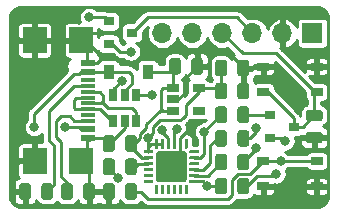
<source format=gbr>
G04 #@! TF.GenerationSoftware,KiCad,Pcbnew,(5.1.4-0-10_14)*
G04 #@! TF.CreationDate,2020-04-01T19:03:20+03:00*
G04 #@! TF.ProjectId,esp32-programmer,65737033-322d-4707-926f-6772616d6d65,rev?*
G04 #@! TF.SameCoordinates,Original*
G04 #@! TF.FileFunction,Copper,L1,Top*
G04 #@! TF.FilePolarity,Positive*
%FSLAX46Y46*%
G04 Gerber Fmt 4.6, Leading zero omitted, Abs format (unit mm)*
G04 Created by KiCad (PCBNEW (5.1.4-0-10_14)) date 2020-04-01 19:03:20*
%MOMM*%
%LPD*%
G04 APERTURE LIST*
%ADD10C,0.100000*%
%ADD11C,0.975000*%
%ADD12C,2.600000*%
%ADD13C,0.250000*%
%ADD14R,0.900000X1.200000*%
%ADD15R,1.060000X0.650000*%
%ADD16R,1.700000X1.700000*%
%ADD17O,1.700000X1.700000*%
%ADD18R,0.650000X1.060000*%
%ADD19R,0.900000X0.800000*%
%ADD20R,1.000000X0.700000*%
%ADD21R,1.150000X0.600000*%
%ADD22R,1.150000X0.300000*%
%ADD23R,2.000000X2.180000*%
%ADD24C,0.800000*%
%ADD25C,0.250000*%
%ADD26C,0.254000*%
G04 APERTURE END LIST*
D10*
G36*
X60805142Y-108101174D02*
G01*
X60828803Y-108104684D01*
X60852007Y-108110496D01*
X60874529Y-108118554D01*
X60896153Y-108128782D01*
X60916670Y-108141079D01*
X60935883Y-108155329D01*
X60953607Y-108171393D01*
X60969671Y-108189117D01*
X60983921Y-108208330D01*
X60996218Y-108228847D01*
X61006446Y-108250471D01*
X61014504Y-108272993D01*
X61020316Y-108296197D01*
X61023826Y-108319858D01*
X61025000Y-108343750D01*
X61025000Y-109256250D01*
X61023826Y-109280142D01*
X61020316Y-109303803D01*
X61014504Y-109327007D01*
X61006446Y-109349529D01*
X60996218Y-109371153D01*
X60983921Y-109391670D01*
X60969671Y-109410883D01*
X60953607Y-109428607D01*
X60935883Y-109444671D01*
X60916670Y-109458921D01*
X60896153Y-109471218D01*
X60874529Y-109481446D01*
X60852007Y-109489504D01*
X60828803Y-109495316D01*
X60805142Y-109498826D01*
X60781250Y-109500000D01*
X60293750Y-109500000D01*
X60269858Y-109498826D01*
X60246197Y-109495316D01*
X60222993Y-109489504D01*
X60200471Y-109481446D01*
X60178847Y-109471218D01*
X60158330Y-109458921D01*
X60139117Y-109444671D01*
X60121393Y-109428607D01*
X60105329Y-109410883D01*
X60091079Y-109391670D01*
X60078782Y-109371153D01*
X60068554Y-109349529D01*
X60060496Y-109327007D01*
X60054684Y-109303803D01*
X60051174Y-109280142D01*
X60050000Y-109256250D01*
X60050000Y-108343750D01*
X60051174Y-108319858D01*
X60054684Y-108296197D01*
X60060496Y-108272993D01*
X60068554Y-108250471D01*
X60078782Y-108228847D01*
X60091079Y-108208330D01*
X60105329Y-108189117D01*
X60121393Y-108171393D01*
X60139117Y-108155329D01*
X60158330Y-108141079D01*
X60178847Y-108128782D01*
X60200471Y-108118554D01*
X60222993Y-108110496D01*
X60246197Y-108104684D01*
X60269858Y-108101174D01*
X60293750Y-108100000D01*
X60781250Y-108100000D01*
X60805142Y-108101174D01*
X60805142Y-108101174D01*
G37*
D11*
X60537500Y-108800000D03*
D10*
G36*
X58930142Y-108101174D02*
G01*
X58953803Y-108104684D01*
X58977007Y-108110496D01*
X58999529Y-108118554D01*
X59021153Y-108128782D01*
X59041670Y-108141079D01*
X59060883Y-108155329D01*
X59078607Y-108171393D01*
X59094671Y-108189117D01*
X59108921Y-108208330D01*
X59121218Y-108228847D01*
X59131446Y-108250471D01*
X59139504Y-108272993D01*
X59145316Y-108296197D01*
X59148826Y-108319858D01*
X59150000Y-108343750D01*
X59150000Y-109256250D01*
X59148826Y-109280142D01*
X59145316Y-109303803D01*
X59139504Y-109327007D01*
X59131446Y-109349529D01*
X59121218Y-109371153D01*
X59108921Y-109391670D01*
X59094671Y-109410883D01*
X59078607Y-109428607D01*
X59060883Y-109444671D01*
X59041670Y-109458921D01*
X59021153Y-109471218D01*
X58999529Y-109481446D01*
X58977007Y-109489504D01*
X58953803Y-109495316D01*
X58930142Y-109498826D01*
X58906250Y-109500000D01*
X58418750Y-109500000D01*
X58394858Y-109498826D01*
X58371197Y-109495316D01*
X58347993Y-109489504D01*
X58325471Y-109481446D01*
X58303847Y-109471218D01*
X58283330Y-109458921D01*
X58264117Y-109444671D01*
X58246393Y-109428607D01*
X58230329Y-109410883D01*
X58216079Y-109391670D01*
X58203782Y-109371153D01*
X58193554Y-109349529D01*
X58185496Y-109327007D01*
X58179684Y-109303803D01*
X58176174Y-109280142D01*
X58175000Y-109256250D01*
X58175000Y-108343750D01*
X58176174Y-108319858D01*
X58179684Y-108296197D01*
X58185496Y-108272993D01*
X58193554Y-108250471D01*
X58203782Y-108228847D01*
X58216079Y-108208330D01*
X58230329Y-108189117D01*
X58246393Y-108171393D01*
X58264117Y-108155329D01*
X58283330Y-108141079D01*
X58303847Y-108128782D01*
X58325471Y-108118554D01*
X58347993Y-108110496D01*
X58371197Y-108104684D01*
X58394858Y-108101174D01*
X58418750Y-108100000D01*
X58906250Y-108100000D01*
X58930142Y-108101174D01*
X58930142Y-108101174D01*
G37*
D11*
X58662500Y-108800000D03*
D10*
G36*
X68574504Y-105401204D02*
G01*
X68598773Y-105404804D01*
X68622571Y-105410765D01*
X68645671Y-105419030D01*
X68667849Y-105429520D01*
X68688893Y-105442133D01*
X68708598Y-105456747D01*
X68726777Y-105473223D01*
X68743253Y-105491402D01*
X68757867Y-105511107D01*
X68770480Y-105532151D01*
X68780970Y-105554329D01*
X68789235Y-105577429D01*
X68795196Y-105601227D01*
X68798796Y-105625496D01*
X68800000Y-105650000D01*
X68800000Y-107750000D01*
X68798796Y-107774504D01*
X68795196Y-107798773D01*
X68789235Y-107822571D01*
X68780970Y-107845671D01*
X68770480Y-107867849D01*
X68757867Y-107888893D01*
X68743253Y-107908598D01*
X68726777Y-107926777D01*
X68708598Y-107943253D01*
X68688893Y-107957867D01*
X68667849Y-107970480D01*
X68645671Y-107980970D01*
X68622571Y-107989235D01*
X68598773Y-107995196D01*
X68574504Y-107998796D01*
X68550000Y-108000000D01*
X66450000Y-108000000D01*
X66425496Y-107998796D01*
X66401227Y-107995196D01*
X66377429Y-107989235D01*
X66354329Y-107980970D01*
X66332151Y-107970480D01*
X66311107Y-107957867D01*
X66291402Y-107943253D01*
X66273223Y-107926777D01*
X66256747Y-107908598D01*
X66242133Y-107888893D01*
X66229520Y-107867849D01*
X66219030Y-107845671D01*
X66210765Y-107822571D01*
X66204804Y-107798773D01*
X66201204Y-107774504D01*
X66200000Y-107750000D01*
X66200000Y-105650000D01*
X66201204Y-105625496D01*
X66204804Y-105601227D01*
X66210765Y-105577429D01*
X66219030Y-105554329D01*
X66229520Y-105532151D01*
X66242133Y-105511107D01*
X66256747Y-105491402D01*
X66273223Y-105473223D01*
X66291402Y-105456747D01*
X66311107Y-105442133D01*
X66332151Y-105429520D01*
X66354329Y-105419030D01*
X66377429Y-105410765D01*
X66401227Y-105404804D01*
X66425496Y-105401204D01*
X66450000Y-105400000D01*
X68550000Y-105400000D01*
X68574504Y-105401204D01*
X68574504Y-105401204D01*
G37*
D12*
X67500000Y-106700000D03*
D10*
G36*
X68818626Y-104350301D02*
G01*
X68824693Y-104351201D01*
X68830643Y-104352691D01*
X68836418Y-104354758D01*
X68841962Y-104357380D01*
X68847223Y-104360533D01*
X68852150Y-104364187D01*
X68856694Y-104368306D01*
X68860813Y-104372850D01*
X68864467Y-104377777D01*
X68867620Y-104383038D01*
X68870242Y-104388582D01*
X68872309Y-104394357D01*
X68873799Y-104400307D01*
X68874699Y-104406374D01*
X68875000Y-104412500D01*
X68875000Y-105112500D01*
X68874699Y-105118626D01*
X68873799Y-105124693D01*
X68872309Y-105130643D01*
X68870242Y-105136418D01*
X68867620Y-105141962D01*
X68864467Y-105147223D01*
X68860813Y-105152150D01*
X68856694Y-105156694D01*
X68852150Y-105160813D01*
X68847223Y-105164467D01*
X68841962Y-105167620D01*
X68836418Y-105170242D01*
X68830643Y-105172309D01*
X68824693Y-105173799D01*
X68818626Y-105174699D01*
X68812500Y-105175000D01*
X68687500Y-105175000D01*
X68681374Y-105174699D01*
X68675307Y-105173799D01*
X68669357Y-105172309D01*
X68663582Y-105170242D01*
X68658038Y-105167620D01*
X68652777Y-105164467D01*
X68647850Y-105160813D01*
X68643306Y-105156694D01*
X68639187Y-105152150D01*
X68635533Y-105147223D01*
X68632380Y-105141962D01*
X68629758Y-105136418D01*
X68627691Y-105130643D01*
X68626201Y-105124693D01*
X68625301Y-105118626D01*
X68625000Y-105112500D01*
X68625000Y-104412500D01*
X68625301Y-104406374D01*
X68626201Y-104400307D01*
X68627691Y-104394357D01*
X68629758Y-104388582D01*
X68632380Y-104383038D01*
X68635533Y-104377777D01*
X68639187Y-104372850D01*
X68643306Y-104368306D01*
X68647850Y-104364187D01*
X68652777Y-104360533D01*
X68658038Y-104357380D01*
X68663582Y-104354758D01*
X68669357Y-104352691D01*
X68675307Y-104351201D01*
X68681374Y-104350301D01*
X68687500Y-104350000D01*
X68812500Y-104350000D01*
X68818626Y-104350301D01*
X68818626Y-104350301D01*
G37*
D13*
X68750000Y-104762500D03*
D10*
G36*
X68318626Y-104350301D02*
G01*
X68324693Y-104351201D01*
X68330643Y-104352691D01*
X68336418Y-104354758D01*
X68341962Y-104357380D01*
X68347223Y-104360533D01*
X68352150Y-104364187D01*
X68356694Y-104368306D01*
X68360813Y-104372850D01*
X68364467Y-104377777D01*
X68367620Y-104383038D01*
X68370242Y-104388582D01*
X68372309Y-104394357D01*
X68373799Y-104400307D01*
X68374699Y-104406374D01*
X68375000Y-104412500D01*
X68375000Y-105112500D01*
X68374699Y-105118626D01*
X68373799Y-105124693D01*
X68372309Y-105130643D01*
X68370242Y-105136418D01*
X68367620Y-105141962D01*
X68364467Y-105147223D01*
X68360813Y-105152150D01*
X68356694Y-105156694D01*
X68352150Y-105160813D01*
X68347223Y-105164467D01*
X68341962Y-105167620D01*
X68336418Y-105170242D01*
X68330643Y-105172309D01*
X68324693Y-105173799D01*
X68318626Y-105174699D01*
X68312500Y-105175000D01*
X68187500Y-105175000D01*
X68181374Y-105174699D01*
X68175307Y-105173799D01*
X68169357Y-105172309D01*
X68163582Y-105170242D01*
X68158038Y-105167620D01*
X68152777Y-105164467D01*
X68147850Y-105160813D01*
X68143306Y-105156694D01*
X68139187Y-105152150D01*
X68135533Y-105147223D01*
X68132380Y-105141962D01*
X68129758Y-105136418D01*
X68127691Y-105130643D01*
X68126201Y-105124693D01*
X68125301Y-105118626D01*
X68125000Y-105112500D01*
X68125000Y-104412500D01*
X68125301Y-104406374D01*
X68126201Y-104400307D01*
X68127691Y-104394357D01*
X68129758Y-104388582D01*
X68132380Y-104383038D01*
X68135533Y-104377777D01*
X68139187Y-104372850D01*
X68143306Y-104368306D01*
X68147850Y-104364187D01*
X68152777Y-104360533D01*
X68158038Y-104357380D01*
X68163582Y-104354758D01*
X68169357Y-104352691D01*
X68175307Y-104351201D01*
X68181374Y-104350301D01*
X68187500Y-104350000D01*
X68312500Y-104350000D01*
X68318626Y-104350301D01*
X68318626Y-104350301D01*
G37*
D13*
X68250000Y-104762500D03*
D10*
G36*
X67818626Y-104350301D02*
G01*
X67824693Y-104351201D01*
X67830643Y-104352691D01*
X67836418Y-104354758D01*
X67841962Y-104357380D01*
X67847223Y-104360533D01*
X67852150Y-104364187D01*
X67856694Y-104368306D01*
X67860813Y-104372850D01*
X67864467Y-104377777D01*
X67867620Y-104383038D01*
X67870242Y-104388582D01*
X67872309Y-104394357D01*
X67873799Y-104400307D01*
X67874699Y-104406374D01*
X67875000Y-104412500D01*
X67875000Y-105112500D01*
X67874699Y-105118626D01*
X67873799Y-105124693D01*
X67872309Y-105130643D01*
X67870242Y-105136418D01*
X67867620Y-105141962D01*
X67864467Y-105147223D01*
X67860813Y-105152150D01*
X67856694Y-105156694D01*
X67852150Y-105160813D01*
X67847223Y-105164467D01*
X67841962Y-105167620D01*
X67836418Y-105170242D01*
X67830643Y-105172309D01*
X67824693Y-105173799D01*
X67818626Y-105174699D01*
X67812500Y-105175000D01*
X67687500Y-105175000D01*
X67681374Y-105174699D01*
X67675307Y-105173799D01*
X67669357Y-105172309D01*
X67663582Y-105170242D01*
X67658038Y-105167620D01*
X67652777Y-105164467D01*
X67647850Y-105160813D01*
X67643306Y-105156694D01*
X67639187Y-105152150D01*
X67635533Y-105147223D01*
X67632380Y-105141962D01*
X67629758Y-105136418D01*
X67627691Y-105130643D01*
X67626201Y-105124693D01*
X67625301Y-105118626D01*
X67625000Y-105112500D01*
X67625000Y-104412500D01*
X67625301Y-104406374D01*
X67626201Y-104400307D01*
X67627691Y-104394357D01*
X67629758Y-104388582D01*
X67632380Y-104383038D01*
X67635533Y-104377777D01*
X67639187Y-104372850D01*
X67643306Y-104368306D01*
X67647850Y-104364187D01*
X67652777Y-104360533D01*
X67658038Y-104357380D01*
X67663582Y-104354758D01*
X67669357Y-104352691D01*
X67675307Y-104351201D01*
X67681374Y-104350301D01*
X67687500Y-104350000D01*
X67812500Y-104350000D01*
X67818626Y-104350301D01*
X67818626Y-104350301D01*
G37*
D13*
X67750000Y-104762500D03*
D10*
G36*
X67318626Y-104350301D02*
G01*
X67324693Y-104351201D01*
X67330643Y-104352691D01*
X67336418Y-104354758D01*
X67341962Y-104357380D01*
X67347223Y-104360533D01*
X67352150Y-104364187D01*
X67356694Y-104368306D01*
X67360813Y-104372850D01*
X67364467Y-104377777D01*
X67367620Y-104383038D01*
X67370242Y-104388582D01*
X67372309Y-104394357D01*
X67373799Y-104400307D01*
X67374699Y-104406374D01*
X67375000Y-104412500D01*
X67375000Y-105112500D01*
X67374699Y-105118626D01*
X67373799Y-105124693D01*
X67372309Y-105130643D01*
X67370242Y-105136418D01*
X67367620Y-105141962D01*
X67364467Y-105147223D01*
X67360813Y-105152150D01*
X67356694Y-105156694D01*
X67352150Y-105160813D01*
X67347223Y-105164467D01*
X67341962Y-105167620D01*
X67336418Y-105170242D01*
X67330643Y-105172309D01*
X67324693Y-105173799D01*
X67318626Y-105174699D01*
X67312500Y-105175000D01*
X67187500Y-105175000D01*
X67181374Y-105174699D01*
X67175307Y-105173799D01*
X67169357Y-105172309D01*
X67163582Y-105170242D01*
X67158038Y-105167620D01*
X67152777Y-105164467D01*
X67147850Y-105160813D01*
X67143306Y-105156694D01*
X67139187Y-105152150D01*
X67135533Y-105147223D01*
X67132380Y-105141962D01*
X67129758Y-105136418D01*
X67127691Y-105130643D01*
X67126201Y-105124693D01*
X67125301Y-105118626D01*
X67125000Y-105112500D01*
X67125000Y-104412500D01*
X67125301Y-104406374D01*
X67126201Y-104400307D01*
X67127691Y-104394357D01*
X67129758Y-104388582D01*
X67132380Y-104383038D01*
X67135533Y-104377777D01*
X67139187Y-104372850D01*
X67143306Y-104368306D01*
X67147850Y-104364187D01*
X67152777Y-104360533D01*
X67158038Y-104357380D01*
X67163582Y-104354758D01*
X67169357Y-104352691D01*
X67175307Y-104351201D01*
X67181374Y-104350301D01*
X67187500Y-104350000D01*
X67312500Y-104350000D01*
X67318626Y-104350301D01*
X67318626Y-104350301D01*
G37*
D13*
X67250000Y-104762500D03*
D10*
G36*
X66818626Y-104350301D02*
G01*
X66824693Y-104351201D01*
X66830643Y-104352691D01*
X66836418Y-104354758D01*
X66841962Y-104357380D01*
X66847223Y-104360533D01*
X66852150Y-104364187D01*
X66856694Y-104368306D01*
X66860813Y-104372850D01*
X66864467Y-104377777D01*
X66867620Y-104383038D01*
X66870242Y-104388582D01*
X66872309Y-104394357D01*
X66873799Y-104400307D01*
X66874699Y-104406374D01*
X66875000Y-104412500D01*
X66875000Y-105112500D01*
X66874699Y-105118626D01*
X66873799Y-105124693D01*
X66872309Y-105130643D01*
X66870242Y-105136418D01*
X66867620Y-105141962D01*
X66864467Y-105147223D01*
X66860813Y-105152150D01*
X66856694Y-105156694D01*
X66852150Y-105160813D01*
X66847223Y-105164467D01*
X66841962Y-105167620D01*
X66836418Y-105170242D01*
X66830643Y-105172309D01*
X66824693Y-105173799D01*
X66818626Y-105174699D01*
X66812500Y-105175000D01*
X66687500Y-105175000D01*
X66681374Y-105174699D01*
X66675307Y-105173799D01*
X66669357Y-105172309D01*
X66663582Y-105170242D01*
X66658038Y-105167620D01*
X66652777Y-105164467D01*
X66647850Y-105160813D01*
X66643306Y-105156694D01*
X66639187Y-105152150D01*
X66635533Y-105147223D01*
X66632380Y-105141962D01*
X66629758Y-105136418D01*
X66627691Y-105130643D01*
X66626201Y-105124693D01*
X66625301Y-105118626D01*
X66625000Y-105112500D01*
X66625000Y-104412500D01*
X66625301Y-104406374D01*
X66626201Y-104400307D01*
X66627691Y-104394357D01*
X66629758Y-104388582D01*
X66632380Y-104383038D01*
X66635533Y-104377777D01*
X66639187Y-104372850D01*
X66643306Y-104368306D01*
X66647850Y-104364187D01*
X66652777Y-104360533D01*
X66658038Y-104357380D01*
X66663582Y-104354758D01*
X66669357Y-104352691D01*
X66675307Y-104351201D01*
X66681374Y-104350301D01*
X66687500Y-104350000D01*
X66812500Y-104350000D01*
X66818626Y-104350301D01*
X66818626Y-104350301D01*
G37*
D13*
X66750000Y-104762500D03*
D10*
G36*
X66318626Y-104350301D02*
G01*
X66324693Y-104351201D01*
X66330643Y-104352691D01*
X66336418Y-104354758D01*
X66341962Y-104357380D01*
X66347223Y-104360533D01*
X66352150Y-104364187D01*
X66356694Y-104368306D01*
X66360813Y-104372850D01*
X66364467Y-104377777D01*
X66367620Y-104383038D01*
X66370242Y-104388582D01*
X66372309Y-104394357D01*
X66373799Y-104400307D01*
X66374699Y-104406374D01*
X66375000Y-104412500D01*
X66375000Y-105112500D01*
X66374699Y-105118626D01*
X66373799Y-105124693D01*
X66372309Y-105130643D01*
X66370242Y-105136418D01*
X66367620Y-105141962D01*
X66364467Y-105147223D01*
X66360813Y-105152150D01*
X66356694Y-105156694D01*
X66352150Y-105160813D01*
X66347223Y-105164467D01*
X66341962Y-105167620D01*
X66336418Y-105170242D01*
X66330643Y-105172309D01*
X66324693Y-105173799D01*
X66318626Y-105174699D01*
X66312500Y-105175000D01*
X66187500Y-105175000D01*
X66181374Y-105174699D01*
X66175307Y-105173799D01*
X66169357Y-105172309D01*
X66163582Y-105170242D01*
X66158038Y-105167620D01*
X66152777Y-105164467D01*
X66147850Y-105160813D01*
X66143306Y-105156694D01*
X66139187Y-105152150D01*
X66135533Y-105147223D01*
X66132380Y-105141962D01*
X66129758Y-105136418D01*
X66127691Y-105130643D01*
X66126201Y-105124693D01*
X66125301Y-105118626D01*
X66125000Y-105112500D01*
X66125000Y-104412500D01*
X66125301Y-104406374D01*
X66126201Y-104400307D01*
X66127691Y-104394357D01*
X66129758Y-104388582D01*
X66132380Y-104383038D01*
X66135533Y-104377777D01*
X66139187Y-104372850D01*
X66143306Y-104368306D01*
X66147850Y-104364187D01*
X66152777Y-104360533D01*
X66158038Y-104357380D01*
X66163582Y-104354758D01*
X66169357Y-104352691D01*
X66175307Y-104351201D01*
X66181374Y-104350301D01*
X66187500Y-104350000D01*
X66312500Y-104350000D01*
X66318626Y-104350301D01*
X66318626Y-104350301D01*
G37*
D13*
X66250000Y-104762500D03*
D10*
G36*
X65918626Y-105325301D02*
G01*
X65924693Y-105326201D01*
X65930643Y-105327691D01*
X65936418Y-105329758D01*
X65941962Y-105332380D01*
X65947223Y-105335533D01*
X65952150Y-105339187D01*
X65956694Y-105343306D01*
X65960813Y-105347850D01*
X65964467Y-105352777D01*
X65967620Y-105358038D01*
X65970242Y-105363582D01*
X65972309Y-105369357D01*
X65973799Y-105375307D01*
X65974699Y-105381374D01*
X65975000Y-105387500D01*
X65975000Y-105512500D01*
X65974699Y-105518626D01*
X65973799Y-105524693D01*
X65972309Y-105530643D01*
X65970242Y-105536418D01*
X65967620Y-105541962D01*
X65964467Y-105547223D01*
X65960813Y-105552150D01*
X65956694Y-105556694D01*
X65952150Y-105560813D01*
X65947223Y-105564467D01*
X65941962Y-105567620D01*
X65936418Y-105570242D01*
X65930643Y-105572309D01*
X65924693Y-105573799D01*
X65918626Y-105574699D01*
X65912500Y-105575000D01*
X65212500Y-105575000D01*
X65206374Y-105574699D01*
X65200307Y-105573799D01*
X65194357Y-105572309D01*
X65188582Y-105570242D01*
X65183038Y-105567620D01*
X65177777Y-105564467D01*
X65172850Y-105560813D01*
X65168306Y-105556694D01*
X65164187Y-105552150D01*
X65160533Y-105547223D01*
X65157380Y-105541962D01*
X65154758Y-105536418D01*
X65152691Y-105530643D01*
X65151201Y-105524693D01*
X65150301Y-105518626D01*
X65150000Y-105512500D01*
X65150000Y-105387500D01*
X65150301Y-105381374D01*
X65151201Y-105375307D01*
X65152691Y-105369357D01*
X65154758Y-105363582D01*
X65157380Y-105358038D01*
X65160533Y-105352777D01*
X65164187Y-105347850D01*
X65168306Y-105343306D01*
X65172850Y-105339187D01*
X65177777Y-105335533D01*
X65183038Y-105332380D01*
X65188582Y-105329758D01*
X65194357Y-105327691D01*
X65200307Y-105326201D01*
X65206374Y-105325301D01*
X65212500Y-105325000D01*
X65912500Y-105325000D01*
X65918626Y-105325301D01*
X65918626Y-105325301D01*
G37*
D13*
X65562500Y-105450000D03*
D10*
G36*
X65918626Y-105825301D02*
G01*
X65924693Y-105826201D01*
X65930643Y-105827691D01*
X65936418Y-105829758D01*
X65941962Y-105832380D01*
X65947223Y-105835533D01*
X65952150Y-105839187D01*
X65956694Y-105843306D01*
X65960813Y-105847850D01*
X65964467Y-105852777D01*
X65967620Y-105858038D01*
X65970242Y-105863582D01*
X65972309Y-105869357D01*
X65973799Y-105875307D01*
X65974699Y-105881374D01*
X65975000Y-105887500D01*
X65975000Y-106012500D01*
X65974699Y-106018626D01*
X65973799Y-106024693D01*
X65972309Y-106030643D01*
X65970242Y-106036418D01*
X65967620Y-106041962D01*
X65964467Y-106047223D01*
X65960813Y-106052150D01*
X65956694Y-106056694D01*
X65952150Y-106060813D01*
X65947223Y-106064467D01*
X65941962Y-106067620D01*
X65936418Y-106070242D01*
X65930643Y-106072309D01*
X65924693Y-106073799D01*
X65918626Y-106074699D01*
X65912500Y-106075000D01*
X65212500Y-106075000D01*
X65206374Y-106074699D01*
X65200307Y-106073799D01*
X65194357Y-106072309D01*
X65188582Y-106070242D01*
X65183038Y-106067620D01*
X65177777Y-106064467D01*
X65172850Y-106060813D01*
X65168306Y-106056694D01*
X65164187Y-106052150D01*
X65160533Y-106047223D01*
X65157380Y-106041962D01*
X65154758Y-106036418D01*
X65152691Y-106030643D01*
X65151201Y-106024693D01*
X65150301Y-106018626D01*
X65150000Y-106012500D01*
X65150000Y-105887500D01*
X65150301Y-105881374D01*
X65151201Y-105875307D01*
X65152691Y-105869357D01*
X65154758Y-105863582D01*
X65157380Y-105858038D01*
X65160533Y-105852777D01*
X65164187Y-105847850D01*
X65168306Y-105843306D01*
X65172850Y-105839187D01*
X65177777Y-105835533D01*
X65183038Y-105832380D01*
X65188582Y-105829758D01*
X65194357Y-105827691D01*
X65200307Y-105826201D01*
X65206374Y-105825301D01*
X65212500Y-105825000D01*
X65912500Y-105825000D01*
X65918626Y-105825301D01*
X65918626Y-105825301D01*
G37*
D13*
X65562500Y-105950000D03*
D10*
G36*
X65918626Y-106325301D02*
G01*
X65924693Y-106326201D01*
X65930643Y-106327691D01*
X65936418Y-106329758D01*
X65941962Y-106332380D01*
X65947223Y-106335533D01*
X65952150Y-106339187D01*
X65956694Y-106343306D01*
X65960813Y-106347850D01*
X65964467Y-106352777D01*
X65967620Y-106358038D01*
X65970242Y-106363582D01*
X65972309Y-106369357D01*
X65973799Y-106375307D01*
X65974699Y-106381374D01*
X65975000Y-106387500D01*
X65975000Y-106512500D01*
X65974699Y-106518626D01*
X65973799Y-106524693D01*
X65972309Y-106530643D01*
X65970242Y-106536418D01*
X65967620Y-106541962D01*
X65964467Y-106547223D01*
X65960813Y-106552150D01*
X65956694Y-106556694D01*
X65952150Y-106560813D01*
X65947223Y-106564467D01*
X65941962Y-106567620D01*
X65936418Y-106570242D01*
X65930643Y-106572309D01*
X65924693Y-106573799D01*
X65918626Y-106574699D01*
X65912500Y-106575000D01*
X65212500Y-106575000D01*
X65206374Y-106574699D01*
X65200307Y-106573799D01*
X65194357Y-106572309D01*
X65188582Y-106570242D01*
X65183038Y-106567620D01*
X65177777Y-106564467D01*
X65172850Y-106560813D01*
X65168306Y-106556694D01*
X65164187Y-106552150D01*
X65160533Y-106547223D01*
X65157380Y-106541962D01*
X65154758Y-106536418D01*
X65152691Y-106530643D01*
X65151201Y-106524693D01*
X65150301Y-106518626D01*
X65150000Y-106512500D01*
X65150000Y-106387500D01*
X65150301Y-106381374D01*
X65151201Y-106375307D01*
X65152691Y-106369357D01*
X65154758Y-106363582D01*
X65157380Y-106358038D01*
X65160533Y-106352777D01*
X65164187Y-106347850D01*
X65168306Y-106343306D01*
X65172850Y-106339187D01*
X65177777Y-106335533D01*
X65183038Y-106332380D01*
X65188582Y-106329758D01*
X65194357Y-106327691D01*
X65200307Y-106326201D01*
X65206374Y-106325301D01*
X65212500Y-106325000D01*
X65912500Y-106325000D01*
X65918626Y-106325301D01*
X65918626Y-106325301D01*
G37*
D13*
X65562500Y-106450000D03*
D10*
G36*
X65918626Y-106825301D02*
G01*
X65924693Y-106826201D01*
X65930643Y-106827691D01*
X65936418Y-106829758D01*
X65941962Y-106832380D01*
X65947223Y-106835533D01*
X65952150Y-106839187D01*
X65956694Y-106843306D01*
X65960813Y-106847850D01*
X65964467Y-106852777D01*
X65967620Y-106858038D01*
X65970242Y-106863582D01*
X65972309Y-106869357D01*
X65973799Y-106875307D01*
X65974699Y-106881374D01*
X65975000Y-106887500D01*
X65975000Y-107012500D01*
X65974699Y-107018626D01*
X65973799Y-107024693D01*
X65972309Y-107030643D01*
X65970242Y-107036418D01*
X65967620Y-107041962D01*
X65964467Y-107047223D01*
X65960813Y-107052150D01*
X65956694Y-107056694D01*
X65952150Y-107060813D01*
X65947223Y-107064467D01*
X65941962Y-107067620D01*
X65936418Y-107070242D01*
X65930643Y-107072309D01*
X65924693Y-107073799D01*
X65918626Y-107074699D01*
X65912500Y-107075000D01*
X65212500Y-107075000D01*
X65206374Y-107074699D01*
X65200307Y-107073799D01*
X65194357Y-107072309D01*
X65188582Y-107070242D01*
X65183038Y-107067620D01*
X65177777Y-107064467D01*
X65172850Y-107060813D01*
X65168306Y-107056694D01*
X65164187Y-107052150D01*
X65160533Y-107047223D01*
X65157380Y-107041962D01*
X65154758Y-107036418D01*
X65152691Y-107030643D01*
X65151201Y-107024693D01*
X65150301Y-107018626D01*
X65150000Y-107012500D01*
X65150000Y-106887500D01*
X65150301Y-106881374D01*
X65151201Y-106875307D01*
X65152691Y-106869357D01*
X65154758Y-106863582D01*
X65157380Y-106858038D01*
X65160533Y-106852777D01*
X65164187Y-106847850D01*
X65168306Y-106843306D01*
X65172850Y-106839187D01*
X65177777Y-106835533D01*
X65183038Y-106832380D01*
X65188582Y-106829758D01*
X65194357Y-106827691D01*
X65200307Y-106826201D01*
X65206374Y-106825301D01*
X65212500Y-106825000D01*
X65912500Y-106825000D01*
X65918626Y-106825301D01*
X65918626Y-106825301D01*
G37*
D13*
X65562500Y-106950000D03*
D10*
G36*
X65918626Y-107325301D02*
G01*
X65924693Y-107326201D01*
X65930643Y-107327691D01*
X65936418Y-107329758D01*
X65941962Y-107332380D01*
X65947223Y-107335533D01*
X65952150Y-107339187D01*
X65956694Y-107343306D01*
X65960813Y-107347850D01*
X65964467Y-107352777D01*
X65967620Y-107358038D01*
X65970242Y-107363582D01*
X65972309Y-107369357D01*
X65973799Y-107375307D01*
X65974699Y-107381374D01*
X65975000Y-107387500D01*
X65975000Y-107512500D01*
X65974699Y-107518626D01*
X65973799Y-107524693D01*
X65972309Y-107530643D01*
X65970242Y-107536418D01*
X65967620Y-107541962D01*
X65964467Y-107547223D01*
X65960813Y-107552150D01*
X65956694Y-107556694D01*
X65952150Y-107560813D01*
X65947223Y-107564467D01*
X65941962Y-107567620D01*
X65936418Y-107570242D01*
X65930643Y-107572309D01*
X65924693Y-107573799D01*
X65918626Y-107574699D01*
X65912500Y-107575000D01*
X65212500Y-107575000D01*
X65206374Y-107574699D01*
X65200307Y-107573799D01*
X65194357Y-107572309D01*
X65188582Y-107570242D01*
X65183038Y-107567620D01*
X65177777Y-107564467D01*
X65172850Y-107560813D01*
X65168306Y-107556694D01*
X65164187Y-107552150D01*
X65160533Y-107547223D01*
X65157380Y-107541962D01*
X65154758Y-107536418D01*
X65152691Y-107530643D01*
X65151201Y-107524693D01*
X65150301Y-107518626D01*
X65150000Y-107512500D01*
X65150000Y-107387500D01*
X65150301Y-107381374D01*
X65151201Y-107375307D01*
X65152691Y-107369357D01*
X65154758Y-107363582D01*
X65157380Y-107358038D01*
X65160533Y-107352777D01*
X65164187Y-107347850D01*
X65168306Y-107343306D01*
X65172850Y-107339187D01*
X65177777Y-107335533D01*
X65183038Y-107332380D01*
X65188582Y-107329758D01*
X65194357Y-107327691D01*
X65200307Y-107326201D01*
X65206374Y-107325301D01*
X65212500Y-107325000D01*
X65912500Y-107325000D01*
X65918626Y-107325301D01*
X65918626Y-107325301D01*
G37*
D13*
X65562500Y-107450000D03*
D10*
G36*
X65918626Y-107825301D02*
G01*
X65924693Y-107826201D01*
X65930643Y-107827691D01*
X65936418Y-107829758D01*
X65941962Y-107832380D01*
X65947223Y-107835533D01*
X65952150Y-107839187D01*
X65956694Y-107843306D01*
X65960813Y-107847850D01*
X65964467Y-107852777D01*
X65967620Y-107858038D01*
X65970242Y-107863582D01*
X65972309Y-107869357D01*
X65973799Y-107875307D01*
X65974699Y-107881374D01*
X65975000Y-107887500D01*
X65975000Y-108012500D01*
X65974699Y-108018626D01*
X65973799Y-108024693D01*
X65972309Y-108030643D01*
X65970242Y-108036418D01*
X65967620Y-108041962D01*
X65964467Y-108047223D01*
X65960813Y-108052150D01*
X65956694Y-108056694D01*
X65952150Y-108060813D01*
X65947223Y-108064467D01*
X65941962Y-108067620D01*
X65936418Y-108070242D01*
X65930643Y-108072309D01*
X65924693Y-108073799D01*
X65918626Y-108074699D01*
X65912500Y-108075000D01*
X65212500Y-108075000D01*
X65206374Y-108074699D01*
X65200307Y-108073799D01*
X65194357Y-108072309D01*
X65188582Y-108070242D01*
X65183038Y-108067620D01*
X65177777Y-108064467D01*
X65172850Y-108060813D01*
X65168306Y-108056694D01*
X65164187Y-108052150D01*
X65160533Y-108047223D01*
X65157380Y-108041962D01*
X65154758Y-108036418D01*
X65152691Y-108030643D01*
X65151201Y-108024693D01*
X65150301Y-108018626D01*
X65150000Y-108012500D01*
X65150000Y-107887500D01*
X65150301Y-107881374D01*
X65151201Y-107875307D01*
X65152691Y-107869357D01*
X65154758Y-107863582D01*
X65157380Y-107858038D01*
X65160533Y-107852777D01*
X65164187Y-107847850D01*
X65168306Y-107843306D01*
X65172850Y-107839187D01*
X65177777Y-107835533D01*
X65183038Y-107832380D01*
X65188582Y-107829758D01*
X65194357Y-107827691D01*
X65200307Y-107826201D01*
X65206374Y-107825301D01*
X65212500Y-107825000D01*
X65912500Y-107825000D01*
X65918626Y-107825301D01*
X65918626Y-107825301D01*
G37*
D13*
X65562500Y-107950000D03*
D10*
G36*
X66318626Y-108225301D02*
G01*
X66324693Y-108226201D01*
X66330643Y-108227691D01*
X66336418Y-108229758D01*
X66341962Y-108232380D01*
X66347223Y-108235533D01*
X66352150Y-108239187D01*
X66356694Y-108243306D01*
X66360813Y-108247850D01*
X66364467Y-108252777D01*
X66367620Y-108258038D01*
X66370242Y-108263582D01*
X66372309Y-108269357D01*
X66373799Y-108275307D01*
X66374699Y-108281374D01*
X66375000Y-108287500D01*
X66375000Y-108987500D01*
X66374699Y-108993626D01*
X66373799Y-108999693D01*
X66372309Y-109005643D01*
X66370242Y-109011418D01*
X66367620Y-109016962D01*
X66364467Y-109022223D01*
X66360813Y-109027150D01*
X66356694Y-109031694D01*
X66352150Y-109035813D01*
X66347223Y-109039467D01*
X66341962Y-109042620D01*
X66336418Y-109045242D01*
X66330643Y-109047309D01*
X66324693Y-109048799D01*
X66318626Y-109049699D01*
X66312500Y-109050000D01*
X66187500Y-109050000D01*
X66181374Y-109049699D01*
X66175307Y-109048799D01*
X66169357Y-109047309D01*
X66163582Y-109045242D01*
X66158038Y-109042620D01*
X66152777Y-109039467D01*
X66147850Y-109035813D01*
X66143306Y-109031694D01*
X66139187Y-109027150D01*
X66135533Y-109022223D01*
X66132380Y-109016962D01*
X66129758Y-109011418D01*
X66127691Y-109005643D01*
X66126201Y-108999693D01*
X66125301Y-108993626D01*
X66125000Y-108987500D01*
X66125000Y-108287500D01*
X66125301Y-108281374D01*
X66126201Y-108275307D01*
X66127691Y-108269357D01*
X66129758Y-108263582D01*
X66132380Y-108258038D01*
X66135533Y-108252777D01*
X66139187Y-108247850D01*
X66143306Y-108243306D01*
X66147850Y-108239187D01*
X66152777Y-108235533D01*
X66158038Y-108232380D01*
X66163582Y-108229758D01*
X66169357Y-108227691D01*
X66175307Y-108226201D01*
X66181374Y-108225301D01*
X66187500Y-108225000D01*
X66312500Y-108225000D01*
X66318626Y-108225301D01*
X66318626Y-108225301D01*
G37*
D13*
X66250000Y-108637500D03*
D10*
G36*
X66818626Y-108225301D02*
G01*
X66824693Y-108226201D01*
X66830643Y-108227691D01*
X66836418Y-108229758D01*
X66841962Y-108232380D01*
X66847223Y-108235533D01*
X66852150Y-108239187D01*
X66856694Y-108243306D01*
X66860813Y-108247850D01*
X66864467Y-108252777D01*
X66867620Y-108258038D01*
X66870242Y-108263582D01*
X66872309Y-108269357D01*
X66873799Y-108275307D01*
X66874699Y-108281374D01*
X66875000Y-108287500D01*
X66875000Y-108987500D01*
X66874699Y-108993626D01*
X66873799Y-108999693D01*
X66872309Y-109005643D01*
X66870242Y-109011418D01*
X66867620Y-109016962D01*
X66864467Y-109022223D01*
X66860813Y-109027150D01*
X66856694Y-109031694D01*
X66852150Y-109035813D01*
X66847223Y-109039467D01*
X66841962Y-109042620D01*
X66836418Y-109045242D01*
X66830643Y-109047309D01*
X66824693Y-109048799D01*
X66818626Y-109049699D01*
X66812500Y-109050000D01*
X66687500Y-109050000D01*
X66681374Y-109049699D01*
X66675307Y-109048799D01*
X66669357Y-109047309D01*
X66663582Y-109045242D01*
X66658038Y-109042620D01*
X66652777Y-109039467D01*
X66647850Y-109035813D01*
X66643306Y-109031694D01*
X66639187Y-109027150D01*
X66635533Y-109022223D01*
X66632380Y-109016962D01*
X66629758Y-109011418D01*
X66627691Y-109005643D01*
X66626201Y-108999693D01*
X66625301Y-108993626D01*
X66625000Y-108987500D01*
X66625000Y-108287500D01*
X66625301Y-108281374D01*
X66626201Y-108275307D01*
X66627691Y-108269357D01*
X66629758Y-108263582D01*
X66632380Y-108258038D01*
X66635533Y-108252777D01*
X66639187Y-108247850D01*
X66643306Y-108243306D01*
X66647850Y-108239187D01*
X66652777Y-108235533D01*
X66658038Y-108232380D01*
X66663582Y-108229758D01*
X66669357Y-108227691D01*
X66675307Y-108226201D01*
X66681374Y-108225301D01*
X66687500Y-108225000D01*
X66812500Y-108225000D01*
X66818626Y-108225301D01*
X66818626Y-108225301D01*
G37*
D13*
X66750000Y-108637500D03*
D10*
G36*
X67318626Y-108225301D02*
G01*
X67324693Y-108226201D01*
X67330643Y-108227691D01*
X67336418Y-108229758D01*
X67341962Y-108232380D01*
X67347223Y-108235533D01*
X67352150Y-108239187D01*
X67356694Y-108243306D01*
X67360813Y-108247850D01*
X67364467Y-108252777D01*
X67367620Y-108258038D01*
X67370242Y-108263582D01*
X67372309Y-108269357D01*
X67373799Y-108275307D01*
X67374699Y-108281374D01*
X67375000Y-108287500D01*
X67375000Y-108987500D01*
X67374699Y-108993626D01*
X67373799Y-108999693D01*
X67372309Y-109005643D01*
X67370242Y-109011418D01*
X67367620Y-109016962D01*
X67364467Y-109022223D01*
X67360813Y-109027150D01*
X67356694Y-109031694D01*
X67352150Y-109035813D01*
X67347223Y-109039467D01*
X67341962Y-109042620D01*
X67336418Y-109045242D01*
X67330643Y-109047309D01*
X67324693Y-109048799D01*
X67318626Y-109049699D01*
X67312500Y-109050000D01*
X67187500Y-109050000D01*
X67181374Y-109049699D01*
X67175307Y-109048799D01*
X67169357Y-109047309D01*
X67163582Y-109045242D01*
X67158038Y-109042620D01*
X67152777Y-109039467D01*
X67147850Y-109035813D01*
X67143306Y-109031694D01*
X67139187Y-109027150D01*
X67135533Y-109022223D01*
X67132380Y-109016962D01*
X67129758Y-109011418D01*
X67127691Y-109005643D01*
X67126201Y-108999693D01*
X67125301Y-108993626D01*
X67125000Y-108987500D01*
X67125000Y-108287500D01*
X67125301Y-108281374D01*
X67126201Y-108275307D01*
X67127691Y-108269357D01*
X67129758Y-108263582D01*
X67132380Y-108258038D01*
X67135533Y-108252777D01*
X67139187Y-108247850D01*
X67143306Y-108243306D01*
X67147850Y-108239187D01*
X67152777Y-108235533D01*
X67158038Y-108232380D01*
X67163582Y-108229758D01*
X67169357Y-108227691D01*
X67175307Y-108226201D01*
X67181374Y-108225301D01*
X67187500Y-108225000D01*
X67312500Y-108225000D01*
X67318626Y-108225301D01*
X67318626Y-108225301D01*
G37*
D13*
X67250000Y-108637500D03*
D10*
G36*
X67818626Y-108225301D02*
G01*
X67824693Y-108226201D01*
X67830643Y-108227691D01*
X67836418Y-108229758D01*
X67841962Y-108232380D01*
X67847223Y-108235533D01*
X67852150Y-108239187D01*
X67856694Y-108243306D01*
X67860813Y-108247850D01*
X67864467Y-108252777D01*
X67867620Y-108258038D01*
X67870242Y-108263582D01*
X67872309Y-108269357D01*
X67873799Y-108275307D01*
X67874699Y-108281374D01*
X67875000Y-108287500D01*
X67875000Y-108987500D01*
X67874699Y-108993626D01*
X67873799Y-108999693D01*
X67872309Y-109005643D01*
X67870242Y-109011418D01*
X67867620Y-109016962D01*
X67864467Y-109022223D01*
X67860813Y-109027150D01*
X67856694Y-109031694D01*
X67852150Y-109035813D01*
X67847223Y-109039467D01*
X67841962Y-109042620D01*
X67836418Y-109045242D01*
X67830643Y-109047309D01*
X67824693Y-109048799D01*
X67818626Y-109049699D01*
X67812500Y-109050000D01*
X67687500Y-109050000D01*
X67681374Y-109049699D01*
X67675307Y-109048799D01*
X67669357Y-109047309D01*
X67663582Y-109045242D01*
X67658038Y-109042620D01*
X67652777Y-109039467D01*
X67647850Y-109035813D01*
X67643306Y-109031694D01*
X67639187Y-109027150D01*
X67635533Y-109022223D01*
X67632380Y-109016962D01*
X67629758Y-109011418D01*
X67627691Y-109005643D01*
X67626201Y-108999693D01*
X67625301Y-108993626D01*
X67625000Y-108987500D01*
X67625000Y-108287500D01*
X67625301Y-108281374D01*
X67626201Y-108275307D01*
X67627691Y-108269357D01*
X67629758Y-108263582D01*
X67632380Y-108258038D01*
X67635533Y-108252777D01*
X67639187Y-108247850D01*
X67643306Y-108243306D01*
X67647850Y-108239187D01*
X67652777Y-108235533D01*
X67658038Y-108232380D01*
X67663582Y-108229758D01*
X67669357Y-108227691D01*
X67675307Y-108226201D01*
X67681374Y-108225301D01*
X67687500Y-108225000D01*
X67812500Y-108225000D01*
X67818626Y-108225301D01*
X67818626Y-108225301D01*
G37*
D13*
X67750000Y-108637500D03*
D10*
G36*
X68318626Y-108225301D02*
G01*
X68324693Y-108226201D01*
X68330643Y-108227691D01*
X68336418Y-108229758D01*
X68341962Y-108232380D01*
X68347223Y-108235533D01*
X68352150Y-108239187D01*
X68356694Y-108243306D01*
X68360813Y-108247850D01*
X68364467Y-108252777D01*
X68367620Y-108258038D01*
X68370242Y-108263582D01*
X68372309Y-108269357D01*
X68373799Y-108275307D01*
X68374699Y-108281374D01*
X68375000Y-108287500D01*
X68375000Y-108987500D01*
X68374699Y-108993626D01*
X68373799Y-108999693D01*
X68372309Y-109005643D01*
X68370242Y-109011418D01*
X68367620Y-109016962D01*
X68364467Y-109022223D01*
X68360813Y-109027150D01*
X68356694Y-109031694D01*
X68352150Y-109035813D01*
X68347223Y-109039467D01*
X68341962Y-109042620D01*
X68336418Y-109045242D01*
X68330643Y-109047309D01*
X68324693Y-109048799D01*
X68318626Y-109049699D01*
X68312500Y-109050000D01*
X68187500Y-109050000D01*
X68181374Y-109049699D01*
X68175307Y-109048799D01*
X68169357Y-109047309D01*
X68163582Y-109045242D01*
X68158038Y-109042620D01*
X68152777Y-109039467D01*
X68147850Y-109035813D01*
X68143306Y-109031694D01*
X68139187Y-109027150D01*
X68135533Y-109022223D01*
X68132380Y-109016962D01*
X68129758Y-109011418D01*
X68127691Y-109005643D01*
X68126201Y-108999693D01*
X68125301Y-108993626D01*
X68125000Y-108987500D01*
X68125000Y-108287500D01*
X68125301Y-108281374D01*
X68126201Y-108275307D01*
X68127691Y-108269357D01*
X68129758Y-108263582D01*
X68132380Y-108258038D01*
X68135533Y-108252777D01*
X68139187Y-108247850D01*
X68143306Y-108243306D01*
X68147850Y-108239187D01*
X68152777Y-108235533D01*
X68158038Y-108232380D01*
X68163582Y-108229758D01*
X68169357Y-108227691D01*
X68175307Y-108226201D01*
X68181374Y-108225301D01*
X68187500Y-108225000D01*
X68312500Y-108225000D01*
X68318626Y-108225301D01*
X68318626Y-108225301D01*
G37*
D13*
X68250000Y-108637500D03*
D10*
G36*
X68818626Y-108225301D02*
G01*
X68824693Y-108226201D01*
X68830643Y-108227691D01*
X68836418Y-108229758D01*
X68841962Y-108232380D01*
X68847223Y-108235533D01*
X68852150Y-108239187D01*
X68856694Y-108243306D01*
X68860813Y-108247850D01*
X68864467Y-108252777D01*
X68867620Y-108258038D01*
X68870242Y-108263582D01*
X68872309Y-108269357D01*
X68873799Y-108275307D01*
X68874699Y-108281374D01*
X68875000Y-108287500D01*
X68875000Y-108987500D01*
X68874699Y-108993626D01*
X68873799Y-108999693D01*
X68872309Y-109005643D01*
X68870242Y-109011418D01*
X68867620Y-109016962D01*
X68864467Y-109022223D01*
X68860813Y-109027150D01*
X68856694Y-109031694D01*
X68852150Y-109035813D01*
X68847223Y-109039467D01*
X68841962Y-109042620D01*
X68836418Y-109045242D01*
X68830643Y-109047309D01*
X68824693Y-109048799D01*
X68818626Y-109049699D01*
X68812500Y-109050000D01*
X68687500Y-109050000D01*
X68681374Y-109049699D01*
X68675307Y-109048799D01*
X68669357Y-109047309D01*
X68663582Y-109045242D01*
X68658038Y-109042620D01*
X68652777Y-109039467D01*
X68647850Y-109035813D01*
X68643306Y-109031694D01*
X68639187Y-109027150D01*
X68635533Y-109022223D01*
X68632380Y-109016962D01*
X68629758Y-109011418D01*
X68627691Y-109005643D01*
X68626201Y-108999693D01*
X68625301Y-108993626D01*
X68625000Y-108987500D01*
X68625000Y-108287500D01*
X68625301Y-108281374D01*
X68626201Y-108275307D01*
X68627691Y-108269357D01*
X68629758Y-108263582D01*
X68632380Y-108258038D01*
X68635533Y-108252777D01*
X68639187Y-108247850D01*
X68643306Y-108243306D01*
X68647850Y-108239187D01*
X68652777Y-108235533D01*
X68658038Y-108232380D01*
X68663582Y-108229758D01*
X68669357Y-108227691D01*
X68675307Y-108226201D01*
X68681374Y-108225301D01*
X68687500Y-108225000D01*
X68812500Y-108225000D01*
X68818626Y-108225301D01*
X68818626Y-108225301D01*
G37*
D13*
X68750000Y-108637500D03*
D10*
G36*
X69793626Y-107825301D02*
G01*
X69799693Y-107826201D01*
X69805643Y-107827691D01*
X69811418Y-107829758D01*
X69816962Y-107832380D01*
X69822223Y-107835533D01*
X69827150Y-107839187D01*
X69831694Y-107843306D01*
X69835813Y-107847850D01*
X69839467Y-107852777D01*
X69842620Y-107858038D01*
X69845242Y-107863582D01*
X69847309Y-107869357D01*
X69848799Y-107875307D01*
X69849699Y-107881374D01*
X69850000Y-107887500D01*
X69850000Y-108012500D01*
X69849699Y-108018626D01*
X69848799Y-108024693D01*
X69847309Y-108030643D01*
X69845242Y-108036418D01*
X69842620Y-108041962D01*
X69839467Y-108047223D01*
X69835813Y-108052150D01*
X69831694Y-108056694D01*
X69827150Y-108060813D01*
X69822223Y-108064467D01*
X69816962Y-108067620D01*
X69811418Y-108070242D01*
X69805643Y-108072309D01*
X69799693Y-108073799D01*
X69793626Y-108074699D01*
X69787500Y-108075000D01*
X69087500Y-108075000D01*
X69081374Y-108074699D01*
X69075307Y-108073799D01*
X69069357Y-108072309D01*
X69063582Y-108070242D01*
X69058038Y-108067620D01*
X69052777Y-108064467D01*
X69047850Y-108060813D01*
X69043306Y-108056694D01*
X69039187Y-108052150D01*
X69035533Y-108047223D01*
X69032380Y-108041962D01*
X69029758Y-108036418D01*
X69027691Y-108030643D01*
X69026201Y-108024693D01*
X69025301Y-108018626D01*
X69025000Y-108012500D01*
X69025000Y-107887500D01*
X69025301Y-107881374D01*
X69026201Y-107875307D01*
X69027691Y-107869357D01*
X69029758Y-107863582D01*
X69032380Y-107858038D01*
X69035533Y-107852777D01*
X69039187Y-107847850D01*
X69043306Y-107843306D01*
X69047850Y-107839187D01*
X69052777Y-107835533D01*
X69058038Y-107832380D01*
X69063582Y-107829758D01*
X69069357Y-107827691D01*
X69075307Y-107826201D01*
X69081374Y-107825301D01*
X69087500Y-107825000D01*
X69787500Y-107825000D01*
X69793626Y-107825301D01*
X69793626Y-107825301D01*
G37*
D13*
X69437500Y-107950000D03*
D10*
G36*
X69793626Y-107325301D02*
G01*
X69799693Y-107326201D01*
X69805643Y-107327691D01*
X69811418Y-107329758D01*
X69816962Y-107332380D01*
X69822223Y-107335533D01*
X69827150Y-107339187D01*
X69831694Y-107343306D01*
X69835813Y-107347850D01*
X69839467Y-107352777D01*
X69842620Y-107358038D01*
X69845242Y-107363582D01*
X69847309Y-107369357D01*
X69848799Y-107375307D01*
X69849699Y-107381374D01*
X69850000Y-107387500D01*
X69850000Y-107512500D01*
X69849699Y-107518626D01*
X69848799Y-107524693D01*
X69847309Y-107530643D01*
X69845242Y-107536418D01*
X69842620Y-107541962D01*
X69839467Y-107547223D01*
X69835813Y-107552150D01*
X69831694Y-107556694D01*
X69827150Y-107560813D01*
X69822223Y-107564467D01*
X69816962Y-107567620D01*
X69811418Y-107570242D01*
X69805643Y-107572309D01*
X69799693Y-107573799D01*
X69793626Y-107574699D01*
X69787500Y-107575000D01*
X69087500Y-107575000D01*
X69081374Y-107574699D01*
X69075307Y-107573799D01*
X69069357Y-107572309D01*
X69063582Y-107570242D01*
X69058038Y-107567620D01*
X69052777Y-107564467D01*
X69047850Y-107560813D01*
X69043306Y-107556694D01*
X69039187Y-107552150D01*
X69035533Y-107547223D01*
X69032380Y-107541962D01*
X69029758Y-107536418D01*
X69027691Y-107530643D01*
X69026201Y-107524693D01*
X69025301Y-107518626D01*
X69025000Y-107512500D01*
X69025000Y-107387500D01*
X69025301Y-107381374D01*
X69026201Y-107375307D01*
X69027691Y-107369357D01*
X69029758Y-107363582D01*
X69032380Y-107358038D01*
X69035533Y-107352777D01*
X69039187Y-107347850D01*
X69043306Y-107343306D01*
X69047850Y-107339187D01*
X69052777Y-107335533D01*
X69058038Y-107332380D01*
X69063582Y-107329758D01*
X69069357Y-107327691D01*
X69075307Y-107326201D01*
X69081374Y-107325301D01*
X69087500Y-107325000D01*
X69787500Y-107325000D01*
X69793626Y-107325301D01*
X69793626Y-107325301D01*
G37*
D13*
X69437500Y-107450000D03*
D10*
G36*
X69793626Y-106825301D02*
G01*
X69799693Y-106826201D01*
X69805643Y-106827691D01*
X69811418Y-106829758D01*
X69816962Y-106832380D01*
X69822223Y-106835533D01*
X69827150Y-106839187D01*
X69831694Y-106843306D01*
X69835813Y-106847850D01*
X69839467Y-106852777D01*
X69842620Y-106858038D01*
X69845242Y-106863582D01*
X69847309Y-106869357D01*
X69848799Y-106875307D01*
X69849699Y-106881374D01*
X69850000Y-106887500D01*
X69850000Y-107012500D01*
X69849699Y-107018626D01*
X69848799Y-107024693D01*
X69847309Y-107030643D01*
X69845242Y-107036418D01*
X69842620Y-107041962D01*
X69839467Y-107047223D01*
X69835813Y-107052150D01*
X69831694Y-107056694D01*
X69827150Y-107060813D01*
X69822223Y-107064467D01*
X69816962Y-107067620D01*
X69811418Y-107070242D01*
X69805643Y-107072309D01*
X69799693Y-107073799D01*
X69793626Y-107074699D01*
X69787500Y-107075000D01*
X69087500Y-107075000D01*
X69081374Y-107074699D01*
X69075307Y-107073799D01*
X69069357Y-107072309D01*
X69063582Y-107070242D01*
X69058038Y-107067620D01*
X69052777Y-107064467D01*
X69047850Y-107060813D01*
X69043306Y-107056694D01*
X69039187Y-107052150D01*
X69035533Y-107047223D01*
X69032380Y-107041962D01*
X69029758Y-107036418D01*
X69027691Y-107030643D01*
X69026201Y-107024693D01*
X69025301Y-107018626D01*
X69025000Y-107012500D01*
X69025000Y-106887500D01*
X69025301Y-106881374D01*
X69026201Y-106875307D01*
X69027691Y-106869357D01*
X69029758Y-106863582D01*
X69032380Y-106858038D01*
X69035533Y-106852777D01*
X69039187Y-106847850D01*
X69043306Y-106843306D01*
X69047850Y-106839187D01*
X69052777Y-106835533D01*
X69058038Y-106832380D01*
X69063582Y-106829758D01*
X69069357Y-106827691D01*
X69075307Y-106826201D01*
X69081374Y-106825301D01*
X69087500Y-106825000D01*
X69787500Y-106825000D01*
X69793626Y-106825301D01*
X69793626Y-106825301D01*
G37*
D13*
X69437500Y-106950000D03*
D10*
G36*
X69793626Y-106325301D02*
G01*
X69799693Y-106326201D01*
X69805643Y-106327691D01*
X69811418Y-106329758D01*
X69816962Y-106332380D01*
X69822223Y-106335533D01*
X69827150Y-106339187D01*
X69831694Y-106343306D01*
X69835813Y-106347850D01*
X69839467Y-106352777D01*
X69842620Y-106358038D01*
X69845242Y-106363582D01*
X69847309Y-106369357D01*
X69848799Y-106375307D01*
X69849699Y-106381374D01*
X69850000Y-106387500D01*
X69850000Y-106512500D01*
X69849699Y-106518626D01*
X69848799Y-106524693D01*
X69847309Y-106530643D01*
X69845242Y-106536418D01*
X69842620Y-106541962D01*
X69839467Y-106547223D01*
X69835813Y-106552150D01*
X69831694Y-106556694D01*
X69827150Y-106560813D01*
X69822223Y-106564467D01*
X69816962Y-106567620D01*
X69811418Y-106570242D01*
X69805643Y-106572309D01*
X69799693Y-106573799D01*
X69793626Y-106574699D01*
X69787500Y-106575000D01*
X69087500Y-106575000D01*
X69081374Y-106574699D01*
X69075307Y-106573799D01*
X69069357Y-106572309D01*
X69063582Y-106570242D01*
X69058038Y-106567620D01*
X69052777Y-106564467D01*
X69047850Y-106560813D01*
X69043306Y-106556694D01*
X69039187Y-106552150D01*
X69035533Y-106547223D01*
X69032380Y-106541962D01*
X69029758Y-106536418D01*
X69027691Y-106530643D01*
X69026201Y-106524693D01*
X69025301Y-106518626D01*
X69025000Y-106512500D01*
X69025000Y-106387500D01*
X69025301Y-106381374D01*
X69026201Y-106375307D01*
X69027691Y-106369357D01*
X69029758Y-106363582D01*
X69032380Y-106358038D01*
X69035533Y-106352777D01*
X69039187Y-106347850D01*
X69043306Y-106343306D01*
X69047850Y-106339187D01*
X69052777Y-106335533D01*
X69058038Y-106332380D01*
X69063582Y-106329758D01*
X69069357Y-106327691D01*
X69075307Y-106326201D01*
X69081374Y-106325301D01*
X69087500Y-106325000D01*
X69787500Y-106325000D01*
X69793626Y-106325301D01*
X69793626Y-106325301D01*
G37*
D13*
X69437500Y-106450000D03*
D10*
G36*
X69793626Y-105825301D02*
G01*
X69799693Y-105826201D01*
X69805643Y-105827691D01*
X69811418Y-105829758D01*
X69816962Y-105832380D01*
X69822223Y-105835533D01*
X69827150Y-105839187D01*
X69831694Y-105843306D01*
X69835813Y-105847850D01*
X69839467Y-105852777D01*
X69842620Y-105858038D01*
X69845242Y-105863582D01*
X69847309Y-105869357D01*
X69848799Y-105875307D01*
X69849699Y-105881374D01*
X69850000Y-105887500D01*
X69850000Y-106012500D01*
X69849699Y-106018626D01*
X69848799Y-106024693D01*
X69847309Y-106030643D01*
X69845242Y-106036418D01*
X69842620Y-106041962D01*
X69839467Y-106047223D01*
X69835813Y-106052150D01*
X69831694Y-106056694D01*
X69827150Y-106060813D01*
X69822223Y-106064467D01*
X69816962Y-106067620D01*
X69811418Y-106070242D01*
X69805643Y-106072309D01*
X69799693Y-106073799D01*
X69793626Y-106074699D01*
X69787500Y-106075000D01*
X69087500Y-106075000D01*
X69081374Y-106074699D01*
X69075307Y-106073799D01*
X69069357Y-106072309D01*
X69063582Y-106070242D01*
X69058038Y-106067620D01*
X69052777Y-106064467D01*
X69047850Y-106060813D01*
X69043306Y-106056694D01*
X69039187Y-106052150D01*
X69035533Y-106047223D01*
X69032380Y-106041962D01*
X69029758Y-106036418D01*
X69027691Y-106030643D01*
X69026201Y-106024693D01*
X69025301Y-106018626D01*
X69025000Y-106012500D01*
X69025000Y-105887500D01*
X69025301Y-105881374D01*
X69026201Y-105875307D01*
X69027691Y-105869357D01*
X69029758Y-105863582D01*
X69032380Y-105858038D01*
X69035533Y-105852777D01*
X69039187Y-105847850D01*
X69043306Y-105843306D01*
X69047850Y-105839187D01*
X69052777Y-105835533D01*
X69058038Y-105832380D01*
X69063582Y-105829758D01*
X69069357Y-105827691D01*
X69075307Y-105826201D01*
X69081374Y-105825301D01*
X69087500Y-105825000D01*
X69787500Y-105825000D01*
X69793626Y-105825301D01*
X69793626Y-105825301D01*
G37*
D13*
X69437500Y-105950000D03*
D10*
G36*
X69793626Y-105325301D02*
G01*
X69799693Y-105326201D01*
X69805643Y-105327691D01*
X69811418Y-105329758D01*
X69816962Y-105332380D01*
X69822223Y-105335533D01*
X69827150Y-105339187D01*
X69831694Y-105343306D01*
X69835813Y-105347850D01*
X69839467Y-105352777D01*
X69842620Y-105358038D01*
X69845242Y-105363582D01*
X69847309Y-105369357D01*
X69848799Y-105375307D01*
X69849699Y-105381374D01*
X69850000Y-105387500D01*
X69850000Y-105512500D01*
X69849699Y-105518626D01*
X69848799Y-105524693D01*
X69847309Y-105530643D01*
X69845242Y-105536418D01*
X69842620Y-105541962D01*
X69839467Y-105547223D01*
X69835813Y-105552150D01*
X69831694Y-105556694D01*
X69827150Y-105560813D01*
X69822223Y-105564467D01*
X69816962Y-105567620D01*
X69811418Y-105570242D01*
X69805643Y-105572309D01*
X69799693Y-105573799D01*
X69793626Y-105574699D01*
X69787500Y-105575000D01*
X69087500Y-105575000D01*
X69081374Y-105574699D01*
X69075307Y-105573799D01*
X69069357Y-105572309D01*
X69063582Y-105570242D01*
X69058038Y-105567620D01*
X69052777Y-105564467D01*
X69047850Y-105560813D01*
X69043306Y-105556694D01*
X69039187Y-105552150D01*
X69035533Y-105547223D01*
X69032380Y-105541962D01*
X69029758Y-105536418D01*
X69027691Y-105530643D01*
X69026201Y-105524693D01*
X69025301Y-105518626D01*
X69025000Y-105512500D01*
X69025000Y-105387500D01*
X69025301Y-105381374D01*
X69026201Y-105375307D01*
X69027691Y-105369357D01*
X69029758Y-105363582D01*
X69032380Y-105358038D01*
X69035533Y-105352777D01*
X69039187Y-105347850D01*
X69043306Y-105343306D01*
X69047850Y-105339187D01*
X69052777Y-105335533D01*
X69058038Y-105332380D01*
X69063582Y-105329758D01*
X69069357Y-105327691D01*
X69075307Y-105326201D01*
X69081374Y-105325301D01*
X69087500Y-105325000D01*
X69787500Y-105325000D01*
X69793626Y-105325301D01*
X69793626Y-105325301D01*
G37*
D13*
X69437500Y-105450000D03*
D10*
G36*
X55380142Y-108101174D02*
G01*
X55403803Y-108104684D01*
X55427007Y-108110496D01*
X55449529Y-108118554D01*
X55471153Y-108128782D01*
X55491670Y-108141079D01*
X55510883Y-108155329D01*
X55528607Y-108171393D01*
X55544671Y-108189117D01*
X55558921Y-108208330D01*
X55571218Y-108228847D01*
X55581446Y-108250471D01*
X55589504Y-108272993D01*
X55595316Y-108296197D01*
X55598826Y-108319858D01*
X55600000Y-108343750D01*
X55600000Y-109256250D01*
X55598826Y-109280142D01*
X55595316Y-109303803D01*
X55589504Y-109327007D01*
X55581446Y-109349529D01*
X55571218Y-109371153D01*
X55558921Y-109391670D01*
X55544671Y-109410883D01*
X55528607Y-109428607D01*
X55510883Y-109444671D01*
X55491670Y-109458921D01*
X55471153Y-109471218D01*
X55449529Y-109481446D01*
X55427007Y-109489504D01*
X55403803Y-109495316D01*
X55380142Y-109498826D01*
X55356250Y-109500000D01*
X54868750Y-109500000D01*
X54844858Y-109498826D01*
X54821197Y-109495316D01*
X54797993Y-109489504D01*
X54775471Y-109481446D01*
X54753847Y-109471218D01*
X54733330Y-109458921D01*
X54714117Y-109444671D01*
X54696393Y-109428607D01*
X54680329Y-109410883D01*
X54666079Y-109391670D01*
X54653782Y-109371153D01*
X54643554Y-109349529D01*
X54635496Y-109327007D01*
X54629684Y-109303803D01*
X54626174Y-109280142D01*
X54625000Y-109256250D01*
X54625000Y-108343750D01*
X54626174Y-108319858D01*
X54629684Y-108296197D01*
X54635496Y-108272993D01*
X54643554Y-108250471D01*
X54653782Y-108228847D01*
X54666079Y-108208330D01*
X54680329Y-108189117D01*
X54696393Y-108171393D01*
X54714117Y-108155329D01*
X54733330Y-108141079D01*
X54753847Y-108128782D01*
X54775471Y-108118554D01*
X54797993Y-108110496D01*
X54821197Y-108104684D01*
X54844858Y-108101174D01*
X54868750Y-108100000D01*
X55356250Y-108100000D01*
X55380142Y-108101174D01*
X55380142Y-108101174D01*
G37*
D11*
X55112500Y-108800000D03*
D10*
G36*
X57255142Y-108101174D02*
G01*
X57278803Y-108104684D01*
X57302007Y-108110496D01*
X57324529Y-108118554D01*
X57346153Y-108128782D01*
X57366670Y-108141079D01*
X57385883Y-108155329D01*
X57403607Y-108171393D01*
X57419671Y-108189117D01*
X57433921Y-108208330D01*
X57446218Y-108228847D01*
X57456446Y-108250471D01*
X57464504Y-108272993D01*
X57470316Y-108296197D01*
X57473826Y-108319858D01*
X57475000Y-108343750D01*
X57475000Y-109256250D01*
X57473826Y-109280142D01*
X57470316Y-109303803D01*
X57464504Y-109327007D01*
X57456446Y-109349529D01*
X57446218Y-109371153D01*
X57433921Y-109391670D01*
X57419671Y-109410883D01*
X57403607Y-109428607D01*
X57385883Y-109444671D01*
X57366670Y-109458921D01*
X57346153Y-109471218D01*
X57324529Y-109481446D01*
X57302007Y-109489504D01*
X57278803Y-109495316D01*
X57255142Y-109498826D01*
X57231250Y-109500000D01*
X56743750Y-109500000D01*
X56719858Y-109498826D01*
X56696197Y-109495316D01*
X56672993Y-109489504D01*
X56650471Y-109481446D01*
X56628847Y-109471218D01*
X56608330Y-109458921D01*
X56589117Y-109444671D01*
X56571393Y-109428607D01*
X56555329Y-109410883D01*
X56541079Y-109391670D01*
X56528782Y-109371153D01*
X56518554Y-109349529D01*
X56510496Y-109327007D01*
X56504684Y-109303803D01*
X56501174Y-109280142D01*
X56500000Y-109256250D01*
X56500000Y-108343750D01*
X56501174Y-108319858D01*
X56504684Y-108296197D01*
X56510496Y-108272993D01*
X56518554Y-108250471D01*
X56528782Y-108228847D01*
X56541079Y-108208330D01*
X56555329Y-108189117D01*
X56571393Y-108171393D01*
X56589117Y-108155329D01*
X56608330Y-108141079D01*
X56628847Y-108128782D01*
X56650471Y-108118554D01*
X56672993Y-108110496D01*
X56696197Y-108104684D01*
X56719858Y-108101174D01*
X56743750Y-108100000D01*
X57231250Y-108100000D01*
X57255142Y-108101174D01*
X57255142Y-108101174D01*
G37*
D11*
X56987500Y-108800000D03*
D14*
X65500000Y-98650000D03*
X62200000Y-98650000D03*
D10*
G36*
X62480142Y-108101174D02*
G01*
X62503803Y-108104684D01*
X62527007Y-108110496D01*
X62549529Y-108118554D01*
X62571153Y-108128782D01*
X62591670Y-108141079D01*
X62610883Y-108155329D01*
X62628607Y-108171393D01*
X62644671Y-108189117D01*
X62658921Y-108208330D01*
X62671218Y-108228847D01*
X62681446Y-108250471D01*
X62689504Y-108272993D01*
X62695316Y-108296197D01*
X62698826Y-108319858D01*
X62700000Y-108343750D01*
X62700000Y-109256250D01*
X62698826Y-109280142D01*
X62695316Y-109303803D01*
X62689504Y-109327007D01*
X62681446Y-109349529D01*
X62671218Y-109371153D01*
X62658921Y-109391670D01*
X62644671Y-109410883D01*
X62628607Y-109428607D01*
X62610883Y-109444671D01*
X62591670Y-109458921D01*
X62571153Y-109471218D01*
X62549529Y-109481446D01*
X62527007Y-109489504D01*
X62503803Y-109495316D01*
X62480142Y-109498826D01*
X62456250Y-109500000D01*
X61968750Y-109500000D01*
X61944858Y-109498826D01*
X61921197Y-109495316D01*
X61897993Y-109489504D01*
X61875471Y-109481446D01*
X61853847Y-109471218D01*
X61833330Y-109458921D01*
X61814117Y-109444671D01*
X61796393Y-109428607D01*
X61780329Y-109410883D01*
X61766079Y-109391670D01*
X61753782Y-109371153D01*
X61743554Y-109349529D01*
X61735496Y-109327007D01*
X61729684Y-109303803D01*
X61726174Y-109280142D01*
X61725000Y-109256250D01*
X61725000Y-108343750D01*
X61726174Y-108319858D01*
X61729684Y-108296197D01*
X61735496Y-108272993D01*
X61743554Y-108250471D01*
X61753782Y-108228847D01*
X61766079Y-108208330D01*
X61780329Y-108189117D01*
X61796393Y-108171393D01*
X61814117Y-108155329D01*
X61833330Y-108141079D01*
X61853847Y-108128782D01*
X61875471Y-108118554D01*
X61897993Y-108110496D01*
X61921197Y-108104684D01*
X61944858Y-108101174D01*
X61968750Y-108100000D01*
X62456250Y-108100000D01*
X62480142Y-108101174D01*
X62480142Y-108101174D01*
G37*
D11*
X62212500Y-108800000D03*
D10*
G36*
X64355142Y-108101174D02*
G01*
X64378803Y-108104684D01*
X64402007Y-108110496D01*
X64424529Y-108118554D01*
X64446153Y-108128782D01*
X64466670Y-108141079D01*
X64485883Y-108155329D01*
X64503607Y-108171393D01*
X64519671Y-108189117D01*
X64533921Y-108208330D01*
X64546218Y-108228847D01*
X64556446Y-108250471D01*
X64564504Y-108272993D01*
X64570316Y-108296197D01*
X64573826Y-108319858D01*
X64575000Y-108343750D01*
X64575000Y-109256250D01*
X64573826Y-109280142D01*
X64570316Y-109303803D01*
X64564504Y-109327007D01*
X64556446Y-109349529D01*
X64546218Y-109371153D01*
X64533921Y-109391670D01*
X64519671Y-109410883D01*
X64503607Y-109428607D01*
X64485883Y-109444671D01*
X64466670Y-109458921D01*
X64446153Y-109471218D01*
X64424529Y-109481446D01*
X64402007Y-109489504D01*
X64378803Y-109495316D01*
X64355142Y-109498826D01*
X64331250Y-109500000D01*
X63843750Y-109500000D01*
X63819858Y-109498826D01*
X63796197Y-109495316D01*
X63772993Y-109489504D01*
X63750471Y-109481446D01*
X63728847Y-109471218D01*
X63708330Y-109458921D01*
X63689117Y-109444671D01*
X63671393Y-109428607D01*
X63655329Y-109410883D01*
X63641079Y-109391670D01*
X63628782Y-109371153D01*
X63618554Y-109349529D01*
X63610496Y-109327007D01*
X63604684Y-109303803D01*
X63601174Y-109280142D01*
X63600000Y-109256250D01*
X63600000Y-108343750D01*
X63601174Y-108319858D01*
X63604684Y-108296197D01*
X63610496Y-108272993D01*
X63618554Y-108250471D01*
X63628782Y-108228847D01*
X63641079Y-108208330D01*
X63655329Y-108189117D01*
X63671393Y-108171393D01*
X63689117Y-108155329D01*
X63708330Y-108141079D01*
X63728847Y-108128782D01*
X63750471Y-108118554D01*
X63772993Y-108110496D01*
X63796197Y-108104684D01*
X63819858Y-108101174D01*
X63843750Y-108100000D01*
X64331250Y-108100000D01*
X64355142Y-108101174D01*
X64355142Y-108101174D01*
G37*
D11*
X64087500Y-108800000D03*
D10*
G36*
X71980142Y-105601174D02*
G01*
X72003803Y-105604684D01*
X72027007Y-105610496D01*
X72049529Y-105618554D01*
X72071153Y-105628782D01*
X72091670Y-105641079D01*
X72110883Y-105655329D01*
X72128607Y-105671393D01*
X72144671Y-105689117D01*
X72158921Y-105708330D01*
X72171218Y-105728847D01*
X72181446Y-105750471D01*
X72189504Y-105772993D01*
X72195316Y-105796197D01*
X72198826Y-105819858D01*
X72200000Y-105843750D01*
X72200000Y-106756250D01*
X72198826Y-106780142D01*
X72195316Y-106803803D01*
X72189504Y-106827007D01*
X72181446Y-106849529D01*
X72171218Y-106871153D01*
X72158921Y-106891670D01*
X72144671Y-106910883D01*
X72128607Y-106928607D01*
X72110883Y-106944671D01*
X72091670Y-106958921D01*
X72071153Y-106971218D01*
X72049529Y-106981446D01*
X72027007Y-106989504D01*
X72003803Y-106995316D01*
X71980142Y-106998826D01*
X71956250Y-107000000D01*
X71468750Y-107000000D01*
X71444858Y-106998826D01*
X71421197Y-106995316D01*
X71397993Y-106989504D01*
X71375471Y-106981446D01*
X71353847Y-106971218D01*
X71333330Y-106958921D01*
X71314117Y-106944671D01*
X71296393Y-106928607D01*
X71280329Y-106910883D01*
X71266079Y-106891670D01*
X71253782Y-106871153D01*
X71243554Y-106849529D01*
X71235496Y-106827007D01*
X71229684Y-106803803D01*
X71226174Y-106780142D01*
X71225000Y-106756250D01*
X71225000Y-105843750D01*
X71226174Y-105819858D01*
X71229684Y-105796197D01*
X71235496Y-105772993D01*
X71243554Y-105750471D01*
X71253782Y-105728847D01*
X71266079Y-105708330D01*
X71280329Y-105689117D01*
X71296393Y-105671393D01*
X71314117Y-105655329D01*
X71333330Y-105641079D01*
X71353847Y-105628782D01*
X71375471Y-105618554D01*
X71397993Y-105610496D01*
X71421197Y-105604684D01*
X71444858Y-105601174D01*
X71468750Y-105600000D01*
X71956250Y-105600000D01*
X71980142Y-105601174D01*
X71980142Y-105601174D01*
G37*
D11*
X71712500Y-106300000D03*
D10*
G36*
X73855142Y-105601174D02*
G01*
X73878803Y-105604684D01*
X73902007Y-105610496D01*
X73924529Y-105618554D01*
X73946153Y-105628782D01*
X73966670Y-105641079D01*
X73985883Y-105655329D01*
X74003607Y-105671393D01*
X74019671Y-105689117D01*
X74033921Y-105708330D01*
X74046218Y-105728847D01*
X74056446Y-105750471D01*
X74064504Y-105772993D01*
X74070316Y-105796197D01*
X74073826Y-105819858D01*
X74075000Y-105843750D01*
X74075000Y-106756250D01*
X74073826Y-106780142D01*
X74070316Y-106803803D01*
X74064504Y-106827007D01*
X74056446Y-106849529D01*
X74046218Y-106871153D01*
X74033921Y-106891670D01*
X74019671Y-106910883D01*
X74003607Y-106928607D01*
X73985883Y-106944671D01*
X73966670Y-106958921D01*
X73946153Y-106971218D01*
X73924529Y-106981446D01*
X73902007Y-106989504D01*
X73878803Y-106995316D01*
X73855142Y-106998826D01*
X73831250Y-107000000D01*
X73343750Y-107000000D01*
X73319858Y-106998826D01*
X73296197Y-106995316D01*
X73272993Y-106989504D01*
X73250471Y-106981446D01*
X73228847Y-106971218D01*
X73208330Y-106958921D01*
X73189117Y-106944671D01*
X73171393Y-106928607D01*
X73155329Y-106910883D01*
X73141079Y-106891670D01*
X73128782Y-106871153D01*
X73118554Y-106849529D01*
X73110496Y-106827007D01*
X73104684Y-106803803D01*
X73101174Y-106780142D01*
X73100000Y-106756250D01*
X73100000Y-105843750D01*
X73101174Y-105819858D01*
X73104684Y-105796197D01*
X73110496Y-105772993D01*
X73118554Y-105750471D01*
X73128782Y-105728847D01*
X73141079Y-105708330D01*
X73155329Y-105689117D01*
X73171393Y-105671393D01*
X73189117Y-105655329D01*
X73208330Y-105641079D01*
X73228847Y-105628782D01*
X73250471Y-105618554D01*
X73272993Y-105610496D01*
X73296197Y-105604684D01*
X73319858Y-105601174D01*
X73343750Y-105600000D01*
X73831250Y-105600000D01*
X73855142Y-105601174D01*
X73855142Y-105601174D01*
G37*
D11*
X73587500Y-106300000D03*
D15*
X67600000Y-100050000D03*
X67600000Y-101000000D03*
X67600000Y-101950000D03*
X69800000Y-101950000D03*
X69800000Y-100050000D03*
D16*
X79450000Y-95400000D03*
D17*
X76910000Y-95400000D03*
X74370000Y-95400000D03*
X71830000Y-95400000D03*
X69290000Y-95400000D03*
X66750000Y-95400000D03*
D18*
X62600000Y-102850000D03*
X63550000Y-102850000D03*
X64500000Y-102850000D03*
X64500000Y-100650000D03*
X62600000Y-100650000D03*
X63550000Y-100650000D03*
D19*
X62200000Y-94400000D03*
X62200000Y-96300000D03*
X64200000Y-95350000D03*
X77850000Y-103300000D03*
X75850000Y-104250000D03*
X75850000Y-102350000D03*
D20*
X79800000Y-100375000D03*
X79800000Y-98225000D03*
X75300000Y-98225000D03*
X75300000Y-100375000D03*
X79800000Y-106225000D03*
X79800000Y-108375000D03*
X75300000Y-108375000D03*
X75300000Y-106225000D03*
D10*
G36*
X80080142Y-101876174D02*
G01*
X80103803Y-101879684D01*
X80127007Y-101885496D01*
X80149529Y-101893554D01*
X80171153Y-101903782D01*
X80191670Y-101916079D01*
X80210883Y-101930329D01*
X80228607Y-101946393D01*
X80244671Y-101964117D01*
X80258921Y-101983330D01*
X80271218Y-102003847D01*
X80281446Y-102025471D01*
X80289504Y-102047993D01*
X80295316Y-102071197D01*
X80298826Y-102094858D01*
X80300000Y-102118750D01*
X80300000Y-102606250D01*
X80298826Y-102630142D01*
X80295316Y-102653803D01*
X80289504Y-102677007D01*
X80281446Y-102699529D01*
X80271218Y-102721153D01*
X80258921Y-102741670D01*
X80244671Y-102760883D01*
X80228607Y-102778607D01*
X80210883Y-102794671D01*
X80191670Y-102808921D01*
X80171153Y-102821218D01*
X80149529Y-102831446D01*
X80127007Y-102839504D01*
X80103803Y-102845316D01*
X80080142Y-102848826D01*
X80056250Y-102850000D01*
X79143750Y-102850000D01*
X79119858Y-102848826D01*
X79096197Y-102845316D01*
X79072993Y-102839504D01*
X79050471Y-102831446D01*
X79028847Y-102821218D01*
X79008330Y-102808921D01*
X78989117Y-102794671D01*
X78971393Y-102778607D01*
X78955329Y-102760883D01*
X78941079Y-102741670D01*
X78928782Y-102721153D01*
X78918554Y-102699529D01*
X78910496Y-102677007D01*
X78904684Y-102653803D01*
X78901174Y-102630142D01*
X78900000Y-102606250D01*
X78900000Y-102118750D01*
X78901174Y-102094858D01*
X78904684Y-102071197D01*
X78910496Y-102047993D01*
X78918554Y-102025471D01*
X78928782Y-102003847D01*
X78941079Y-101983330D01*
X78955329Y-101964117D01*
X78971393Y-101946393D01*
X78989117Y-101930329D01*
X79008330Y-101916079D01*
X79028847Y-101903782D01*
X79050471Y-101893554D01*
X79072993Y-101885496D01*
X79096197Y-101879684D01*
X79119858Y-101876174D01*
X79143750Y-101875000D01*
X80056250Y-101875000D01*
X80080142Y-101876174D01*
X80080142Y-101876174D01*
G37*
D11*
X79600000Y-102362500D03*
D10*
G36*
X80080142Y-103751174D02*
G01*
X80103803Y-103754684D01*
X80127007Y-103760496D01*
X80149529Y-103768554D01*
X80171153Y-103778782D01*
X80191670Y-103791079D01*
X80210883Y-103805329D01*
X80228607Y-103821393D01*
X80244671Y-103839117D01*
X80258921Y-103858330D01*
X80271218Y-103878847D01*
X80281446Y-103900471D01*
X80289504Y-103922993D01*
X80295316Y-103946197D01*
X80298826Y-103969858D01*
X80300000Y-103993750D01*
X80300000Y-104481250D01*
X80298826Y-104505142D01*
X80295316Y-104528803D01*
X80289504Y-104552007D01*
X80281446Y-104574529D01*
X80271218Y-104596153D01*
X80258921Y-104616670D01*
X80244671Y-104635883D01*
X80228607Y-104653607D01*
X80210883Y-104669671D01*
X80191670Y-104683921D01*
X80171153Y-104696218D01*
X80149529Y-104706446D01*
X80127007Y-104714504D01*
X80103803Y-104720316D01*
X80080142Y-104723826D01*
X80056250Y-104725000D01*
X79143750Y-104725000D01*
X79119858Y-104723826D01*
X79096197Y-104720316D01*
X79072993Y-104714504D01*
X79050471Y-104706446D01*
X79028847Y-104696218D01*
X79008330Y-104683921D01*
X78989117Y-104669671D01*
X78971393Y-104653607D01*
X78955329Y-104635883D01*
X78941079Y-104616670D01*
X78928782Y-104596153D01*
X78918554Y-104574529D01*
X78910496Y-104552007D01*
X78904684Y-104528803D01*
X78901174Y-104505142D01*
X78900000Y-104481250D01*
X78900000Y-103993750D01*
X78901174Y-103969858D01*
X78904684Y-103946197D01*
X78910496Y-103922993D01*
X78918554Y-103900471D01*
X78928782Y-103878847D01*
X78941079Y-103858330D01*
X78955329Y-103839117D01*
X78971393Y-103821393D01*
X78989117Y-103805329D01*
X79008330Y-103791079D01*
X79028847Y-103778782D01*
X79050471Y-103768554D01*
X79072993Y-103760496D01*
X79096197Y-103754684D01*
X79119858Y-103751174D01*
X79143750Y-103750000D01*
X80056250Y-103750000D01*
X80080142Y-103751174D01*
X80080142Y-103751174D01*
G37*
D11*
X79600000Y-104237500D03*
D10*
G36*
X68080142Y-97501174D02*
G01*
X68103803Y-97504684D01*
X68127007Y-97510496D01*
X68149529Y-97518554D01*
X68171153Y-97528782D01*
X68191670Y-97541079D01*
X68210883Y-97555329D01*
X68228607Y-97571393D01*
X68244671Y-97589117D01*
X68258921Y-97608330D01*
X68271218Y-97628847D01*
X68281446Y-97650471D01*
X68289504Y-97672993D01*
X68295316Y-97696197D01*
X68298826Y-97719858D01*
X68300000Y-97743750D01*
X68300000Y-98656250D01*
X68298826Y-98680142D01*
X68295316Y-98703803D01*
X68289504Y-98727007D01*
X68281446Y-98749529D01*
X68271218Y-98771153D01*
X68258921Y-98791670D01*
X68244671Y-98810883D01*
X68228607Y-98828607D01*
X68210883Y-98844671D01*
X68191670Y-98858921D01*
X68171153Y-98871218D01*
X68149529Y-98881446D01*
X68127007Y-98889504D01*
X68103803Y-98895316D01*
X68080142Y-98898826D01*
X68056250Y-98900000D01*
X67568750Y-98900000D01*
X67544858Y-98898826D01*
X67521197Y-98895316D01*
X67497993Y-98889504D01*
X67475471Y-98881446D01*
X67453847Y-98871218D01*
X67433330Y-98858921D01*
X67414117Y-98844671D01*
X67396393Y-98828607D01*
X67380329Y-98810883D01*
X67366079Y-98791670D01*
X67353782Y-98771153D01*
X67343554Y-98749529D01*
X67335496Y-98727007D01*
X67329684Y-98703803D01*
X67326174Y-98680142D01*
X67325000Y-98656250D01*
X67325000Y-97743750D01*
X67326174Y-97719858D01*
X67329684Y-97696197D01*
X67335496Y-97672993D01*
X67343554Y-97650471D01*
X67353782Y-97628847D01*
X67366079Y-97608330D01*
X67380329Y-97589117D01*
X67396393Y-97571393D01*
X67414117Y-97555329D01*
X67433330Y-97541079D01*
X67453847Y-97528782D01*
X67475471Y-97518554D01*
X67497993Y-97510496D01*
X67521197Y-97504684D01*
X67544858Y-97501174D01*
X67568750Y-97500000D01*
X68056250Y-97500000D01*
X68080142Y-97501174D01*
X68080142Y-97501174D01*
G37*
D11*
X67812500Y-98200000D03*
D10*
G36*
X69955142Y-97501174D02*
G01*
X69978803Y-97504684D01*
X70002007Y-97510496D01*
X70024529Y-97518554D01*
X70046153Y-97528782D01*
X70066670Y-97541079D01*
X70085883Y-97555329D01*
X70103607Y-97571393D01*
X70119671Y-97589117D01*
X70133921Y-97608330D01*
X70146218Y-97628847D01*
X70156446Y-97650471D01*
X70164504Y-97672993D01*
X70170316Y-97696197D01*
X70173826Y-97719858D01*
X70175000Y-97743750D01*
X70175000Y-98656250D01*
X70173826Y-98680142D01*
X70170316Y-98703803D01*
X70164504Y-98727007D01*
X70156446Y-98749529D01*
X70146218Y-98771153D01*
X70133921Y-98791670D01*
X70119671Y-98810883D01*
X70103607Y-98828607D01*
X70085883Y-98844671D01*
X70066670Y-98858921D01*
X70046153Y-98871218D01*
X70024529Y-98881446D01*
X70002007Y-98889504D01*
X69978803Y-98895316D01*
X69955142Y-98898826D01*
X69931250Y-98900000D01*
X69443750Y-98900000D01*
X69419858Y-98898826D01*
X69396197Y-98895316D01*
X69372993Y-98889504D01*
X69350471Y-98881446D01*
X69328847Y-98871218D01*
X69308330Y-98858921D01*
X69289117Y-98844671D01*
X69271393Y-98828607D01*
X69255329Y-98810883D01*
X69241079Y-98791670D01*
X69228782Y-98771153D01*
X69218554Y-98749529D01*
X69210496Y-98727007D01*
X69204684Y-98703803D01*
X69201174Y-98680142D01*
X69200000Y-98656250D01*
X69200000Y-97743750D01*
X69201174Y-97719858D01*
X69204684Y-97696197D01*
X69210496Y-97672993D01*
X69218554Y-97650471D01*
X69228782Y-97628847D01*
X69241079Y-97608330D01*
X69255329Y-97589117D01*
X69271393Y-97571393D01*
X69289117Y-97555329D01*
X69308330Y-97541079D01*
X69328847Y-97528782D01*
X69350471Y-97518554D01*
X69372993Y-97510496D01*
X69396197Y-97504684D01*
X69419858Y-97501174D01*
X69443750Y-97500000D01*
X69931250Y-97500000D01*
X69955142Y-97501174D01*
X69955142Y-97501174D01*
G37*
D11*
X69687500Y-98200000D03*
D10*
G36*
X73855142Y-99601174D02*
G01*
X73878803Y-99604684D01*
X73902007Y-99610496D01*
X73924529Y-99618554D01*
X73946153Y-99628782D01*
X73966670Y-99641079D01*
X73985883Y-99655329D01*
X74003607Y-99671393D01*
X74019671Y-99689117D01*
X74033921Y-99708330D01*
X74046218Y-99728847D01*
X74056446Y-99750471D01*
X74064504Y-99772993D01*
X74070316Y-99796197D01*
X74073826Y-99819858D01*
X74075000Y-99843750D01*
X74075000Y-100756250D01*
X74073826Y-100780142D01*
X74070316Y-100803803D01*
X74064504Y-100827007D01*
X74056446Y-100849529D01*
X74046218Y-100871153D01*
X74033921Y-100891670D01*
X74019671Y-100910883D01*
X74003607Y-100928607D01*
X73985883Y-100944671D01*
X73966670Y-100958921D01*
X73946153Y-100971218D01*
X73924529Y-100981446D01*
X73902007Y-100989504D01*
X73878803Y-100995316D01*
X73855142Y-100998826D01*
X73831250Y-101000000D01*
X73343750Y-101000000D01*
X73319858Y-100998826D01*
X73296197Y-100995316D01*
X73272993Y-100989504D01*
X73250471Y-100981446D01*
X73228847Y-100971218D01*
X73208330Y-100958921D01*
X73189117Y-100944671D01*
X73171393Y-100928607D01*
X73155329Y-100910883D01*
X73141079Y-100891670D01*
X73128782Y-100871153D01*
X73118554Y-100849529D01*
X73110496Y-100827007D01*
X73104684Y-100803803D01*
X73101174Y-100780142D01*
X73100000Y-100756250D01*
X73100000Y-99843750D01*
X73101174Y-99819858D01*
X73104684Y-99796197D01*
X73110496Y-99772993D01*
X73118554Y-99750471D01*
X73128782Y-99728847D01*
X73141079Y-99708330D01*
X73155329Y-99689117D01*
X73171393Y-99671393D01*
X73189117Y-99655329D01*
X73208330Y-99641079D01*
X73228847Y-99628782D01*
X73250471Y-99618554D01*
X73272993Y-99610496D01*
X73296197Y-99604684D01*
X73319858Y-99601174D01*
X73343750Y-99600000D01*
X73831250Y-99600000D01*
X73855142Y-99601174D01*
X73855142Y-99601174D01*
G37*
D11*
X73587500Y-100300000D03*
D10*
G36*
X71980142Y-99601174D02*
G01*
X72003803Y-99604684D01*
X72027007Y-99610496D01*
X72049529Y-99618554D01*
X72071153Y-99628782D01*
X72091670Y-99641079D01*
X72110883Y-99655329D01*
X72128607Y-99671393D01*
X72144671Y-99689117D01*
X72158921Y-99708330D01*
X72171218Y-99728847D01*
X72181446Y-99750471D01*
X72189504Y-99772993D01*
X72195316Y-99796197D01*
X72198826Y-99819858D01*
X72200000Y-99843750D01*
X72200000Y-100756250D01*
X72198826Y-100780142D01*
X72195316Y-100803803D01*
X72189504Y-100827007D01*
X72181446Y-100849529D01*
X72171218Y-100871153D01*
X72158921Y-100891670D01*
X72144671Y-100910883D01*
X72128607Y-100928607D01*
X72110883Y-100944671D01*
X72091670Y-100958921D01*
X72071153Y-100971218D01*
X72049529Y-100981446D01*
X72027007Y-100989504D01*
X72003803Y-100995316D01*
X71980142Y-100998826D01*
X71956250Y-101000000D01*
X71468750Y-101000000D01*
X71444858Y-100998826D01*
X71421197Y-100995316D01*
X71397993Y-100989504D01*
X71375471Y-100981446D01*
X71353847Y-100971218D01*
X71333330Y-100958921D01*
X71314117Y-100944671D01*
X71296393Y-100928607D01*
X71280329Y-100910883D01*
X71266079Y-100891670D01*
X71253782Y-100871153D01*
X71243554Y-100849529D01*
X71235496Y-100827007D01*
X71229684Y-100803803D01*
X71226174Y-100780142D01*
X71225000Y-100756250D01*
X71225000Y-99843750D01*
X71226174Y-99819858D01*
X71229684Y-99796197D01*
X71235496Y-99772993D01*
X71243554Y-99750471D01*
X71253782Y-99728847D01*
X71266079Y-99708330D01*
X71280329Y-99689117D01*
X71296393Y-99671393D01*
X71314117Y-99655329D01*
X71333330Y-99641079D01*
X71353847Y-99628782D01*
X71375471Y-99618554D01*
X71397993Y-99610496D01*
X71421197Y-99604684D01*
X71444858Y-99601174D01*
X71468750Y-99600000D01*
X71956250Y-99600000D01*
X71980142Y-99601174D01*
X71980142Y-99601174D01*
G37*
D11*
X71712500Y-100300000D03*
D10*
G36*
X64355142Y-106001174D02*
G01*
X64378803Y-106004684D01*
X64402007Y-106010496D01*
X64424529Y-106018554D01*
X64446153Y-106028782D01*
X64466670Y-106041079D01*
X64485883Y-106055329D01*
X64503607Y-106071393D01*
X64519671Y-106089117D01*
X64533921Y-106108330D01*
X64546218Y-106128847D01*
X64556446Y-106150471D01*
X64564504Y-106172993D01*
X64570316Y-106196197D01*
X64573826Y-106219858D01*
X64575000Y-106243750D01*
X64575000Y-107156250D01*
X64573826Y-107180142D01*
X64570316Y-107203803D01*
X64564504Y-107227007D01*
X64556446Y-107249529D01*
X64546218Y-107271153D01*
X64533921Y-107291670D01*
X64519671Y-107310883D01*
X64503607Y-107328607D01*
X64485883Y-107344671D01*
X64466670Y-107358921D01*
X64446153Y-107371218D01*
X64424529Y-107381446D01*
X64402007Y-107389504D01*
X64378803Y-107395316D01*
X64355142Y-107398826D01*
X64331250Y-107400000D01*
X63843750Y-107400000D01*
X63819858Y-107398826D01*
X63796197Y-107395316D01*
X63772993Y-107389504D01*
X63750471Y-107381446D01*
X63728847Y-107371218D01*
X63708330Y-107358921D01*
X63689117Y-107344671D01*
X63671393Y-107328607D01*
X63655329Y-107310883D01*
X63641079Y-107291670D01*
X63628782Y-107271153D01*
X63618554Y-107249529D01*
X63610496Y-107227007D01*
X63604684Y-107203803D01*
X63601174Y-107180142D01*
X63600000Y-107156250D01*
X63600000Y-106243750D01*
X63601174Y-106219858D01*
X63604684Y-106196197D01*
X63610496Y-106172993D01*
X63618554Y-106150471D01*
X63628782Y-106128847D01*
X63641079Y-106108330D01*
X63655329Y-106089117D01*
X63671393Y-106071393D01*
X63689117Y-106055329D01*
X63708330Y-106041079D01*
X63728847Y-106028782D01*
X63750471Y-106018554D01*
X63772993Y-106010496D01*
X63796197Y-106004684D01*
X63819858Y-106001174D01*
X63843750Y-106000000D01*
X64331250Y-106000000D01*
X64355142Y-106001174D01*
X64355142Y-106001174D01*
G37*
D11*
X64087500Y-106700000D03*
D10*
G36*
X62480142Y-106001174D02*
G01*
X62503803Y-106004684D01*
X62527007Y-106010496D01*
X62549529Y-106018554D01*
X62571153Y-106028782D01*
X62591670Y-106041079D01*
X62610883Y-106055329D01*
X62628607Y-106071393D01*
X62644671Y-106089117D01*
X62658921Y-106108330D01*
X62671218Y-106128847D01*
X62681446Y-106150471D01*
X62689504Y-106172993D01*
X62695316Y-106196197D01*
X62698826Y-106219858D01*
X62700000Y-106243750D01*
X62700000Y-107156250D01*
X62698826Y-107180142D01*
X62695316Y-107203803D01*
X62689504Y-107227007D01*
X62681446Y-107249529D01*
X62671218Y-107271153D01*
X62658921Y-107291670D01*
X62644671Y-107310883D01*
X62628607Y-107328607D01*
X62610883Y-107344671D01*
X62591670Y-107358921D01*
X62571153Y-107371218D01*
X62549529Y-107381446D01*
X62527007Y-107389504D01*
X62503803Y-107395316D01*
X62480142Y-107398826D01*
X62456250Y-107400000D01*
X61968750Y-107400000D01*
X61944858Y-107398826D01*
X61921197Y-107395316D01*
X61897993Y-107389504D01*
X61875471Y-107381446D01*
X61853847Y-107371218D01*
X61833330Y-107358921D01*
X61814117Y-107344671D01*
X61796393Y-107328607D01*
X61780329Y-107310883D01*
X61766079Y-107291670D01*
X61753782Y-107271153D01*
X61743554Y-107249529D01*
X61735496Y-107227007D01*
X61729684Y-107203803D01*
X61726174Y-107180142D01*
X61725000Y-107156250D01*
X61725000Y-106243750D01*
X61726174Y-106219858D01*
X61729684Y-106196197D01*
X61735496Y-106172993D01*
X61743554Y-106150471D01*
X61753782Y-106128847D01*
X61766079Y-106108330D01*
X61780329Y-106089117D01*
X61796393Y-106071393D01*
X61814117Y-106055329D01*
X61833330Y-106041079D01*
X61853847Y-106028782D01*
X61875471Y-106018554D01*
X61897993Y-106010496D01*
X61921197Y-106004684D01*
X61944858Y-106001174D01*
X61968750Y-106000000D01*
X62456250Y-106000000D01*
X62480142Y-106001174D01*
X62480142Y-106001174D01*
G37*
D11*
X62212500Y-106700000D03*
D10*
G36*
X73855142Y-107651174D02*
G01*
X73878803Y-107654684D01*
X73902007Y-107660496D01*
X73924529Y-107668554D01*
X73946153Y-107678782D01*
X73966670Y-107691079D01*
X73985883Y-107705329D01*
X74003607Y-107721393D01*
X74019671Y-107739117D01*
X74033921Y-107758330D01*
X74046218Y-107778847D01*
X74056446Y-107800471D01*
X74064504Y-107822993D01*
X74070316Y-107846197D01*
X74073826Y-107869858D01*
X74075000Y-107893750D01*
X74075000Y-108806250D01*
X74073826Y-108830142D01*
X74070316Y-108853803D01*
X74064504Y-108877007D01*
X74056446Y-108899529D01*
X74046218Y-108921153D01*
X74033921Y-108941670D01*
X74019671Y-108960883D01*
X74003607Y-108978607D01*
X73985883Y-108994671D01*
X73966670Y-109008921D01*
X73946153Y-109021218D01*
X73924529Y-109031446D01*
X73902007Y-109039504D01*
X73878803Y-109045316D01*
X73855142Y-109048826D01*
X73831250Y-109050000D01*
X73343750Y-109050000D01*
X73319858Y-109048826D01*
X73296197Y-109045316D01*
X73272993Y-109039504D01*
X73250471Y-109031446D01*
X73228847Y-109021218D01*
X73208330Y-109008921D01*
X73189117Y-108994671D01*
X73171393Y-108978607D01*
X73155329Y-108960883D01*
X73141079Y-108941670D01*
X73128782Y-108921153D01*
X73118554Y-108899529D01*
X73110496Y-108877007D01*
X73104684Y-108853803D01*
X73101174Y-108830142D01*
X73100000Y-108806250D01*
X73100000Y-107893750D01*
X73101174Y-107869858D01*
X73104684Y-107846197D01*
X73110496Y-107822993D01*
X73118554Y-107800471D01*
X73128782Y-107778847D01*
X73141079Y-107758330D01*
X73155329Y-107739117D01*
X73171393Y-107721393D01*
X73189117Y-107705329D01*
X73208330Y-107691079D01*
X73228847Y-107678782D01*
X73250471Y-107668554D01*
X73272993Y-107660496D01*
X73296197Y-107654684D01*
X73319858Y-107651174D01*
X73343750Y-107650000D01*
X73831250Y-107650000D01*
X73855142Y-107651174D01*
X73855142Y-107651174D01*
G37*
D11*
X73587500Y-108350000D03*
D10*
G36*
X71980142Y-107651174D02*
G01*
X72003803Y-107654684D01*
X72027007Y-107660496D01*
X72049529Y-107668554D01*
X72071153Y-107678782D01*
X72091670Y-107691079D01*
X72110883Y-107705329D01*
X72128607Y-107721393D01*
X72144671Y-107739117D01*
X72158921Y-107758330D01*
X72171218Y-107778847D01*
X72181446Y-107800471D01*
X72189504Y-107822993D01*
X72195316Y-107846197D01*
X72198826Y-107869858D01*
X72200000Y-107893750D01*
X72200000Y-108806250D01*
X72198826Y-108830142D01*
X72195316Y-108853803D01*
X72189504Y-108877007D01*
X72181446Y-108899529D01*
X72171218Y-108921153D01*
X72158921Y-108941670D01*
X72144671Y-108960883D01*
X72128607Y-108978607D01*
X72110883Y-108994671D01*
X72091670Y-109008921D01*
X72071153Y-109021218D01*
X72049529Y-109031446D01*
X72027007Y-109039504D01*
X72003803Y-109045316D01*
X71980142Y-109048826D01*
X71956250Y-109050000D01*
X71468750Y-109050000D01*
X71444858Y-109048826D01*
X71421197Y-109045316D01*
X71397993Y-109039504D01*
X71375471Y-109031446D01*
X71353847Y-109021218D01*
X71333330Y-109008921D01*
X71314117Y-108994671D01*
X71296393Y-108978607D01*
X71280329Y-108960883D01*
X71266079Y-108941670D01*
X71253782Y-108921153D01*
X71243554Y-108899529D01*
X71235496Y-108877007D01*
X71229684Y-108853803D01*
X71226174Y-108830142D01*
X71225000Y-108806250D01*
X71225000Y-107893750D01*
X71226174Y-107869858D01*
X71229684Y-107846197D01*
X71235496Y-107822993D01*
X71243554Y-107800471D01*
X71253782Y-107778847D01*
X71266079Y-107758330D01*
X71280329Y-107739117D01*
X71296393Y-107721393D01*
X71314117Y-107705329D01*
X71333330Y-107691079D01*
X71353847Y-107678782D01*
X71375471Y-107668554D01*
X71397993Y-107660496D01*
X71421197Y-107654684D01*
X71444858Y-107651174D01*
X71468750Y-107650000D01*
X71956250Y-107650000D01*
X71980142Y-107651174D01*
X71980142Y-107651174D01*
G37*
D11*
X71712500Y-108350000D03*
D10*
G36*
X71980142Y-101601174D02*
G01*
X72003803Y-101604684D01*
X72027007Y-101610496D01*
X72049529Y-101618554D01*
X72071153Y-101628782D01*
X72091670Y-101641079D01*
X72110883Y-101655329D01*
X72128607Y-101671393D01*
X72144671Y-101689117D01*
X72158921Y-101708330D01*
X72171218Y-101728847D01*
X72181446Y-101750471D01*
X72189504Y-101772993D01*
X72195316Y-101796197D01*
X72198826Y-101819858D01*
X72200000Y-101843750D01*
X72200000Y-102756250D01*
X72198826Y-102780142D01*
X72195316Y-102803803D01*
X72189504Y-102827007D01*
X72181446Y-102849529D01*
X72171218Y-102871153D01*
X72158921Y-102891670D01*
X72144671Y-102910883D01*
X72128607Y-102928607D01*
X72110883Y-102944671D01*
X72091670Y-102958921D01*
X72071153Y-102971218D01*
X72049529Y-102981446D01*
X72027007Y-102989504D01*
X72003803Y-102995316D01*
X71980142Y-102998826D01*
X71956250Y-103000000D01*
X71468750Y-103000000D01*
X71444858Y-102998826D01*
X71421197Y-102995316D01*
X71397993Y-102989504D01*
X71375471Y-102981446D01*
X71353847Y-102971218D01*
X71333330Y-102958921D01*
X71314117Y-102944671D01*
X71296393Y-102928607D01*
X71280329Y-102910883D01*
X71266079Y-102891670D01*
X71253782Y-102871153D01*
X71243554Y-102849529D01*
X71235496Y-102827007D01*
X71229684Y-102803803D01*
X71226174Y-102780142D01*
X71225000Y-102756250D01*
X71225000Y-101843750D01*
X71226174Y-101819858D01*
X71229684Y-101796197D01*
X71235496Y-101772993D01*
X71243554Y-101750471D01*
X71253782Y-101728847D01*
X71266079Y-101708330D01*
X71280329Y-101689117D01*
X71296393Y-101671393D01*
X71314117Y-101655329D01*
X71333330Y-101641079D01*
X71353847Y-101628782D01*
X71375471Y-101618554D01*
X71397993Y-101610496D01*
X71421197Y-101604684D01*
X71444858Y-101601174D01*
X71468750Y-101600000D01*
X71956250Y-101600000D01*
X71980142Y-101601174D01*
X71980142Y-101601174D01*
G37*
D11*
X71712500Y-102300000D03*
D10*
G36*
X73855142Y-101601174D02*
G01*
X73878803Y-101604684D01*
X73902007Y-101610496D01*
X73924529Y-101618554D01*
X73946153Y-101628782D01*
X73966670Y-101641079D01*
X73985883Y-101655329D01*
X74003607Y-101671393D01*
X74019671Y-101689117D01*
X74033921Y-101708330D01*
X74046218Y-101728847D01*
X74056446Y-101750471D01*
X74064504Y-101772993D01*
X74070316Y-101796197D01*
X74073826Y-101819858D01*
X74075000Y-101843750D01*
X74075000Y-102756250D01*
X74073826Y-102780142D01*
X74070316Y-102803803D01*
X74064504Y-102827007D01*
X74056446Y-102849529D01*
X74046218Y-102871153D01*
X74033921Y-102891670D01*
X74019671Y-102910883D01*
X74003607Y-102928607D01*
X73985883Y-102944671D01*
X73966670Y-102958921D01*
X73946153Y-102971218D01*
X73924529Y-102981446D01*
X73902007Y-102989504D01*
X73878803Y-102995316D01*
X73855142Y-102998826D01*
X73831250Y-103000000D01*
X73343750Y-103000000D01*
X73319858Y-102998826D01*
X73296197Y-102995316D01*
X73272993Y-102989504D01*
X73250471Y-102981446D01*
X73228847Y-102971218D01*
X73208330Y-102958921D01*
X73189117Y-102944671D01*
X73171393Y-102928607D01*
X73155329Y-102910883D01*
X73141079Y-102891670D01*
X73128782Y-102871153D01*
X73118554Y-102849529D01*
X73110496Y-102827007D01*
X73104684Y-102803803D01*
X73101174Y-102780142D01*
X73100000Y-102756250D01*
X73100000Y-101843750D01*
X73101174Y-101819858D01*
X73104684Y-101796197D01*
X73110496Y-101772993D01*
X73118554Y-101750471D01*
X73128782Y-101728847D01*
X73141079Y-101708330D01*
X73155329Y-101689117D01*
X73171393Y-101671393D01*
X73189117Y-101655329D01*
X73208330Y-101641079D01*
X73228847Y-101628782D01*
X73250471Y-101618554D01*
X73272993Y-101610496D01*
X73296197Y-101604684D01*
X73319858Y-101601174D01*
X73343750Y-101600000D01*
X73831250Y-101600000D01*
X73855142Y-101601174D01*
X73855142Y-101601174D01*
G37*
D11*
X73587500Y-102300000D03*
D10*
G36*
X71980142Y-103601174D02*
G01*
X72003803Y-103604684D01*
X72027007Y-103610496D01*
X72049529Y-103618554D01*
X72071153Y-103628782D01*
X72091670Y-103641079D01*
X72110883Y-103655329D01*
X72128607Y-103671393D01*
X72144671Y-103689117D01*
X72158921Y-103708330D01*
X72171218Y-103728847D01*
X72181446Y-103750471D01*
X72189504Y-103772993D01*
X72195316Y-103796197D01*
X72198826Y-103819858D01*
X72200000Y-103843750D01*
X72200000Y-104756250D01*
X72198826Y-104780142D01*
X72195316Y-104803803D01*
X72189504Y-104827007D01*
X72181446Y-104849529D01*
X72171218Y-104871153D01*
X72158921Y-104891670D01*
X72144671Y-104910883D01*
X72128607Y-104928607D01*
X72110883Y-104944671D01*
X72091670Y-104958921D01*
X72071153Y-104971218D01*
X72049529Y-104981446D01*
X72027007Y-104989504D01*
X72003803Y-104995316D01*
X71980142Y-104998826D01*
X71956250Y-105000000D01*
X71468750Y-105000000D01*
X71444858Y-104998826D01*
X71421197Y-104995316D01*
X71397993Y-104989504D01*
X71375471Y-104981446D01*
X71353847Y-104971218D01*
X71333330Y-104958921D01*
X71314117Y-104944671D01*
X71296393Y-104928607D01*
X71280329Y-104910883D01*
X71266079Y-104891670D01*
X71253782Y-104871153D01*
X71243554Y-104849529D01*
X71235496Y-104827007D01*
X71229684Y-104803803D01*
X71226174Y-104780142D01*
X71225000Y-104756250D01*
X71225000Y-103843750D01*
X71226174Y-103819858D01*
X71229684Y-103796197D01*
X71235496Y-103772993D01*
X71243554Y-103750471D01*
X71253782Y-103728847D01*
X71266079Y-103708330D01*
X71280329Y-103689117D01*
X71296393Y-103671393D01*
X71314117Y-103655329D01*
X71333330Y-103641079D01*
X71353847Y-103628782D01*
X71375471Y-103618554D01*
X71397993Y-103610496D01*
X71421197Y-103604684D01*
X71444858Y-103601174D01*
X71468750Y-103600000D01*
X71956250Y-103600000D01*
X71980142Y-103601174D01*
X71980142Y-103601174D01*
G37*
D11*
X71712500Y-104300000D03*
D10*
G36*
X73855142Y-103601174D02*
G01*
X73878803Y-103604684D01*
X73902007Y-103610496D01*
X73924529Y-103618554D01*
X73946153Y-103628782D01*
X73966670Y-103641079D01*
X73985883Y-103655329D01*
X74003607Y-103671393D01*
X74019671Y-103689117D01*
X74033921Y-103708330D01*
X74046218Y-103728847D01*
X74056446Y-103750471D01*
X74064504Y-103772993D01*
X74070316Y-103796197D01*
X74073826Y-103819858D01*
X74075000Y-103843750D01*
X74075000Y-104756250D01*
X74073826Y-104780142D01*
X74070316Y-104803803D01*
X74064504Y-104827007D01*
X74056446Y-104849529D01*
X74046218Y-104871153D01*
X74033921Y-104891670D01*
X74019671Y-104910883D01*
X74003607Y-104928607D01*
X73985883Y-104944671D01*
X73966670Y-104958921D01*
X73946153Y-104971218D01*
X73924529Y-104981446D01*
X73902007Y-104989504D01*
X73878803Y-104995316D01*
X73855142Y-104998826D01*
X73831250Y-105000000D01*
X73343750Y-105000000D01*
X73319858Y-104998826D01*
X73296197Y-104995316D01*
X73272993Y-104989504D01*
X73250471Y-104981446D01*
X73228847Y-104971218D01*
X73208330Y-104958921D01*
X73189117Y-104944671D01*
X73171393Y-104928607D01*
X73155329Y-104910883D01*
X73141079Y-104891670D01*
X73128782Y-104871153D01*
X73118554Y-104849529D01*
X73110496Y-104827007D01*
X73104684Y-104803803D01*
X73101174Y-104780142D01*
X73100000Y-104756250D01*
X73100000Y-103843750D01*
X73101174Y-103819858D01*
X73104684Y-103796197D01*
X73110496Y-103772993D01*
X73118554Y-103750471D01*
X73128782Y-103728847D01*
X73141079Y-103708330D01*
X73155329Y-103689117D01*
X73171393Y-103671393D01*
X73189117Y-103655329D01*
X73208330Y-103641079D01*
X73228847Y-103628782D01*
X73250471Y-103618554D01*
X73272993Y-103610496D01*
X73296197Y-103604684D01*
X73319858Y-103601174D01*
X73343750Y-103600000D01*
X73831250Y-103600000D01*
X73855142Y-103601174D01*
X73855142Y-103601174D01*
G37*
D11*
X73587500Y-104300000D03*
D10*
G36*
X71980142Y-97651174D02*
G01*
X72003803Y-97654684D01*
X72027007Y-97660496D01*
X72049529Y-97668554D01*
X72071153Y-97678782D01*
X72091670Y-97691079D01*
X72110883Y-97705329D01*
X72128607Y-97721393D01*
X72144671Y-97739117D01*
X72158921Y-97758330D01*
X72171218Y-97778847D01*
X72181446Y-97800471D01*
X72189504Y-97822993D01*
X72195316Y-97846197D01*
X72198826Y-97869858D01*
X72200000Y-97893750D01*
X72200000Y-98806250D01*
X72198826Y-98830142D01*
X72195316Y-98853803D01*
X72189504Y-98877007D01*
X72181446Y-98899529D01*
X72171218Y-98921153D01*
X72158921Y-98941670D01*
X72144671Y-98960883D01*
X72128607Y-98978607D01*
X72110883Y-98994671D01*
X72091670Y-99008921D01*
X72071153Y-99021218D01*
X72049529Y-99031446D01*
X72027007Y-99039504D01*
X72003803Y-99045316D01*
X71980142Y-99048826D01*
X71956250Y-99050000D01*
X71468750Y-99050000D01*
X71444858Y-99048826D01*
X71421197Y-99045316D01*
X71397993Y-99039504D01*
X71375471Y-99031446D01*
X71353847Y-99021218D01*
X71333330Y-99008921D01*
X71314117Y-98994671D01*
X71296393Y-98978607D01*
X71280329Y-98960883D01*
X71266079Y-98941670D01*
X71253782Y-98921153D01*
X71243554Y-98899529D01*
X71235496Y-98877007D01*
X71229684Y-98853803D01*
X71226174Y-98830142D01*
X71225000Y-98806250D01*
X71225000Y-97893750D01*
X71226174Y-97869858D01*
X71229684Y-97846197D01*
X71235496Y-97822993D01*
X71243554Y-97800471D01*
X71253782Y-97778847D01*
X71266079Y-97758330D01*
X71280329Y-97739117D01*
X71296393Y-97721393D01*
X71314117Y-97705329D01*
X71333330Y-97691079D01*
X71353847Y-97678782D01*
X71375471Y-97668554D01*
X71397993Y-97660496D01*
X71421197Y-97654684D01*
X71444858Y-97651174D01*
X71468750Y-97650000D01*
X71956250Y-97650000D01*
X71980142Y-97651174D01*
X71980142Y-97651174D01*
G37*
D11*
X71712500Y-98350000D03*
D10*
G36*
X73855142Y-97651174D02*
G01*
X73878803Y-97654684D01*
X73902007Y-97660496D01*
X73924529Y-97668554D01*
X73946153Y-97678782D01*
X73966670Y-97691079D01*
X73985883Y-97705329D01*
X74003607Y-97721393D01*
X74019671Y-97739117D01*
X74033921Y-97758330D01*
X74046218Y-97778847D01*
X74056446Y-97800471D01*
X74064504Y-97822993D01*
X74070316Y-97846197D01*
X74073826Y-97869858D01*
X74075000Y-97893750D01*
X74075000Y-98806250D01*
X74073826Y-98830142D01*
X74070316Y-98853803D01*
X74064504Y-98877007D01*
X74056446Y-98899529D01*
X74046218Y-98921153D01*
X74033921Y-98941670D01*
X74019671Y-98960883D01*
X74003607Y-98978607D01*
X73985883Y-98994671D01*
X73966670Y-99008921D01*
X73946153Y-99021218D01*
X73924529Y-99031446D01*
X73902007Y-99039504D01*
X73878803Y-99045316D01*
X73855142Y-99048826D01*
X73831250Y-99050000D01*
X73343750Y-99050000D01*
X73319858Y-99048826D01*
X73296197Y-99045316D01*
X73272993Y-99039504D01*
X73250471Y-99031446D01*
X73228847Y-99021218D01*
X73208330Y-99008921D01*
X73189117Y-98994671D01*
X73171393Y-98978607D01*
X73155329Y-98960883D01*
X73141079Y-98941670D01*
X73128782Y-98921153D01*
X73118554Y-98899529D01*
X73110496Y-98877007D01*
X73104684Y-98853803D01*
X73101174Y-98830142D01*
X73100000Y-98806250D01*
X73100000Y-97893750D01*
X73101174Y-97869858D01*
X73104684Y-97846197D01*
X73110496Y-97822993D01*
X73118554Y-97800471D01*
X73128782Y-97778847D01*
X73141079Y-97758330D01*
X73155329Y-97739117D01*
X73171393Y-97721393D01*
X73189117Y-97705329D01*
X73208330Y-97691079D01*
X73228847Y-97678782D01*
X73250471Y-97668554D01*
X73272993Y-97660496D01*
X73296197Y-97654684D01*
X73319858Y-97651174D01*
X73343750Y-97650000D01*
X73831250Y-97650000D01*
X73855142Y-97651174D01*
X73855142Y-97651174D01*
G37*
D11*
X73587500Y-98350000D03*
D10*
G36*
X62480142Y-104051174D02*
G01*
X62503803Y-104054684D01*
X62527007Y-104060496D01*
X62549529Y-104068554D01*
X62571153Y-104078782D01*
X62591670Y-104091079D01*
X62610883Y-104105329D01*
X62628607Y-104121393D01*
X62644671Y-104139117D01*
X62658921Y-104158330D01*
X62671218Y-104178847D01*
X62681446Y-104200471D01*
X62689504Y-104222993D01*
X62695316Y-104246197D01*
X62698826Y-104269858D01*
X62700000Y-104293750D01*
X62700000Y-105206250D01*
X62698826Y-105230142D01*
X62695316Y-105253803D01*
X62689504Y-105277007D01*
X62681446Y-105299529D01*
X62671218Y-105321153D01*
X62658921Y-105341670D01*
X62644671Y-105360883D01*
X62628607Y-105378607D01*
X62610883Y-105394671D01*
X62591670Y-105408921D01*
X62571153Y-105421218D01*
X62549529Y-105431446D01*
X62527007Y-105439504D01*
X62503803Y-105445316D01*
X62480142Y-105448826D01*
X62456250Y-105450000D01*
X61968750Y-105450000D01*
X61944858Y-105448826D01*
X61921197Y-105445316D01*
X61897993Y-105439504D01*
X61875471Y-105431446D01*
X61853847Y-105421218D01*
X61833330Y-105408921D01*
X61814117Y-105394671D01*
X61796393Y-105378607D01*
X61780329Y-105360883D01*
X61766079Y-105341670D01*
X61753782Y-105321153D01*
X61743554Y-105299529D01*
X61735496Y-105277007D01*
X61729684Y-105253803D01*
X61726174Y-105230142D01*
X61725000Y-105206250D01*
X61725000Y-104293750D01*
X61726174Y-104269858D01*
X61729684Y-104246197D01*
X61735496Y-104222993D01*
X61743554Y-104200471D01*
X61753782Y-104178847D01*
X61766079Y-104158330D01*
X61780329Y-104139117D01*
X61796393Y-104121393D01*
X61814117Y-104105329D01*
X61833330Y-104091079D01*
X61853847Y-104078782D01*
X61875471Y-104068554D01*
X61897993Y-104060496D01*
X61921197Y-104054684D01*
X61944858Y-104051174D01*
X61968750Y-104050000D01*
X62456250Y-104050000D01*
X62480142Y-104051174D01*
X62480142Y-104051174D01*
G37*
D11*
X62212500Y-104750000D03*
D10*
G36*
X64355142Y-104051174D02*
G01*
X64378803Y-104054684D01*
X64402007Y-104060496D01*
X64424529Y-104068554D01*
X64446153Y-104078782D01*
X64466670Y-104091079D01*
X64485883Y-104105329D01*
X64503607Y-104121393D01*
X64519671Y-104139117D01*
X64533921Y-104158330D01*
X64546218Y-104178847D01*
X64556446Y-104200471D01*
X64564504Y-104222993D01*
X64570316Y-104246197D01*
X64573826Y-104269858D01*
X64575000Y-104293750D01*
X64575000Y-105206250D01*
X64573826Y-105230142D01*
X64570316Y-105253803D01*
X64564504Y-105277007D01*
X64556446Y-105299529D01*
X64546218Y-105321153D01*
X64533921Y-105341670D01*
X64519671Y-105360883D01*
X64503607Y-105378607D01*
X64485883Y-105394671D01*
X64466670Y-105408921D01*
X64446153Y-105421218D01*
X64424529Y-105431446D01*
X64402007Y-105439504D01*
X64378803Y-105445316D01*
X64355142Y-105448826D01*
X64331250Y-105450000D01*
X63843750Y-105450000D01*
X63819858Y-105448826D01*
X63796197Y-105445316D01*
X63772993Y-105439504D01*
X63750471Y-105431446D01*
X63728847Y-105421218D01*
X63708330Y-105408921D01*
X63689117Y-105394671D01*
X63671393Y-105378607D01*
X63655329Y-105360883D01*
X63641079Y-105341670D01*
X63628782Y-105321153D01*
X63618554Y-105299529D01*
X63610496Y-105277007D01*
X63604684Y-105253803D01*
X63601174Y-105230142D01*
X63600000Y-105206250D01*
X63600000Y-104293750D01*
X63601174Y-104269858D01*
X63604684Y-104246197D01*
X63610496Y-104222993D01*
X63618554Y-104200471D01*
X63628782Y-104178847D01*
X63641079Y-104158330D01*
X63655329Y-104139117D01*
X63671393Y-104121393D01*
X63689117Y-104105329D01*
X63708330Y-104091079D01*
X63728847Y-104078782D01*
X63750471Y-104068554D01*
X63772993Y-104060496D01*
X63796197Y-104054684D01*
X63819858Y-104051174D01*
X63843750Y-104050000D01*
X64331250Y-104050000D01*
X64355142Y-104051174D01*
X64355142Y-104051174D01*
G37*
D11*
X64087500Y-104750000D03*
D21*
X60425000Y-97900000D03*
X60425000Y-104300000D03*
X60425000Y-98700000D03*
X60425000Y-103500000D03*
D22*
X60425000Y-99350000D03*
X60425000Y-102850000D03*
X60425000Y-99850000D03*
X60425000Y-102350000D03*
X60425000Y-100350000D03*
X60425000Y-101850000D03*
X60425000Y-100850000D03*
X60425000Y-101350000D03*
D23*
X59850000Y-106210000D03*
X59850000Y-95990000D03*
X55920000Y-106210000D03*
X55920000Y-95990000D03*
D24*
X69200000Y-103300000D03*
X76750000Y-106225000D03*
X65550000Y-104300000D03*
X63025000Y-107625000D03*
X58500000Y-103350000D03*
X55900000Y-103350000D03*
X74700000Y-103450000D03*
X74700000Y-105150000D03*
X64050000Y-96950000D03*
X70300000Y-103750000D03*
X76375000Y-107350000D03*
X60550000Y-94050000D03*
X70500000Y-108300000D03*
X77150000Y-104550000D03*
X66750000Y-103600000D03*
X65850000Y-100650000D03*
X63300000Y-99450000D03*
X67950000Y-103500000D03*
D25*
X77850000Y-103300000D02*
X78662500Y-103300000D01*
X78662500Y-103300000D02*
X79600000Y-102362500D01*
X79600000Y-100575000D02*
X79800000Y-100375000D01*
X79600000Y-102362500D02*
X79600000Y-100575000D01*
X79650000Y-100375000D02*
X76375000Y-97100000D01*
X76375000Y-97100000D02*
X73530000Y-97100000D01*
X79800000Y-100375000D02*
X79650000Y-100375000D01*
X77850000Y-102575000D02*
X75650000Y-100375000D01*
X75650000Y-100375000D02*
X75300000Y-100375000D01*
X77850000Y-103300000D02*
X77850000Y-102575000D01*
X73530000Y-97100000D02*
X71830000Y-95400000D01*
X68250000Y-105950000D02*
X67500000Y-106700000D01*
X68250000Y-104762500D02*
X68250000Y-105950000D01*
X68250000Y-104250000D02*
X69200000Y-103300000D01*
X68250000Y-104762500D02*
X68250000Y-104250000D01*
X73712500Y-98225000D02*
X73587500Y-98350000D01*
X75300000Y-98225000D02*
X73712500Y-98225000D01*
X68650000Y-100440002D02*
X68650000Y-99237500D01*
X67600000Y-101000000D02*
X68090002Y-101000000D01*
X68090002Y-101000000D02*
X68650000Y-100440002D01*
X73031263Y-97793763D02*
X73031263Y-97781263D01*
X73587500Y-98350000D02*
X73031263Y-97793763D01*
X73031263Y-97781263D02*
X72450000Y-97200000D01*
X68650000Y-99237500D02*
X69687500Y-98200000D01*
X62062500Y-105200000D02*
X62212500Y-105050000D01*
X61912500Y-104750000D02*
X62212500Y-105050000D01*
X60437500Y-106822500D02*
X59825000Y-106210000D01*
X63550000Y-103412500D02*
X63550000Y-102850000D01*
X62212500Y-104750000D02*
X63550000Y-103412500D01*
X61762500Y-104300000D02*
X62212500Y-104750000D01*
X60400000Y-104300000D02*
X61762500Y-104300000D01*
X60400000Y-105635000D02*
X59825000Y-106210000D01*
X60400000Y-104300000D02*
X60400000Y-105635000D01*
X60400000Y-96565000D02*
X59825000Y-95990000D01*
X60400000Y-97900000D02*
X60400000Y-96565000D01*
X60400000Y-97900000D02*
X61225000Y-97900000D01*
X61225000Y-97900000D02*
X61650000Y-97475000D01*
X60537500Y-106922500D02*
X59825000Y-106210000D01*
X60537500Y-108800000D02*
X60537500Y-106922500D01*
X60465000Y-95375000D02*
X61715000Y-95375000D01*
X59850000Y-95990000D02*
X60465000Y-95375000D01*
X60215000Y-95990000D02*
X61375000Y-97150000D01*
X59850000Y-95990000D02*
X60215000Y-95990000D01*
X61375000Y-97200000D02*
X61650000Y-97475000D01*
X61375000Y-97150000D02*
X61375000Y-97200000D01*
X67600000Y-101950000D02*
X67395000Y-101950000D01*
X67600000Y-98412500D02*
X67812500Y-98200000D01*
X67600000Y-100050000D02*
X67600000Y-98412500D01*
X66650000Y-101800000D02*
X66800000Y-101950000D01*
X66800000Y-101950000D02*
X67600000Y-101950000D01*
X67512500Y-98500000D02*
X67812500Y-98200000D01*
X67362500Y-98650000D02*
X67812500Y-98200000D01*
X65500000Y-98650000D02*
X67362500Y-98650000D01*
X65375000Y-103075000D02*
X66500000Y-101950000D01*
X65375000Y-103415002D02*
X65375000Y-103075000D01*
X64824999Y-103965003D02*
X65375000Y-103415002D01*
X64824999Y-104312501D02*
X64824999Y-103965003D01*
X64087500Y-105050000D02*
X64824999Y-104312501D01*
X66500000Y-101950000D02*
X66820000Y-101950000D01*
X64987500Y-105950000D02*
X64087500Y-105050000D01*
X66820000Y-101950000D02*
X67600000Y-101950000D01*
X65562500Y-105950000D02*
X64987500Y-105950000D01*
X66650000Y-100220000D02*
X66650000Y-101800000D01*
X66820000Y-100050000D02*
X66650000Y-100220000D01*
X67600000Y-100050000D02*
X66820000Y-100050000D01*
X75300000Y-106225000D02*
X76750000Y-106225000D01*
X73020000Y-94050000D02*
X65500000Y-94050000D01*
X65500000Y-94050000D02*
X64200000Y-95350000D01*
X76750000Y-106225000D02*
X79800000Y-106225000D01*
X75225000Y-106225000D02*
X75300000Y-106225000D01*
X74125000Y-107325000D02*
X75225000Y-106225000D01*
X72625000Y-107808150D02*
X73108150Y-107325000D01*
X72625000Y-109100000D02*
X72625000Y-107808150D01*
X72300000Y-109425000D02*
X72625000Y-109100000D01*
X65525000Y-109425000D02*
X72300000Y-109425000D01*
X73108150Y-107325000D02*
X74125000Y-107325000D01*
X64925000Y-108825000D02*
X65525000Y-109425000D01*
X64087500Y-108825000D02*
X64925000Y-108825000D01*
X73020000Y-94050000D02*
X74370000Y-95400000D01*
X66750000Y-104762500D02*
X66250000Y-104762500D01*
X71712500Y-98350000D02*
X71712500Y-100300000D01*
X65562500Y-104762500D02*
X65562500Y-104187500D01*
X68700000Y-102300000D02*
X68450000Y-102550000D01*
X68450000Y-102550000D02*
X68440002Y-102550000D01*
X68700000Y-101450000D02*
X68700000Y-102300000D01*
X69800000Y-100350000D02*
X68700000Y-101450000D01*
X69800000Y-100050000D02*
X69800000Y-100350000D01*
X65562500Y-105012500D02*
X65812500Y-104762500D01*
X65812500Y-104762500D02*
X65562500Y-104762500D01*
X66250000Y-104762500D02*
X65812500Y-104762500D01*
X71462500Y-100050000D02*
X71712500Y-100300000D01*
X69800000Y-100050000D02*
X71462500Y-100050000D01*
X65562500Y-105450000D02*
X65562500Y-105087500D01*
X65562500Y-105087500D02*
X65562500Y-105012500D01*
X65562500Y-105087500D02*
X65562500Y-104762500D01*
X62212500Y-106700000D02*
X62212500Y-106887500D01*
X62212500Y-106812500D02*
X63025000Y-107625000D01*
X62212500Y-106700000D02*
X62212500Y-106812500D01*
X65962499Y-103887501D02*
X65550000Y-104300000D01*
X65962499Y-103314499D02*
X65962499Y-103887501D01*
X68250000Y-102750000D02*
X66526998Y-102750000D01*
X66526998Y-102750000D02*
X65962499Y-103314499D01*
X68450000Y-102550000D02*
X68250000Y-102750000D01*
X62900000Y-98650000D02*
X62200000Y-98650000D01*
X64200000Y-98950000D02*
X63900000Y-98650000D01*
X63900000Y-98650000D02*
X62900000Y-98650000D01*
X63550000Y-100650000D02*
X63550000Y-100273002D01*
X64200000Y-99623002D02*
X64200000Y-98950000D01*
X63550000Y-100273002D02*
X64200000Y-99623002D01*
X62150000Y-98700000D02*
X62200000Y-98650000D01*
X60400000Y-98700000D02*
X62150000Y-98700000D01*
X59075686Y-103339999D02*
X59701001Y-103339999D01*
X59065685Y-103350000D02*
X59075686Y-103339999D01*
X58500000Y-103350000D02*
X59065685Y-103350000D01*
X59861002Y-103500000D02*
X60400000Y-103500000D01*
X59701001Y-103339999D02*
X59861002Y-103500000D01*
X59239999Y-98860001D02*
X55900000Y-102200000D01*
X55900000Y-102200000D02*
X55900000Y-103350000D01*
X59861002Y-98700000D02*
X59701001Y-98860001D01*
X59701001Y-98860001D02*
X59239999Y-98860001D01*
X60400000Y-98700000D02*
X59861002Y-98700000D01*
X74175000Y-104300000D02*
X74700000Y-103775000D01*
X74700000Y-103775000D02*
X74700000Y-103450000D01*
X74175000Y-104300000D02*
X73587500Y-104300000D01*
X74700000Y-105150000D02*
X74750000Y-105100000D01*
X74700000Y-105187500D02*
X73587500Y-106300000D01*
X74700000Y-105150000D02*
X74700000Y-105187500D01*
X70300000Y-105600000D02*
X70300000Y-103750000D01*
X69950000Y-105950000D02*
X70300000Y-105600000D01*
X69437500Y-105950000D02*
X69950000Y-105950000D01*
X62500000Y-96300000D02*
X63150000Y-96950000D01*
X62200000Y-96300000D02*
X62500000Y-96300000D01*
X70300000Y-103712500D02*
X71712500Y-102300000D01*
X70300000Y-103750000D02*
X70300000Y-103712500D01*
X63150000Y-96950000D02*
X64050000Y-96950000D01*
X61950000Y-94150000D02*
X62200000Y-94400000D01*
X61850000Y-94050000D02*
X62200000Y-94400000D01*
X60550000Y-94050000D02*
X61850000Y-94050000D01*
X74768762Y-107500000D02*
X73918762Y-108350000D01*
X73918762Y-108350000D02*
X73587500Y-108350000D01*
X76225000Y-107500000D02*
X74768762Y-107500000D01*
X76375000Y-107350000D02*
X76225000Y-107500000D01*
X69437500Y-107950000D02*
X69950000Y-107950000D01*
X69950000Y-107950000D02*
X70100000Y-107950000D01*
X70100000Y-107950000D02*
X70150000Y-107950000D01*
X70150000Y-107950000D02*
X70500000Y-108300000D01*
X76850000Y-104250000D02*
X77150000Y-104550000D01*
X75850000Y-104250000D02*
X76850000Y-104250000D01*
X71662500Y-108300000D02*
X71712500Y-108350000D01*
X70500000Y-108300000D02*
X71662500Y-108300000D01*
X65562500Y-106450000D02*
X64687500Y-106450000D01*
X64687500Y-106450000D02*
X64087500Y-107050000D01*
X70200000Y-106950000D02*
X69437500Y-106950000D01*
X70750000Y-104950000D02*
X70750000Y-106400000D01*
X70750000Y-106400000D02*
X70200000Y-106950000D01*
X71400000Y-104300000D02*
X70750000Y-104950000D01*
X71712500Y-104300000D02*
X71400000Y-104300000D01*
X70562500Y-107450000D02*
X71712500Y-106300000D01*
X69437500Y-107450000D02*
X70562500Y-107450000D01*
X67250000Y-104273002D02*
X66750000Y-103773002D01*
X67250000Y-104762500D02*
X67250000Y-104273002D01*
X66750000Y-103773002D02*
X66750000Y-103600000D01*
X64500000Y-100650000D02*
X65850000Y-100650000D01*
X67750000Y-103700000D02*
X67950000Y-103500000D01*
X67750000Y-104762500D02*
X67750000Y-103700000D01*
X62600000Y-100150000D02*
X63300000Y-99450000D01*
X62600000Y-100650000D02*
X62600000Y-100150000D01*
X75800000Y-102300000D02*
X75850000Y-102350000D01*
X73587500Y-102300000D02*
X75800000Y-102300000D01*
X60400000Y-102850000D02*
X59300000Y-102850000D01*
X59300000Y-102850000D02*
X58900000Y-102450000D01*
X58900000Y-102450000D02*
X58200000Y-102450000D01*
X57774999Y-102875001D02*
X57774999Y-104224999D01*
X58200000Y-102450000D02*
X57774999Y-102875001D01*
X57774999Y-104224999D02*
X58200000Y-104650000D01*
X58200000Y-107537500D02*
X58662500Y-108000000D01*
X58200000Y-104650000D02*
X58200000Y-107537500D01*
X58662500Y-108000000D02*
X58662500Y-108800000D01*
X57150000Y-104500000D02*
X57550000Y-104900000D01*
X57150000Y-101975000D02*
X57150000Y-104500000D01*
X57550000Y-104900000D02*
X57550000Y-108237500D01*
X59275000Y-99850000D02*
X57150000Y-101975000D01*
X60400000Y-99850000D02*
X59275000Y-99850000D01*
X56987500Y-108800000D02*
X57550000Y-108237500D01*
X59375000Y-101850000D02*
X60425000Y-101850000D01*
X59250000Y-101725000D02*
X59375000Y-101850000D01*
X59250000Y-101025000D02*
X59250000Y-101725000D01*
X59425000Y-100850000D02*
X59250000Y-101025000D01*
X60425000Y-100850000D02*
X59425000Y-100850000D01*
X62600000Y-102850000D02*
X62600000Y-102800000D01*
X62600000Y-102800000D02*
X62450000Y-102800000D01*
X61500000Y-101850000D02*
X60425000Y-101850000D01*
X62450000Y-102800000D02*
X61500000Y-101850000D01*
X62100000Y-101700000D02*
X61750000Y-101350000D01*
X64130000Y-101700000D02*
X62100000Y-101700000D01*
X64500000Y-102070000D02*
X64130000Y-101700000D01*
X61475000Y-101350000D02*
X60425000Y-101350000D01*
X61750000Y-101100000D02*
X61725000Y-101100000D01*
X61750000Y-101350000D02*
X61475000Y-101350000D01*
X61725000Y-101100000D02*
X61475000Y-101350000D01*
X61750000Y-101100000D02*
X61750000Y-101350000D01*
X61750000Y-100675000D02*
X61750000Y-101100000D01*
X61425000Y-100350000D02*
X61750000Y-100675000D01*
X60425000Y-100350000D02*
X61425000Y-100350000D01*
X64500000Y-102850000D02*
X64500000Y-102070000D01*
D26*
G36*
X79993380Y-93173368D02*
G01*
X80179387Y-93229527D01*
X80350953Y-93320751D01*
X80501527Y-93443556D01*
X80625385Y-93593275D01*
X80717800Y-93764192D01*
X80775258Y-93949809D01*
X80798001Y-94166197D01*
X80798000Y-109125451D01*
X80776632Y-109343378D01*
X80720473Y-109529388D01*
X80629249Y-109700953D01*
X80506443Y-109851529D01*
X80356726Y-109975385D01*
X80185810Y-110067799D01*
X80000191Y-110125258D01*
X79783813Y-110148000D01*
X54824549Y-110148000D01*
X54606622Y-110126632D01*
X54420612Y-110070473D01*
X54249047Y-109979249D01*
X54098471Y-109856443D01*
X53974615Y-109706726D01*
X53882201Y-109535810D01*
X53871116Y-109500000D01*
X54145692Y-109500000D01*
X54154902Y-109593508D01*
X54182177Y-109683423D01*
X54226470Y-109766289D01*
X54286078Y-109838922D01*
X54358711Y-109898530D01*
X54441577Y-109942823D01*
X54531492Y-109970098D01*
X54625000Y-109979308D01*
X54866250Y-109977000D01*
X54985500Y-109857750D01*
X54985500Y-108927000D01*
X54267250Y-108927000D01*
X54148000Y-109046250D01*
X54145692Y-109500000D01*
X53871116Y-109500000D01*
X53824742Y-109350191D01*
X53802000Y-109133813D01*
X53802000Y-108100000D01*
X54145692Y-108100000D01*
X54148000Y-108553750D01*
X54267250Y-108673000D01*
X54985500Y-108673000D01*
X54985500Y-108653000D01*
X55239500Y-108653000D01*
X55239500Y-108673000D01*
X55259500Y-108673000D01*
X55259500Y-108927000D01*
X55239500Y-108927000D01*
X55239500Y-109857750D01*
X55358750Y-109977000D01*
X55600000Y-109979308D01*
X55693508Y-109970098D01*
X55783423Y-109942823D01*
X55866289Y-109898530D01*
X55938922Y-109838922D01*
X55998530Y-109766289D01*
X56042823Y-109683423D01*
X56070098Y-109593508D01*
X56076011Y-109533474D01*
X56142550Y-109657959D01*
X56232471Y-109767529D01*
X56342041Y-109857450D01*
X56467048Y-109924268D01*
X56602689Y-109965414D01*
X56743750Y-109979307D01*
X57231250Y-109979307D01*
X57372311Y-109965414D01*
X57507952Y-109924268D01*
X57632959Y-109857450D01*
X57742529Y-109767529D01*
X57825000Y-109667037D01*
X57907471Y-109767529D01*
X58017041Y-109857450D01*
X58142048Y-109924268D01*
X58277689Y-109965414D01*
X58418750Y-109979307D01*
X58906250Y-109979307D01*
X59047311Y-109965414D01*
X59182952Y-109924268D01*
X59307959Y-109857450D01*
X59417529Y-109767529D01*
X59507450Y-109657959D01*
X59573989Y-109533474D01*
X59579902Y-109593508D01*
X59607177Y-109683423D01*
X59651470Y-109766289D01*
X59711078Y-109838922D01*
X59783711Y-109898530D01*
X59866577Y-109942823D01*
X59956492Y-109970098D01*
X60050000Y-109979308D01*
X60291250Y-109977000D01*
X60410500Y-109857750D01*
X60410500Y-108927000D01*
X60664500Y-108927000D01*
X60664500Y-109857750D01*
X60783750Y-109977000D01*
X61025000Y-109979308D01*
X61118508Y-109970098D01*
X61208423Y-109942823D01*
X61291289Y-109898530D01*
X61363922Y-109838922D01*
X61375000Y-109825423D01*
X61386078Y-109838922D01*
X61458711Y-109898530D01*
X61541577Y-109942823D01*
X61631492Y-109970098D01*
X61725000Y-109979308D01*
X61966250Y-109977000D01*
X62085500Y-109857750D01*
X62085500Y-108927000D01*
X60664500Y-108927000D01*
X60410500Y-108927000D01*
X60390500Y-108927000D01*
X60390500Y-108673000D01*
X60410500Y-108673000D01*
X60410500Y-108653000D01*
X60664500Y-108653000D01*
X60664500Y-108673000D01*
X62085500Y-108673000D01*
X62085500Y-108653000D01*
X62339500Y-108653000D01*
X62339500Y-108673000D01*
X62359500Y-108673000D01*
X62359500Y-108927000D01*
X62339500Y-108927000D01*
X62339500Y-109857750D01*
X62458750Y-109977000D01*
X62700000Y-109979308D01*
X62793508Y-109970098D01*
X62883423Y-109942823D01*
X62966289Y-109898530D01*
X63038922Y-109838922D01*
X63098530Y-109766289D01*
X63142823Y-109683423D01*
X63170098Y-109593508D01*
X63176011Y-109533474D01*
X63242550Y-109657959D01*
X63332471Y-109767529D01*
X63442041Y-109857450D01*
X63567048Y-109924268D01*
X63702689Y-109965414D01*
X63843750Y-109979307D01*
X64331250Y-109979307D01*
X64472311Y-109965414D01*
X64607952Y-109924268D01*
X64732959Y-109857450D01*
X64842529Y-109767529D01*
X64920799Y-109672156D01*
X65078420Y-109829777D01*
X65097263Y-109852737D01*
X65120223Y-109871580D01*
X65120227Y-109871584D01*
X65153061Y-109898530D01*
X65188929Y-109927966D01*
X65293510Y-109983866D01*
X65406988Y-110018289D01*
X65495434Y-110027000D01*
X65495443Y-110027000D01*
X65524999Y-110029911D01*
X65554556Y-110027000D01*
X72270444Y-110027000D01*
X72300000Y-110029911D01*
X72329556Y-110027000D01*
X72329566Y-110027000D01*
X72418012Y-110018289D01*
X72531490Y-109983866D01*
X72636071Y-109927966D01*
X72727737Y-109852737D01*
X72746588Y-109829767D01*
X73029772Y-109546584D01*
X73052737Y-109527737D01*
X73090724Y-109481450D01*
X73202689Y-109515414D01*
X73343750Y-109529307D01*
X73831250Y-109529307D01*
X73972311Y-109515414D01*
X74107952Y-109474268D01*
X74232959Y-109407450D01*
X74342529Y-109317529D01*
X74432450Y-109207959D01*
X74494694Y-109091510D01*
X74533711Y-109123530D01*
X74616577Y-109167823D01*
X74706492Y-109195098D01*
X74800000Y-109204308D01*
X75053750Y-109202000D01*
X75173000Y-109082750D01*
X75173000Y-108502000D01*
X75427000Y-108502000D01*
X75427000Y-109082750D01*
X75546250Y-109202000D01*
X75800000Y-109204308D01*
X75893508Y-109195098D01*
X75983423Y-109167823D01*
X76066289Y-109123530D01*
X76138922Y-109063922D01*
X76198530Y-108991289D01*
X76242823Y-108908423D01*
X76270098Y-108818508D01*
X76279308Y-108725000D01*
X78820692Y-108725000D01*
X78829902Y-108818508D01*
X78857177Y-108908423D01*
X78901470Y-108991289D01*
X78961078Y-109063922D01*
X79033711Y-109123530D01*
X79116577Y-109167823D01*
X79206492Y-109195098D01*
X79300000Y-109204308D01*
X79553750Y-109202000D01*
X79673000Y-109082750D01*
X79673000Y-108502000D01*
X79927000Y-108502000D01*
X79927000Y-109082750D01*
X80046250Y-109202000D01*
X80300000Y-109204308D01*
X80393508Y-109195098D01*
X80483423Y-109167823D01*
X80566289Y-109123530D01*
X80638922Y-109063922D01*
X80698530Y-108991289D01*
X80742823Y-108908423D01*
X80770098Y-108818508D01*
X80779308Y-108725000D01*
X80777000Y-108621250D01*
X80657750Y-108502000D01*
X79927000Y-108502000D01*
X79673000Y-108502000D01*
X78942250Y-108502000D01*
X78823000Y-108621250D01*
X78820692Y-108725000D01*
X76279308Y-108725000D01*
X76277000Y-108621250D01*
X76157750Y-108502000D01*
X75427000Y-108502000D01*
X75173000Y-108502000D01*
X75153000Y-108502000D01*
X75153000Y-108248000D01*
X75173000Y-108248000D01*
X75173000Y-108228000D01*
X75427000Y-108228000D01*
X75427000Y-108248000D01*
X76157750Y-108248000D01*
X76196979Y-108208771D01*
X76288623Y-108227000D01*
X76461377Y-108227000D01*
X76630811Y-108193297D01*
X76790415Y-108127187D01*
X76934055Y-108031210D01*
X76940265Y-108025000D01*
X78820692Y-108025000D01*
X78823000Y-108128750D01*
X78942250Y-108248000D01*
X79673000Y-108248000D01*
X79673000Y-107667250D01*
X79927000Y-107667250D01*
X79927000Y-108248000D01*
X80657750Y-108248000D01*
X80777000Y-108128750D01*
X80779308Y-108025000D01*
X80770098Y-107931492D01*
X80742823Y-107841577D01*
X80698530Y-107758711D01*
X80638922Y-107686078D01*
X80566289Y-107626470D01*
X80483423Y-107582177D01*
X80393508Y-107554902D01*
X80300000Y-107545692D01*
X80046250Y-107548000D01*
X79927000Y-107667250D01*
X79673000Y-107667250D01*
X79553750Y-107548000D01*
X79300000Y-107545692D01*
X79206492Y-107554902D01*
X79116577Y-107582177D01*
X79033711Y-107626470D01*
X78961078Y-107686078D01*
X78901470Y-107758711D01*
X78857177Y-107841577D01*
X78829902Y-107931492D01*
X78820692Y-108025000D01*
X76940265Y-108025000D01*
X77056210Y-107909055D01*
X77152187Y-107765415D01*
X77218297Y-107605811D01*
X77252000Y-107436377D01*
X77252000Y-107263623D01*
X77218297Y-107094189D01*
X77176986Y-106994455D01*
X77309055Y-106906210D01*
X77388265Y-106827000D01*
X78893833Y-106827000D01*
X78901471Y-106841289D01*
X78961079Y-106913921D01*
X79033711Y-106973529D01*
X79116577Y-107017822D01*
X79206492Y-107045097D01*
X79300000Y-107054307D01*
X80300000Y-107054307D01*
X80393508Y-107045097D01*
X80483423Y-107017822D01*
X80566289Y-106973529D01*
X80638921Y-106913921D01*
X80698529Y-106841289D01*
X80742822Y-106758423D01*
X80770097Y-106668508D01*
X80779307Y-106575000D01*
X80779307Y-105875000D01*
X80770097Y-105781492D01*
X80742822Y-105691577D01*
X80698529Y-105608711D01*
X80638921Y-105536079D01*
X80566289Y-105476471D01*
X80483423Y-105432178D01*
X80393508Y-105404903D01*
X80300000Y-105395693D01*
X79300000Y-105395693D01*
X79206492Y-105404903D01*
X79116577Y-105432178D01*
X79033711Y-105476471D01*
X78961079Y-105536079D01*
X78901471Y-105608711D01*
X78893833Y-105623000D01*
X77388265Y-105623000D01*
X77309055Y-105543790D01*
X77165415Y-105447813D01*
X77115168Y-105427000D01*
X77236377Y-105427000D01*
X77405811Y-105393297D01*
X77565415Y-105327187D01*
X77709055Y-105231210D01*
X77831210Y-105109055D01*
X77927187Y-104965415D01*
X77993297Y-104805811D01*
X78009371Y-104725000D01*
X78420692Y-104725000D01*
X78429902Y-104818508D01*
X78457177Y-104908423D01*
X78501470Y-104991289D01*
X78561078Y-105063922D01*
X78633711Y-105123530D01*
X78716577Y-105167823D01*
X78806492Y-105195098D01*
X78900000Y-105204308D01*
X79353750Y-105202000D01*
X79473000Y-105082750D01*
X79473000Y-104364500D01*
X79727000Y-104364500D01*
X79727000Y-105082750D01*
X79846250Y-105202000D01*
X80300000Y-105204308D01*
X80393508Y-105195098D01*
X80483423Y-105167823D01*
X80566289Y-105123530D01*
X80638922Y-105063922D01*
X80698530Y-104991289D01*
X80742823Y-104908423D01*
X80770098Y-104818508D01*
X80779308Y-104725000D01*
X80777000Y-104483750D01*
X80657750Y-104364500D01*
X79727000Y-104364500D01*
X79473000Y-104364500D01*
X78542250Y-104364500D01*
X78423000Y-104483750D01*
X78420692Y-104725000D01*
X78009371Y-104725000D01*
X78027000Y-104636377D01*
X78027000Y-104463623D01*
X77993297Y-104294189D01*
X77945711Y-104179307D01*
X78300000Y-104179307D01*
X78393508Y-104170097D01*
X78483423Y-104142822D01*
X78543893Y-104110500D01*
X79473000Y-104110500D01*
X79473000Y-104090500D01*
X79727000Y-104090500D01*
X79727000Y-104110500D01*
X80657750Y-104110500D01*
X80777000Y-103991250D01*
X80779308Y-103750000D01*
X80770098Y-103656492D01*
X80742823Y-103566577D01*
X80698530Y-103483711D01*
X80638922Y-103411078D01*
X80566289Y-103351470D01*
X80483423Y-103307177D01*
X80393508Y-103279902D01*
X80333474Y-103273989D01*
X80457959Y-103207450D01*
X80567529Y-103117529D01*
X80657450Y-103007959D01*
X80724268Y-102882952D01*
X80765414Y-102747311D01*
X80779307Y-102606250D01*
X80779307Y-102118750D01*
X80765414Y-101977689D01*
X80724268Y-101842048D01*
X80657450Y-101717041D01*
X80567529Y-101607471D01*
X80457959Y-101517550D01*
X80332952Y-101450732D01*
X80202000Y-101411008D01*
X80202000Y-101204307D01*
X80300000Y-101204307D01*
X80393508Y-101195097D01*
X80483423Y-101167822D01*
X80566289Y-101123529D01*
X80638921Y-101063921D01*
X80698529Y-100991289D01*
X80742822Y-100908423D01*
X80770097Y-100818508D01*
X80779307Y-100725000D01*
X80779307Y-100025000D01*
X80770097Y-99931492D01*
X80742822Y-99841577D01*
X80698529Y-99758711D01*
X80638921Y-99686079D01*
X80566289Y-99626471D01*
X80483423Y-99582178D01*
X80393508Y-99554903D01*
X80300000Y-99545693D01*
X79672050Y-99545693D01*
X79156198Y-99029842D01*
X79206492Y-99045098D01*
X79300000Y-99054308D01*
X79553750Y-99052000D01*
X79673000Y-98932750D01*
X79673000Y-98352000D01*
X79927000Y-98352000D01*
X79927000Y-98932750D01*
X80046250Y-99052000D01*
X80300000Y-99054308D01*
X80393508Y-99045098D01*
X80483423Y-99017823D01*
X80566289Y-98973530D01*
X80638922Y-98913922D01*
X80698530Y-98841289D01*
X80742823Y-98758423D01*
X80770098Y-98668508D01*
X80779308Y-98575000D01*
X80777000Y-98471250D01*
X80657750Y-98352000D01*
X79927000Y-98352000D01*
X79673000Y-98352000D01*
X78942250Y-98352000D01*
X78823000Y-98471250D01*
X78820692Y-98575000D01*
X78829902Y-98668508D01*
X78845158Y-98718802D01*
X78001356Y-97875000D01*
X78820692Y-97875000D01*
X78823000Y-97978750D01*
X78942250Y-98098000D01*
X79673000Y-98098000D01*
X79673000Y-97517250D01*
X79927000Y-97517250D01*
X79927000Y-98098000D01*
X80657750Y-98098000D01*
X80777000Y-97978750D01*
X80779308Y-97875000D01*
X80770098Y-97781492D01*
X80742823Y-97691577D01*
X80698530Y-97608711D01*
X80638922Y-97536078D01*
X80566289Y-97476470D01*
X80483423Y-97432177D01*
X80393508Y-97404902D01*
X80300000Y-97395692D01*
X80046250Y-97398000D01*
X79927000Y-97517250D01*
X79673000Y-97517250D01*
X79553750Y-97398000D01*
X79300000Y-97395692D01*
X79206492Y-97404902D01*
X79116577Y-97432177D01*
X79033711Y-97476470D01*
X78961078Y-97536078D01*
X78901470Y-97608711D01*
X78857177Y-97691577D01*
X78829902Y-97781492D01*
X78820692Y-97875000D01*
X78001356Y-97875000D01*
X76821589Y-96695234D01*
X76802737Y-96672263D01*
X76738238Y-96619329D01*
X76783000Y-96601054D01*
X76783000Y-95527000D01*
X76763000Y-95527000D01*
X76763000Y-95273000D01*
X76783000Y-95273000D01*
X76783000Y-94198946D01*
X77037000Y-94198946D01*
X77037000Y-95273000D01*
X77057000Y-95273000D01*
X77057000Y-95527000D01*
X77037000Y-95527000D01*
X77037000Y-96601054D01*
X77242072Y-96684779D01*
X77347679Y-96652748D01*
X77583668Y-96543290D01*
X77793769Y-96389896D01*
X77969907Y-96198461D01*
X78105313Y-95976341D01*
X78120693Y-95934352D01*
X78120693Y-96250000D01*
X78129903Y-96343508D01*
X78157178Y-96433423D01*
X78201471Y-96516289D01*
X78261079Y-96588921D01*
X78333711Y-96648529D01*
X78416577Y-96692822D01*
X78506492Y-96720097D01*
X78600000Y-96729307D01*
X80300000Y-96729307D01*
X80393508Y-96720097D01*
X80483423Y-96692822D01*
X80566289Y-96648529D01*
X80638921Y-96588921D01*
X80698529Y-96516289D01*
X80742822Y-96433423D01*
X80770097Y-96343508D01*
X80779307Y-96250000D01*
X80779307Y-94550000D01*
X80770097Y-94456492D01*
X80742822Y-94366577D01*
X80698529Y-94283711D01*
X80638921Y-94211079D01*
X80566289Y-94151471D01*
X80483423Y-94107178D01*
X80393508Y-94079903D01*
X80300000Y-94070693D01*
X78600000Y-94070693D01*
X78506492Y-94079903D01*
X78416577Y-94107178D01*
X78333711Y-94151471D01*
X78261079Y-94211079D01*
X78201471Y-94283711D01*
X78157178Y-94366577D01*
X78129903Y-94456492D01*
X78120693Y-94550000D01*
X78120693Y-94865648D01*
X78105313Y-94823659D01*
X77969907Y-94601539D01*
X77793769Y-94410104D01*
X77583668Y-94256710D01*
X77347679Y-94147252D01*
X77242072Y-94115221D01*
X77037000Y-94198946D01*
X76783000Y-94198946D01*
X76577928Y-94115221D01*
X76472321Y-94147252D01*
X76236332Y-94256710D01*
X76026231Y-94410104D01*
X75850093Y-94601539D01*
X75714687Y-94823659D01*
X75642042Y-95021989D01*
X75601919Y-94889722D01*
X75478698Y-94659192D01*
X75312870Y-94457130D01*
X75110808Y-94291302D01*
X74880278Y-94168081D01*
X74630137Y-94092201D01*
X74435184Y-94073000D01*
X74304816Y-94073000D01*
X74109863Y-94092201D01*
X73959246Y-94137890D01*
X73466589Y-93645234D01*
X73447737Y-93622263D01*
X73356071Y-93547034D01*
X73251490Y-93491134D01*
X73138012Y-93456711D01*
X73049566Y-93448000D01*
X73049556Y-93448000D01*
X73020000Y-93445089D01*
X72990444Y-93448000D01*
X65529559Y-93448000D01*
X65500000Y-93445089D01*
X65470441Y-93448000D01*
X65470434Y-93448000D01*
X65393182Y-93455609D01*
X65381987Y-93456711D01*
X65268510Y-93491134D01*
X65163928Y-93547034D01*
X65110193Y-93591134D01*
X65072263Y-93622263D01*
X65053416Y-93645228D01*
X64227952Y-94470693D01*
X63750000Y-94470693D01*
X63656492Y-94479903D01*
X63566577Y-94507178D01*
X63483711Y-94551471D01*
X63411079Y-94611079D01*
X63351471Y-94683711D01*
X63307178Y-94766577D01*
X63279903Y-94856492D01*
X63270693Y-94950000D01*
X63270693Y-95750000D01*
X63279903Y-95843508D01*
X63307178Y-95933423D01*
X63351471Y-96016289D01*
X63411079Y-96088921D01*
X63483711Y-96148529D01*
X63566577Y-96192822D01*
X63592755Y-96200763D01*
X63490945Y-96268790D01*
X63411735Y-96348000D01*
X63399356Y-96348000D01*
X63129307Y-96077952D01*
X63129307Y-95900000D01*
X63120097Y-95806492D01*
X63092822Y-95716577D01*
X63048529Y-95633711D01*
X62988921Y-95561079D01*
X62916289Y-95501471D01*
X62833423Y-95457178D01*
X62743508Y-95429903D01*
X62650000Y-95420693D01*
X61750000Y-95420693D01*
X61656492Y-95429903D01*
X61566577Y-95457178D01*
X61483711Y-95501471D01*
X61411079Y-95561079D01*
X61351471Y-95633711D01*
X61327177Y-95679162D01*
X61328968Y-95024190D01*
X61351471Y-95066289D01*
X61411079Y-95138921D01*
X61483711Y-95198529D01*
X61566577Y-95242822D01*
X61656492Y-95270097D01*
X61750000Y-95279307D01*
X62650000Y-95279307D01*
X62743508Y-95270097D01*
X62833423Y-95242822D01*
X62916289Y-95198529D01*
X62988921Y-95138921D01*
X63048529Y-95066289D01*
X63092822Y-94983423D01*
X63120097Y-94893508D01*
X63129307Y-94800000D01*
X63129307Y-94000000D01*
X63120097Y-93906492D01*
X63092822Y-93816577D01*
X63048529Y-93733711D01*
X62988921Y-93661079D01*
X62916289Y-93601471D01*
X62833423Y-93557178D01*
X62743508Y-93529903D01*
X62650000Y-93520693D01*
X62136791Y-93520693D01*
X62081490Y-93491134D01*
X61968012Y-93456711D01*
X61879566Y-93448000D01*
X61879556Y-93448000D01*
X61850000Y-93445089D01*
X61820444Y-93448000D01*
X61188265Y-93448000D01*
X61109055Y-93368790D01*
X60965415Y-93272813D01*
X60805811Y-93206703D01*
X60636377Y-93173000D01*
X60463623Y-93173000D01*
X60294189Y-93206703D01*
X60134585Y-93272813D01*
X59990945Y-93368790D01*
X59868790Y-93490945D01*
X59772813Y-93634585D01*
X59706703Y-93794189D01*
X59673000Y-93963623D01*
X59673000Y-94136377D01*
X59706703Y-94305811D01*
X59755244Y-94423000D01*
X59722998Y-94423000D01*
X59722998Y-94542248D01*
X59603750Y-94423000D01*
X58850000Y-94420692D01*
X58756492Y-94429902D01*
X58666577Y-94457177D01*
X58583711Y-94501470D01*
X58511078Y-94561078D01*
X58451470Y-94633711D01*
X58407177Y-94716577D01*
X58379902Y-94806492D01*
X58370692Y-94900000D01*
X58373000Y-95743750D01*
X58492250Y-95863000D01*
X59723000Y-95863000D01*
X59723000Y-95843000D01*
X59977000Y-95843000D01*
X59977000Y-95863000D01*
X59997000Y-95863000D01*
X59997000Y-96117000D01*
X59977000Y-96117000D01*
X59977000Y-96137000D01*
X59723000Y-96137000D01*
X59723000Y-96117000D01*
X58492250Y-96117000D01*
X58373000Y-96236250D01*
X58370692Y-97080000D01*
X58379902Y-97173508D01*
X58407177Y-97263423D01*
X58451470Y-97346289D01*
X58511078Y-97418922D01*
X58583711Y-97478530D01*
X58666577Y-97522823D01*
X58756492Y-97550098D01*
X58850000Y-97559308D01*
X58944701Y-97559018D01*
X58902755Y-97587046D01*
X58791046Y-97698755D01*
X58703276Y-97830110D01*
X58642820Y-97976065D01*
X58612000Y-98131010D01*
X58612000Y-98288990D01*
X58642820Y-98443935D01*
X58690236Y-98558408D01*
X55495234Y-101753411D01*
X55472263Y-101772263D01*
X55397034Y-101863930D01*
X55341134Y-101968511D01*
X55306711Y-102081989D01*
X55298000Y-102170435D01*
X55298000Y-102170444D01*
X55295089Y-102200000D01*
X55298000Y-102229557D01*
X55298000Y-102711735D01*
X55218790Y-102790945D01*
X55122813Y-102934585D01*
X55056703Y-103094189D01*
X55023000Y-103263623D01*
X55023000Y-103436377D01*
X55056703Y-103605811D01*
X55122813Y-103765415D01*
X55218790Y-103909055D01*
X55340945Y-104031210D01*
X55484585Y-104127187D01*
X55644189Y-104193297D01*
X55813623Y-104227000D01*
X55986377Y-104227000D01*
X56155811Y-104193297D01*
X56315415Y-104127187D01*
X56459055Y-104031210D01*
X56548001Y-103942264D01*
X56548001Y-104470434D01*
X56545089Y-104500000D01*
X56556712Y-104618012D01*
X56563922Y-104641782D01*
X56166250Y-104643000D01*
X56047000Y-104762250D01*
X56047000Y-106083000D01*
X56067000Y-106083000D01*
X56067000Y-106337000D01*
X56047000Y-106337000D01*
X56047000Y-106357000D01*
X55793000Y-106357000D01*
X55793000Y-106337000D01*
X54562250Y-106337000D01*
X54443000Y-106456250D01*
X54440692Y-107300000D01*
X54449902Y-107393508D01*
X54477177Y-107483423D01*
X54521470Y-107566289D01*
X54570521Y-107626058D01*
X54531492Y-107629902D01*
X54441577Y-107657177D01*
X54358711Y-107701470D01*
X54286078Y-107761078D01*
X54226470Y-107833711D01*
X54182177Y-107916577D01*
X54154902Y-108006492D01*
X54145692Y-108100000D01*
X53802000Y-108100000D01*
X53802000Y-105120000D01*
X54440692Y-105120000D01*
X54443000Y-105963750D01*
X54562250Y-106083000D01*
X55793000Y-106083000D01*
X55793000Y-104762250D01*
X55673750Y-104643000D01*
X54920000Y-104640692D01*
X54826492Y-104649902D01*
X54736577Y-104677177D01*
X54653711Y-104721470D01*
X54581078Y-104781078D01*
X54521470Y-104853711D01*
X54477177Y-104936577D01*
X54449902Y-105026492D01*
X54440692Y-105120000D01*
X53802000Y-105120000D01*
X53802000Y-97080000D01*
X54440692Y-97080000D01*
X54449902Y-97173508D01*
X54477177Y-97263423D01*
X54521470Y-97346289D01*
X54581078Y-97418922D01*
X54653711Y-97478530D01*
X54736577Y-97522823D01*
X54826492Y-97550098D01*
X54920000Y-97559308D01*
X55673750Y-97557000D01*
X55793000Y-97437750D01*
X55793000Y-96117000D01*
X56047000Y-96117000D01*
X56047000Y-97437750D01*
X56166250Y-97557000D01*
X56920000Y-97559308D01*
X57013508Y-97550098D01*
X57103423Y-97522823D01*
X57186289Y-97478530D01*
X57258922Y-97418922D01*
X57318530Y-97346289D01*
X57362823Y-97263423D01*
X57390098Y-97173508D01*
X57399308Y-97080000D01*
X57397000Y-96236250D01*
X57277750Y-96117000D01*
X56047000Y-96117000D01*
X55793000Y-96117000D01*
X54562250Y-96117000D01*
X54443000Y-96236250D01*
X54440692Y-97080000D01*
X53802000Y-97080000D01*
X53802000Y-94900000D01*
X54440692Y-94900000D01*
X54443000Y-95743750D01*
X54562250Y-95863000D01*
X55793000Y-95863000D01*
X55793000Y-94542250D01*
X56047000Y-94542250D01*
X56047000Y-95863000D01*
X57277750Y-95863000D01*
X57397000Y-95743750D01*
X57399308Y-94900000D01*
X57390098Y-94806492D01*
X57362823Y-94716577D01*
X57318530Y-94633711D01*
X57258922Y-94561078D01*
X57186289Y-94501470D01*
X57103423Y-94457177D01*
X57013508Y-94429902D01*
X56920000Y-94420692D01*
X56166250Y-94423000D01*
X56047000Y-94542250D01*
X55793000Y-94542250D01*
X55673750Y-94423000D01*
X54920000Y-94420692D01*
X54826492Y-94429902D01*
X54736577Y-94457177D01*
X54653711Y-94501470D01*
X54581078Y-94561078D01*
X54521470Y-94633711D01*
X54477177Y-94716577D01*
X54449902Y-94806492D01*
X54440692Y-94900000D01*
X53802000Y-94900000D01*
X53802000Y-94174549D01*
X53823368Y-93956620D01*
X53879527Y-93770613D01*
X53970751Y-93599047D01*
X54093556Y-93448473D01*
X54243275Y-93324615D01*
X54414192Y-93232200D01*
X54599809Y-93174742D01*
X54816188Y-93152000D01*
X79775451Y-93152000D01*
X79993380Y-93173368D01*
X79993380Y-93173368D01*
G37*
X79993380Y-93173368D02*
X80179387Y-93229527D01*
X80350953Y-93320751D01*
X80501527Y-93443556D01*
X80625385Y-93593275D01*
X80717800Y-93764192D01*
X80775258Y-93949809D01*
X80798001Y-94166197D01*
X80798000Y-109125451D01*
X80776632Y-109343378D01*
X80720473Y-109529388D01*
X80629249Y-109700953D01*
X80506443Y-109851529D01*
X80356726Y-109975385D01*
X80185810Y-110067799D01*
X80000191Y-110125258D01*
X79783813Y-110148000D01*
X54824549Y-110148000D01*
X54606622Y-110126632D01*
X54420612Y-110070473D01*
X54249047Y-109979249D01*
X54098471Y-109856443D01*
X53974615Y-109706726D01*
X53882201Y-109535810D01*
X53871116Y-109500000D01*
X54145692Y-109500000D01*
X54154902Y-109593508D01*
X54182177Y-109683423D01*
X54226470Y-109766289D01*
X54286078Y-109838922D01*
X54358711Y-109898530D01*
X54441577Y-109942823D01*
X54531492Y-109970098D01*
X54625000Y-109979308D01*
X54866250Y-109977000D01*
X54985500Y-109857750D01*
X54985500Y-108927000D01*
X54267250Y-108927000D01*
X54148000Y-109046250D01*
X54145692Y-109500000D01*
X53871116Y-109500000D01*
X53824742Y-109350191D01*
X53802000Y-109133813D01*
X53802000Y-108100000D01*
X54145692Y-108100000D01*
X54148000Y-108553750D01*
X54267250Y-108673000D01*
X54985500Y-108673000D01*
X54985500Y-108653000D01*
X55239500Y-108653000D01*
X55239500Y-108673000D01*
X55259500Y-108673000D01*
X55259500Y-108927000D01*
X55239500Y-108927000D01*
X55239500Y-109857750D01*
X55358750Y-109977000D01*
X55600000Y-109979308D01*
X55693508Y-109970098D01*
X55783423Y-109942823D01*
X55866289Y-109898530D01*
X55938922Y-109838922D01*
X55998530Y-109766289D01*
X56042823Y-109683423D01*
X56070098Y-109593508D01*
X56076011Y-109533474D01*
X56142550Y-109657959D01*
X56232471Y-109767529D01*
X56342041Y-109857450D01*
X56467048Y-109924268D01*
X56602689Y-109965414D01*
X56743750Y-109979307D01*
X57231250Y-109979307D01*
X57372311Y-109965414D01*
X57507952Y-109924268D01*
X57632959Y-109857450D01*
X57742529Y-109767529D01*
X57825000Y-109667037D01*
X57907471Y-109767529D01*
X58017041Y-109857450D01*
X58142048Y-109924268D01*
X58277689Y-109965414D01*
X58418750Y-109979307D01*
X58906250Y-109979307D01*
X59047311Y-109965414D01*
X59182952Y-109924268D01*
X59307959Y-109857450D01*
X59417529Y-109767529D01*
X59507450Y-109657959D01*
X59573989Y-109533474D01*
X59579902Y-109593508D01*
X59607177Y-109683423D01*
X59651470Y-109766289D01*
X59711078Y-109838922D01*
X59783711Y-109898530D01*
X59866577Y-109942823D01*
X59956492Y-109970098D01*
X60050000Y-109979308D01*
X60291250Y-109977000D01*
X60410500Y-109857750D01*
X60410500Y-108927000D01*
X60664500Y-108927000D01*
X60664500Y-109857750D01*
X60783750Y-109977000D01*
X61025000Y-109979308D01*
X61118508Y-109970098D01*
X61208423Y-109942823D01*
X61291289Y-109898530D01*
X61363922Y-109838922D01*
X61375000Y-109825423D01*
X61386078Y-109838922D01*
X61458711Y-109898530D01*
X61541577Y-109942823D01*
X61631492Y-109970098D01*
X61725000Y-109979308D01*
X61966250Y-109977000D01*
X62085500Y-109857750D01*
X62085500Y-108927000D01*
X60664500Y-108927000D01*
X60410500Y-108927000D01*
X60390500Y-108927000D01*
X60390500Y-108673000D01*
X60410500Y-108673000D01*
X60410500Y-108653000D01*
X60664500Y-108653000D01*
X60664500Y-108673000D01*
X62085500Y-108673000D01*
X62085500Y-108653000D01*
X62339500Y-108653000D01*
X62339500Y-108673000D01*
X62359500Y-108673000D01*
X62359500Y-108927000D01*
X62339500Y-108927000D01*
X62339500Y-109857750D01*
X62458750Y-109977000D01*
X62700000Y-109979308D01*
X62793508Y-109970098D01*
X62883423Y-109942823D01*
X62966289Y-109898530D01*
X63038922Y-109838922D01*
X63098530Y-109766289D01*
X63142823Y-109683423D01*
X63170098Y-109593508D01*
X63176011Y-109533474D01*
X63242550Y-109657959D01*
X63332471Y-109767529D01*
X63442041Y-109857450D01*
X63567048Y-109924268D01*
X63702689Y-109965414D01*
X63843750Y-109979307D01*
X64331250Y-109979307D01*
X64472311Y-109965414D01*
X64607952Y-109924268D01*
X64732959Y-109857450D01*
X64842529Y-109767529D01*
X64920799Y-109672156D01*
X65078420Y-109829777D01*
X65097263Y-109852737D01*
X65120223Y-109871580D01*
X65120227Y-109871584D01*
X65153061Y-109898530D01*
X65188929Y-109927966D01*
X65293510Y-109983866D01*
X65406988Y-110018289D01*
X65495434Y-110027000D01*
X65495443Y-110027000D01*
X65524999Y-110029911D01*
X65554556Y-110027000D01*
X72270444Y-110027000D01*
X72300000Y-110029911D01*
X72329556Y-110027000D01*
X72329566Y-110027000D01*
X72418012Y-110018289D01*
X72531490Y-109983866D01*
X72636071Y-109927966D01*
X72727737Y-109852737D01*
X72746588Y-109829767D01*
X73029772Y-109546584D01*
X73052737Y-109527737D01*
X73090724Y-109481450D01*
X73202689Y-109515414D01*
X73343750Y-109529307D01*
X73831250Y-109529307D01*
X73972311Y-109515414D01*
X74107952Y-109474268D01*
X74232959Y-109407450D01*
X74342529Y-109317529D01*
X74432450Y-109207959D01*
X74494694Y-109091510D01*
X74533711Y-109123530D01*
X74616577Y-109167823D01*
X74706492Y-109195098D01*
X74800000Y-109204308D01*
X75053750Y-109202000D01*
X75173000Y-109082750D01*
X75173000Y-108502000D01*
X75427000Y-108502000D01*
X75427000Y-109082750D01*
X75546250Y-109202000D01*
X75800000Y-109204308D01*
X75893508Y-109195098D01*
X75983423Y-109167823D01*
X76066289Y-109123530D01*
X76138922Y-109063922D01*
X76198530Y-108991289D01*
X76242823Y-108908423D01*
X76270098Y-108818508D01*
X76279308Y-108725000D01*
X78820692Y-108725000D01*
X78829902Y-108818508D01*
X78857177Y-108908423D01*
X78901470Y-108991289D01*
X78961078Y-109063922D01*
X79033711Y-109123530D01*
X79116577Y-109167823D01*
X79206492Y-109195098D01*
X79300000Y-109204308D01*
X79553750Y-109202000D01*
X79673000Y-109082750D01*
X79673000Y-108502000D01*
X79927000Y-108502000D01*
X79927000Y-109082750D01*
X80046250Y-109202000D01*
X80300000Y-109204308D01*
X80393508Y-109195098D01*
X80483423Y-109167823D01*
X80566289Y-109123530D01*
X80638922Y-109063922D01*
X80698530Y-108991289D01*
X80742823Y-108908423D01*
X80770098Y-108818508D01*
X80779308Y-108725000D01*
X80777000Y-108621250D01*
X80657750Y-108502000D01*
X79927000Y-108502000D01*
X79673000Y-108502000D01*
X78942250Y-108502000D01*
X78823000Y-108621250D01*
X78820692Y-108725000D01*
X76279308Y-108725000D01*
X76277000Y-108621250D01*
X76157750Y-108502000D01*
X75427000Y-108502000D01*
X75173000Y-108502000D01*
X75153000Y-108502000D01*
X75153000Y-108248000D01*
X75173000Y-108248000D01*
X75173000Y-108228000D01*
X75427000Y-108228000D01*
X75427000Y-108248000D01*
X76157750Y-108248000D01*
X76196979Y-108208771D01*
X76288623Y-108227000D01*
X76461377Y-108227000D01*
X76630811Y-108193297D01*
X76790415Y-108127187D01*
X76934055Y-108031210D01*
X76940265Y-108025000D01*
X78820692Y-108025000D01*
X78823000Y-108128750D01*
X78942250Y-108248000D01*
X79673000Y-108248000D01*
X79673000Y-107667250D01*
X79927000Y-107667250D01*
X79927000Y-108248000D01*
X80657750Y-108248000D01*
X80777000Y-108128750D01*
X80779308Y-108025000D01*
X80770098Y-107931492D01*
X80742823Y-107841577D01*
X80698530Y-107758711D01*
X80638922Y-107686078D01*
X80566289Y-107626470D01*
X80483423Y-107582177D01*
X80393508Y-107554902D01*
X80300000Y-107545692D01*
X80046250Y-107548000D01*
X79927000Y-107667250D01*
X79673000Y-107667250D01*
X79553750Y-107548000D01*
X79300000Y-107545692D01*
X79206492Y-107554902D01*
X79116577Y-107582177D01*
X79033711Y-107626470D01*
X78961078Y-107686078D01*
X78901470Y-107758711D01*
X78857177Y-107841577D01*
X78829902Y-107931492D01*
X78820692Y-108025000D01*
X76940265Y-108025000D01*
X77056210Y-107909055D01*
X77152187Y-107765415D01*
X77218297Y-107605811D01*
X77252000Y-107436377D01*
X77252000Y-107263623D01*
X77218297Y-107094189D01*
X77176986Y-106994455D01*
X77309055Y-106906210D01*
X77388265Y-106827000D01*
X78893833Y-106827000D01*
X78901471Y-106841289D01*
X78961079Y-106913921D01*
X79033711Y-106973529D01*
X79116577Y-107017822D01*
X79206492Y-107045097D01*
X79300000Y-107054307D01*
X80300000Y-107054307D01*
X80393508Y-107045097D01*
X80483423Y-107017822D01*
X80566289Y-106973529D01*
X80638921Y-106913921D01*
X80698529Y-106841289D01*
X80742822Y-106758423D01*
X80770097Y-106668508D01*
X80779307Y-106575000D01*
X80779307Y-105875000D01*
X80770097Y-105781492D01*
X80742822Y-105691577D01*
X80698529Y-105608711D01*
X80638921Y-105536079D01*
X80566289Y-105476471D01*
X80483423Y-105432178D01*
X80393508Y-105404903D01*
X80300000Y-105395693D01*
X79300000Y-105395693D01*
X79206492Y-105404903D01*
X79116577Y-105432178D01*
X79033711Y-105476471D01*
X78961079Y-105536079D01*
X78901471Y-105608711D01*
X78893833Y-105623000D01*
X77388265Y-105623000D01*
X77309055Y-105543790D01*
X77165415Y-105447813D01*
X77115168Y-105427000D01*
X77236377Y-105427000D01*
X77405811Y-105393297D01*
X77565415Y-105327187D01*
X77709055Y-105231210D01*
X77831210Y-105109055D01*
X77927187Y-104965415D01*
X77993297Y-104805811D01*
X78009371Y-104725000D01*
X78420692Y-104725000D01*
X78429902Y-104818508D01*
X78457177Y-104908423D01*
X78501470Y-104991289D01*
X78561078Y-105063922D01*
X78633711Y-105123530D01*
X78716577Y-105167823D01*
X78806492Y-105195098D01*
X78900000Y-105204308D01*
X79353750Y-105202000D01*
X79473000Y-105082750D01*
X79473000Y-104364500D01*
X79727000Y-104364500D01*
X79727000Y-105082750D01*
X79846250Y-105202000D01*
X80300000Y-105204308D01*
X80393508Y-105195098D01*
X80483423Y-105167823D01*
X80566289Y-105123530D01*
X80638922Y-105063922D01*
X80698530Y-104991289D01*
X80742823Y-104908423D01*
X80770098Y-104818508D01*
X80779308Y-104725000D01*
X80777000Y-104483750D01*
X80657750Y-104364500D01*
X79727000Y-104364500D01*
X79473000Y-104364500D01*
X78542250Y-104364500D01*
X78423000Y-104483750D01*
X78420692Y-104725000D01*
X78009371Y-104725000D01*
X78027000Y-104636377D01*
X78027000Y-104463623D01*
X77993297Y-104294189D01*
X77945711Y-104179307D01*
X78300000Y-104179307D01*
X78393508Y-104170097D01*
X78483423Y-104142822D01*
X78543893Y-104110500D01*
X79473000Y-104110500D01*
X79473000Y-104090500D01*
X79727000Y-104090500D01*
X79727000Y-104110500D01*
X80657750Y-104110500D01*
X80777000Y-103991250D01*
X80779308Y-103750000D01*
X80770098Y-103656492D01*
X80742823Y-103566577D01*
X80698530Y-103483711D01*
X80638922Y-103411078D01*
X80566289Y-103351470D01*
X80483423Y-103307177D01*
X80393508Y-103279902D01*
X80333474Y-103273989D01*
X80457959Y-103207450D01*
X80567529Y-103117529D01*
X80657450Y-103007959D01*
X80724268Y-102882952D01*
X80765414Y-102747311D01*
X80779307Y-102606250D01*
X80779307Y-102118750D01*
X80765414Y-101977689D01*
X80724268Y-101842048D01*
X80657450Y-101717041D01*
X80567529Y-101607471D01*
X80457959Y-101517550D01*
X80332952Y-101450732D01*
X80202000Y-101411008D01*
X80202000Y-101204307D01*
X80300000Y-101204307D01*
X80393508Y-101195097D01*
X80483423Y-101167822D01*
X80566289Y-101123529D01*
X80638921Y-101063921D01*
X80698529Y-100991289D01*
X80742822Y-100908423D01*
X80770097Y-100818508D01*
X80779307Y-100725000D01*
X80779307Y-100025000D01*
X80770097Y-99931492D01*
X80742822Y-99841577D01*
X80698529Y-99758711D01*
X80638921Y-99686079D01*
X80566289Y-99626471D01*
X80483423Y-99582178D01*
X80393508Y-99554903D01*
X80300000Y-99545693D01*
X79672050Y-99545693D01*
X79156198Y-99029842D01*
X79206492Y-99045098D01*
X79300000Y-99054308D01*
X79553750Y-99052000D01*
X79673000Y-98932750D01*
X79673000Y-98352000D01*
X79927000Y-98352000D01*
X79927000Y-98932750D01*
X80046250Y-99052000D01*
X80300000Y-99054308D01*
X80393508Y-99045098D01*
X80483423Y-99017823D01*
X80566289Y-98973530D01*
X80638922Y-98913922D01*
X80698530Y-98841289D01*
X80742823Y-98758423D01*
X80770098Y-98668508D01*
X80779308Y-98575000D01*
X80777000Y-98471250D01*
X80657750Y-98352000D01*
X79927000Y-98352000D01*
X79673000Y-98352000D01*
X78942250Y-98352000D01*
X78823000Y-98471250D01*
X78820692Y-98575000D01*
X78829902Y-98668508D01*
X78845158Y-98718802D01*
X78001356Y-97875000D01*
X78820692Y-97875000D01*
X78823000Y-97978750D01*
X78942250Y-98098000D01*
X79673000Y-98098000D01*
X79673000Y-97517250D01*
X79927000Y-97517250D01*
X79927000Y-98098000D01*
X80657750Y-98098000D01*
X80777000Y-97978750D01*
X80779308Y-97875000D01*
X80770098Y-97781492D01*
X80742823Y-97691577D01*
X80698530Y-97608711D01*
X80638922Y-97536078D01*
X80566289Y-97476470D01*
X80483423Y-97432177D01*
X80393508Y-97404902D01*
X80300000Y-97395692D01*
X80046250Y-97398000D01*
X79927000Y-97517250D01*
X79673000Y-97517250D01*
X79553750Y-97398000D01*
X79300000Y-97395692D01*
X79206492Y-97404902D01*
X79116577Y-97432177D01*
X79033711Y-97476470D01*
X78961078Y-97536078D01*
X78901470Y-97608711D01*
X78857177Y-97691577D01*
X78829902Y-97781492D01*
X78820692Y-97875000D01*
X78001356Y-97875000D01*
X76821589Y-96695234D01*
X76802737Y-96672263D01*
X76738238Y-96619329D01*
X76783000Y-96601054D01*
X76783000Y-95527000D01*
X76763000Y-95527000D01*
X76763000Y-95273000D01*
X76783000Y-95273000D01*
X76783000Y-94198946D01*
X77037000Y-94198946D01*
X77037000Y-95273000D01*
X77057000Y-95273000D01*
X77057000Y-95527000D01*
X77037000Y-95527000D01*
X77037000Y-96601054D01*
X77242072Y-96684779D01*
X77347679Y-96652748D01*
X77583668Y-96543290D01*
X77793769Y-96389896D01*
X77969907Y-96198461D01*
X78105313Y-95976341D01*
X78120693Y-95934352D01*
X78120693Y-96250000D01*
X78129903Y-96343508D01*
X78157178Y-96433423D01*
X78201471Y-96516289D01*
X78261079Y-96588921D01*
X78333711Y-96648529D01*
X78416577Y-96692822D01*
X78506492Y-96720097D01*
X78600000Y-96729307D01*
X80300000Y-96729307D01*
X80393508Y-96720097D01*
X80483423Y-96692822D01*
X80566289Y-96648529D01*
X80638921Y-96588921D01*
X80698529Y-96516289D01*
X80742822Y-96433423D01*
X80770097Y-96343508D01*
X80779307Y-96250000D01*
X80779307Y-94550000D01*
X80770097Y-94456492D01*
X80742822Y-94366577D01*
X80698529Y-94283711D01*
X80638921Y-94211079D01*
X80566289Y-94151471D01*
X80483423Y-94107178D01*
X80393508Y-94079903D01*
X80300000Y-94070693D01*
X78600000Y-94070693D01*
X78506492Y-94079903D01*
X78416577Y-94107178D01*
X78333711Y-94151471D01*
X78261079Y-94211079D01*
X78201471Y-94283711D01*
X78157178Y-94366577D01*
X78129903Y-94456492D01*
X78120693Y-94550000D01*
X78120693Y-94865648D01*
X78105313Y-94823659D01*
X77969907Y-94601539D01*
X77793769Y-94410104D01*
X77583668Y-94256710D01*
X77347679Y-94147252D01*
X77242072Y-94115221D01*
X77037000Y-94198946D01*
X76783000Y-94198946D01*
X76577928Y-94115221D01*
X76472321Y-94147252D01*
X76236332Y-94256710D01*
X76026231Y-94410104D01*
X75850093Y-94601539D01*
X75714687Y-94823659D01*
X75642042Y-95021989D01*
X75601919Y-94889722D01*
X75478698Y-94659192D01*
X75312870Y-94457130D01*
X75110808Y-94291302D01*
X74880278Y-94168081D01*
X74630137Y-94092201D01*
X74435184Y-94073000D01*
X74304816Y-94073000D01*
X74109863Y-94092201D01*
X73959246Y-94137890D01*
X73466589Y-93645234D01*
X73447737Y-93622263D01*
X73356071Y-93547034D01*
X73251490Y-93491134D01*
X73138012Y-93456711D01*
X73049566Y-93448000D01*
X73049556Y-93448000D01*
X73020000Y-93445089D01*
X72990444Y-93448000D01*
X65529559Y-93448000D01*
X65500000Y-93445089D01*
X65470441Y-93448000D01*
X65470434Y-93448000D01*
X65393182Y-93455609D01*
X65381987Y-93456711D01*
X65268510Y-93491134D01*
X65163928Y-93547034D01*
X65110193Y-93591134D01*
X65072263Y-93622263D01*
X65053416Y-93645228D01*
X64227952Y-94470693D01*
X63750000Y-94470693D01*
X63656492Y-94479903D01*
X63566577Y-94507178D01*
X63483711Y-94551471D01*
X63411079Y-94611079D01*
X63351471Y-94683711D01*
X63307178Y-94766577D01*
X63279903Y-94856492D01*
X63270693Y-94950000D01*
X63270693Y-95750000D01*
X63279903Y-95843508D01*
X63307178Y-95933423D01*
X63351471Y-96016289D01*
X63411079Y-96088921D01*
X63483711Y-96148529D01*
X63566577Y-96192822D01*
X63592755Y-96200763D01*
X63490945Y-96268790D01*
X63411735Y-96348000D01*
X63399356Y-96348000D01*
X63129307Y-96077952D01*
X63129307Y-95900000D01*
X63120097Y-95806492D01*
X63092822Y-95716577D01*
X63048529Y-95633711D01*
X62988921Y-95561079D01*
X62916289Y-95501471D01*
X62833423Y-95457178D01*
X62743508Y-95429903D01*
X62650000Y-95420693D01*
X61750000Y-95420693D01*
X61656492Y-95429903D01*
X61566577Y-95457178D01*
X61483711Y-95501471D01*
X61411079Y-95561079D01*
X61351471Y-95633711D01*
X61327177Y-95679162D01*
X61328968Y-95024190D01*
X61351471Y-95066289D01*
X61411079Y-95138921D01*
X61483711Y-95198529D01*
X61566577Y-95242822D01*
X61656492Y-95270097D01*
X61750000Y-95279307D01*
X62650000Y-95279307D01*
X62743508Y-95270097D01*
X62833423Y-95242822D01*
X62916289Y-95198529D01*
X62988921Y-95138921D01*
X63048529Y-95066289D01*
X63092822Y-94983423D01*
X63120097Y-94893508D01*
X63129307Y-94800000D01*
X63129307Y-94000000D01*
X63120097Y-93906492D01*
X63092822Y-93816577D01*
X63048529Y-93733711D01*
X62988921Y-93661079D01*
X62916289Y-93601471D01*
X62833423Y-93557178D01*
X62743508Y-93529903D01*
X62650000Y-93520693D01*
X62136791Y-93520693D01*
X62081490Y-93491134D01*
X61968012Y-93456711D01*
X61879566Y-93448000D01*
X61879556Y-93448000D01*
X61850000Y-93445089D01*
X61820444Y-93448000D01*
X61188265Y-93448000D01*
X61109055Y-93368790D01*
X60965415Y-93272813D01*
X60805811Y-93206703D01*
X60636377Y-93173000D01*
X60463623Y-93173000D01*
X60294189Y-93206703D01*
X60134585Y-93272813D01*
X59990945Y-93368790D01*
X59868790Y-93490945D01*
X59772813Y-93634585D01*
X59706703Y-93794189D01*
X59673000Y-93963623D01*
X59673000Y-94136377D01*
X59706703Y-94305811D01*
X59755244Y-94423000D01*
X59722998Y-94423000D01*
X59722998Y-94542248D01*
X59603750Y-94423000D01*
X58850000Y-94420692D01*
X58756492Y-94429902D01*
X58666577Y-94457177D01*
X58583711Y-94501470D01*
X58511078Y-94561078D01*
X58451470Y-94633711D01*
X58407177Y-94716577D01*
X58379902Y-94806492D01*
X58370692Y-94900000D01*
X58373000Y-95743750D01*
X58492250Y-95863000D01*
X59723000Y-95863000D01*
X59723000Y-95843000D01*
X59977000Y-95843000D01*
X59977000Y-95863000D01*
X59997000Y-95863000D01*
X59997000Y-96117000D01*
X59977000Y-96117000D01*
X59977000Y-96137000D01*
X59723000Y-96137000D01*
X59723000Y-96117000D01*
X58492250Y-96117000D01*
X58373000Y-96236250D01*
X58370692Y-97080000D01*
X58379902Y-97173508D01*
X58407177Y-97263423D01*
X58451470Y-97346289D01*
X58511078Y-97418922D01*
X58583711Y-97478530D01*
X58666577Y-97522823D01*
X58756492Y-97550098D01*
X58850000Y-97559308D01*
X58944701Y-97559018D01*
X58902755Y-97587046D01*
X58791046Y-97698755D01*
X58703276Y-97830110D01*
X58642820Y-97976065D01*
X58612000Y-98131010D01*
X58612000Y-98288990D01*
X58642820Y-98443935D01*
X58690236Y-98558408D01*
X55495234Y-101753411D01*
X55472263Y-101772263D01*
X55397034Y-101863930D01*
X55341134Y-101968511D01*
X55306711Y-102081989D01*
X55298000Y-102170435D01*
X55298000Y-102170444D01*
X55295089Y-102200000D01*
X55298000Y-102229557D01*
X55298000Y-102711735D01*
X55218790Y-102790945D01*
X55122813Y-102934585D01*
X55056703Y-103094189D01*
X55023000Y-103263623D01*
X55023000Y-103436377D01*
X55056703Y-103605811D01*
X55122813Y-103765415D01*
X55218790Y-103909055D01*
X55340945Y-104031210D01*
X55484585Y-104127187D01*
X55644189Y-104193297D01*
X55813623Y-104227000D01*
X55986377Y-104227000D01*
X56155811Y-104193297D01*
X56315415Y-104127187D01*
X56459055Y-104031210D01*
X56548001Y-103942264D01*
X56548001Y-104470434D01*
X56545089Y-104500000D01*
X56556712Y-104618012D01*
X56563922Y-104641782D01*
X56166250Y-104643000D01*
X56047000Y-104762250D01*
X56047000Y-106083000D01*
X56067000Y-106083000D01*
X56067000Y-106337000D01*
X56047000Y-106337000D01*
X56047000Y-106357000D01*
X55793000Y-106357000D01*
X55793000Y-106337000D01*
X54562250Y-106337000D01*
X54443000Y-106456250D01*
X54440692Y-107300000D01*
X54449902Y-107393508D01*
X54477177Y-107483423D01*
X54521470Y-107566289D01*
X54570521Y-107626058D01*
X54531492Y-107629902D01*
X54441577Y-107657177D01*
X54358711Y-107701470D01*
X54286078Y-107761078D01*
X54226470Y-107833711D01*
X54182177Y-107916577D01*
X54154902Y-108006492D01*
X54145692Y-108100000D01*
X53802000Y-108100000D01*
X53802000Y-105120000D01*
X54440692Y-105120000D01*
X54443000Y-105963750D01*
X54562250Y-106083000D01*
X55793000Y-106083000D01*
X55793000Y-104762250D01*
X55673750Y-104643000D01*
X54920000Y-104640692D01*
X54826492Y-104649902D01*
X54736577Y-104677177D01*
X54653711Y-104721470D01*
X54581078Y-104781078D01*
X54521470Y-104853711D01*
X54477177Y-104936577D01*
X54449902Y-105026492D01*
X54440692Y-105120000D01*
X53802000Y-105120000D01*
X53802000Y-97080000D01*
X54440692Y-97080000D01*
X54449902Y-97173508D01*
X54477177Y-97263423D01*
X54521470Y-97346289D01*
X54581078Y-97418922D01*
X54653711Y-97478530D01*
X54736577Y-97522823D01*
X54826492Y-97550098D01*
X54920000Y-97559308D01*
X55673750Y-97557000D01*
X55793000Y-97437750D01*
X55793000Y-96117000D01*
X56047000Y-96117000D01*
X56047000Y-97437750D01*
X56166250Y-97557000D01*
X56920000Y-97559308D01*
X57013508Y-97550098D01*
X57103423Y-97522823D01*
X57186289Y-97478530D01*
X57258922Y-97418922D01*
X57318530Y-97346289D01*
X57362823Y-97263423D01*
X57390098Y-97173508D01*
X57399308Y-97080000D01*
X57397000Y-96236250D01*
X57277750Y-96117000D01*
X56047000Y-96117000D01*
X55793000Y-96117000D01*
X54562250Y-96117000D01*
X54443000Y-96236250D01*
X54440692Y-97080000D01*
X53802000Y-97080000D01*
X53802000Y-94900000D01*
X54440692Y-94900000D01*
X54443000Y-95743750D01*
X54562250Y-95863000D01*
X55793000Y-95863000D01*
X55793000Y-94542250D01*
X56047000Y-94542250D01*
X56047000Y-95863000D01*
X57277750Y-95863000D01*
X57397000Y-95743750D01*
X57399308Y-94900000D01*
X57390098Y-94806492D01*
X57362823Y-94716577D01*
X57318530Y-94633711D01*
X57258922Y-94561078D01*
X57186289Y-94501470D01*
X57103423Y-94457177D01*
X57013508Y-94429902D01*
X56920000Y-94420692D01*
X56166250Y-94423000D01*
X56047000Y-94542250D01*
X55793000Y-94542250D01*
X55673750Y-94423000D01*
X54920000Y-94420692D01*
X54826492Y-94429902D01*
X54736577Y-94457177D01*
X54653711Y-94501470D01*
X54581078Y-94561078D01*
X54521470Y-94633711D01*
X54477177Y-94716577D01*
X54449902Y-94806492D01*
X54440692Y-94900000D01*
X53802000Y-94900000D01*
X53802000Y-94174549D01*
X53823368Y-93956620D01*
X53879527Y-93770613D01*
X53970751Y-93599047D01*
X54093556Y-93448473D01*
X54243275Y-93324615D01*
X54414192Y-93232200D01*
X54599809Y-93174742D01*
X54816188Y-93152000D01*
X79775451Y-93152000D01*
X79993380Y-93173368D01*
G36*
X67627000Y-106573000D02*
G01*
X67647000Y-106573000D01*
X67647000Y-106827000D01*
X67627000Y-106827000D01*
X67627000Y-106847000D01*
X67373000Y-106847000D01*
X67373000Y-106827000D01*
X67353000Y-106827000D01*
X67353000Y-106573000D01*
X67373000Y-106573000D01*
X67373000Y-106553000D01*
X67627000Y-106553000D01*
X67627000Y-106573000D01*
X67627000Y-106573000D01*
G37*
X67627000Y-106573000D02*
X67647000Y-106573000D01*
X67647000Y-106827000D01*
X67627000Y-106827000D01*
X67627000Y-106847000D01*
X67373000Y-106847000D01*
X67373000Y-106827000D01*
X67353000Y-106827000D01*
X67353000Y-106573000D01*
X67373000Y-106573000D01*
X67373000Y-106553000D01*
X67627000Y-106553000D01*
X67627000Y-106573000D01*
G36*
X59977000Y-106083000D02*
G01*
X59997000Y-106083000D01*
X59997000Y-106337000D01*
X59977000Y-106337000D01*
X59977000Y-106357000D01*
X59723000Y-106357000D01*
X59723000Y-106337000D01*
X59703000Y-106337000D01*
X59703000Y-106083000D01*
X59723000Y-106083000D01*
X59723000Y-106063000D01*
X59977000Y-106063000D01*
X59977000Y-106083000D01*
X59977000Y-106083000D01*
G37*
X59977000Y-106083000D02*
X59997000Y-106083000D01*
X59997000Y-106337000D01*
X59977000Y-106337000D01*
X59977000Y-106357000D01*
X59723000Y-106357000D01*
X59723000Y-106337000D01*
X59703000Y-106337000D01*
X59703000Y-106083000D01*
X59723000Y-106083000D01*
X59723000Y-106063000D01*
X59977000Y-106063000D01*
X59977000Y-106083000D01*
G36*
X62339500Y-104623000D02*
G01*
X62359500Y-104623000D01*
X62359500Y-104877000D01*
X62339500Y-104877000D01*
X62339500Y-104897000D01*
X62085500Y-104897000D01*
X62085500Y-104877000D01*
X62065500Y-104877000D01*
X62065500Y-104623000D01*
X62085500Y-104623000D01*
X62085500Y-104603000D01*
X62339500Y-104603000D01*
X62339500Y-104623000D01*
X62339500Y-104623000D01*
G37*
X62339500Y-104623000D02*
X62359500Y-104623000D01*
X62359500Y-104877000D01*
X62339500Y-104877000D01*
X62339500Y-104897000D01*
X62085500Y-104897000D01*
X62085500Y-104877000D01*
X62065500Y-104877000D01*
X62065500Y-104623000D01*
X62085500Y-104623000D01*
X62085500Y-104603000D01*
X62339500Y-104603000D01*
X62339500Y-104623000D01*
G36*
X69176492Y-102745097D02*
G01*
X69270000Y-102754307D01*
X70330000Y-102754307D01*
X70415233Y-102745912D01*
X70288145Y-102873000D01*
X70213623Y-102873000D01*
X70044189Y-102906703D01*
X69884585Y-102972813D01*
X69740945Y-103068790D01*
X69618790Y-103190945D01*
X69522813Y-103334585D01*
X69456703Y-103494189D01*
X69423000Y-103663623D01*
X69423000Y-103836377D01*
X69456703Y-104005811D01*
X69522813Y-104165415D01*
X69618790Y-104309055D01*
X69698001Y-104388266D01*
X69698000Y-104845693D01*
X69354307Y-104845693D01*
X69354307Y-104412500D01*
X69343896Y-104306799D01*
X69313064Y-104205159D01*
X69262996Y-104111488D01*
X69195615Y-104029385D01*
X69113512Y-103962004D01*
X69019841Y-103911936D01*
X68918201Y-103881104D01*
X68812500Y-103870693D01*
X68745711Y-103870693D01*
X68793297Y-103755811D01*
X68827000Y-103586377D01*
X68827000Y-103413623D01*
X68793297Y-103244189D01*
X68738781Y-103112574D01*
X68854766Y-102996589D01*
X68877737Y-102977737D01*
X68896588Y-102954767D01*
X69104771Y-102746585D01*
X69125450Y-102729614D01*
X69176492Y-102745097D01*
X69176492Y-102745097D01*
G37*
X69176492Y-102745097D02*
X69270000Y-102754307D01*
X70330000Y-102754307D01*
X70415233Y-102745912D01*
X70288145Y-102873000D01*
X70213623Y-102873000D01*
X70044189Y-102906703D01*
X69884585Y-102972813D01*
X69740945Y-103068790D01*
X69618790Y-103190945D01*
X69522813Y-103334585D01*
X69456703Y-103494189D01*
X69423000Y-103663623D01*
X69423000Y-103836377D01*
X69456703Y-104005811D01*
X69522813Y-104165415D01*
X69618790Y-104309055D01*
X69698001Y-104388266D01*
X69698000Y-104845693D01*
X69354307Y-104845693D01*
X69354307Y-104412500D01*
X69343896Y-104306799D01*
X69313064Y-104205159D01*
X69262996Y-104111488D01*
X69195615Y-104029385D01*
X69113512Y-103962004D01*
X69019841Y-103911936D01*
X68918201Y-103881104D01*
X68812500Y-103870693D01*
X68745711Y-103870693D01*
X68793297Y-103755811D01*
X68827000Y-103586377D01*
X68827000Y-103413623D01*
X68793297Y-103244189D01*
X68738781Y-103112574D01*
X68854766Y-102996589D01*
X68877737Y-102977737D01*
X68896588Y-102954767D01*
X69104771Y-102746585D01*
X69125450Y-102729614D01*
X69176492Y-102745097D01*
G36*
X60572000Y-104427000D02*
G01*
X60552000Y-104427000D01*
X60552000Y-104447000D01*
X60298000Y-104447000D01*
X60298000Y-104427000D01*
X60278000Y-104427000D01*
X60278000Y-104279307D01*
X60572000Y-104279307D01*
X60572000Y-104427000D01*
X60572000Y-104427000D01*
G37*
X60572000Y-104427000D02*
X60552000Y-104427000D01*
X60552000Y-104447000D01*
X60298000Y-104447000D01*
X60298000Y-104427000D01*
X60278000Y-104427000D01*
X60278000Y-104279307D01*
X60572000Y-104279307D01*
X60572000Y-104427000D01*
G36*
X63677000Y-102723000D02*
G01*
X63695693Y-102723000D01*
X63695693Y-102977000D01*
X63677000Y-102977000D01*
X63677000Y-102997000D01*
X63423000Y-102997000D01*
X63423000Y-102977000D01*
X63404307Y-102977000D01*
X63404307Y-102723000D01*
X63423000Y-102723000D01*
X63423000Y-102703000D01*
X63677000Y-102703000D01*
X63677000Y-102723000D01*
X63677000Y-102723000D01*
G37*
X63677000Y-102723000D02*
X63695693Y-102723000D01*
X63695693Y-102977000D01*
X63677000Y-102977000D01*
X63677000Y-102997000D01*
X63423000Y-102997000D01*
X63423000Y-102977000D01*
X63404307Y-102977000D01*
X63404307Y-102723000D01*
X63423000Y-102723000D01*
X63423000Y-102703000D01*
X63677000Y-102703000D01*
X63677000Y-102723000D01*
G36*
X78820693Y-100397050D02*
G01*
X78820693Y-100725000D01*
X78829903Y-100818508D01*
X78857178Y-100908423D01*
X78901471Y-100991289D01*
X78961079Y-101063921D01*
X78998001Y-101094222D01*
X78998001Y-101411008D01*
X78867048Y-101450732D01*
X78742041Y-101517550D01*
X78632471Y-101607471D01*
X78542550Y-101717041D01*
X78475732Y-101842048D01*
X78434586Y-101977689D01*
X78420693Y-102118750D01*
X78420693Y-102382499D01*
X78408866Y-102343510D01*
X78352966Y-102238929D01*
X78277737Y-102147263D01*
X78254772Y-102128416D01*
X76279307Y-100152952D01*
X76279307Y-100025000D01*
X76270097Y-99931492D01*
X76242822Y-99841577D01*
X76198529Y-99758711D01*
X76138921Y-99686079D01*
X76066289Y-99626471D01*
X75983423Y-99582178D01*
X75893508Y-99554903D01*
X75800000Y-99545693D01*
X74800000Y-99545693D01*
X74706492Y-99554903D01*
X74616577Y-99582178D01*
X74554229Y-99615504D01*
X74554308Y-99600000D01*
X74545098Y-99506492D01*
X74517823Y-99416577D01*
X74473530Y-99333711D01*
X74466381Y-99325000D01*
X74473530Y-99316289D01*
X74517823Y-99233423D01*
X74545098Y-99143508D01*
X74554308Y-99050000D01*
X74553974Y-98984361D01*
X74616577Y-99017823D01*
X74706492Y-99045098D01*
X74800000Y-99054308D01*
X75053750Y-99052000D01*
X75173000Y-98932750D01*
X75173000Y-98352000D01*
X75427000Y-98352000D01*
X75427000Y-98932750D01*
X75546250Y-99052000D01*
X75800000Y-99054308D01*
X75893508Y-99045098D01*
X75983423Y-99017823D01*
X76066289Y-98973530D01*
X76138922Y-98913922D01*
X76198530Y-98841289D01*
X76242823Y-98758423D01*
X76270098Y-98668508D01*
X76279308Y-98575000D01*
X76277000Y-98471250D01*
X76157750Y-98352000D01*
X75427000Y-98352000D01*
X75173000Y-98352000D01*
X74442250Y-98352000D01*
X74323000Y-98471250D01*
X74322872Y-98477000D01*
X73714500Y-98477000D01*
X73714500Y-100173000D01*
X73734500Y-100173000D01*
X73734500Y-100427000D01*
X73714500Y-100427000D01*
X73714500Y-100447000D01*
X73460500Y-100447000D01*
X73460500Y-100427000D01*
X73440500Y-100427000D01*
X73440500Y-100173000D01*
X73460500Y-100173000D01*
X73460500Y-98477000D01*
X73440500Y-98477000D01*
X73440500Y-98223000D01*
X73460500Y-98223000D01*
X73460500Y-98203000D01*
X73714500Y-98203000D01*
X73714500Y-98223000D01*
X74432750Y-98223000D01*
X74552000Y-98103750D01*
X74552029Y-98098000D01*
X75173000Y-98098000D01*
X75173000Y-98078000D01*
X75427000Y-98078000D01*
X75427000Y-98098000D01*
X76157750Y-98098000D01*
X76277000Y-97978750D01*
X76279308Y-97875000D01*
X76277195Y-97853551D01*
X78820693Y-100397050D01*
X78820693Y-100397050D01*
G37*
X78820693Y-100397050D02*
X78820693Y-100725000D01*
X78829903Y-100818508D01*
X78857178Y-100908423D01*
X78901471Y-100991289D01*
X78961079Y-101063921D01*
X78998001Y-101094222D01*
X78998001Y-101411008D01*
X78867048Y-101450732D01*
X78742041Y-101517550D01*
X78632471Y-101607471D01*
X78542550Y-101717041D01*
X78475732Y-101842048D01*
X78434586Y-101977689D01*
X78420693Y-102118750D01*
X78420693Y-102382499D01*
X78408866Y-102343510D01*
X78352966Y-102238929D01*
X78277737Y-102147263D01*
X78254772Y-102128416D01*
X76279307Y-100152952D01*
X76279307Y-100025000D01*
X76270097Y-99931492D01*
X76242822Y-99841577D01*
X76198529Y-99758711D01*
X76138921Y-99686079D01*
X76066289Y-99626471D01*
X75983423Y-99582178D01*
X75893508Y-99554903D01*
X75800000Y-99545693D01*
X74800000Y-99545693D01*
X74706492Y-99554903D01*
X74616577Y-99582178D01*
X74554229Y-99615504D01*
X74554308Y-99600000D01*
X74545098Y-99506492D01*
X74517823Y-99416577D01*
X74473530Y-99333711D01*
X74466381Y-99325000D01*
X74473530Y-99316289D01*
X74517823Y-99233423D01*
X74545098Y-99143508D01*
X74554308Y-99050000D01*
X74553974Y-98984361D01*
X74616577Y-99017823D01*
X74706492Y-99045098D01*
X74800000Y-99054308D01*
X75053750Y-99052000D01*
X75173000Y-98932750D01*
X75173000Y-98352000D01*
X75427000Y-98352000D01*
X75427000Y-98932750D01*
X75546250Y-99052000D01*
X75800000Y-99054308D01*
X75893508Y-99045098D01*
X75983423Y-99017823D01*
X76066289Y-98973530D01*
X76138922Y-98913922D01*
X76198530Y-98841289D01*
X76242823Y-98758423D01*
X76270098Y-98668508D01*
X76279308Y-98575000D01*
X76277000Y-98471250D01*
X76157750Y-98352000D01*
X75427000Y-98352000D01*
X75173000Y-98352000D01*
X74442250Y-98352000D01*
X74323000Y-98471250D01*
X74322872Y-98477000D01*
X73714500Y-98477000D01*
X73714500Y-100173000D01*
X73734500Y-100173000D01*
X73734500Y-100427000D01*
X73714500Y-100427000D01*
X73714500Y-100447000D01*
X73460500Y-100447000D01*
X73460500Y-100427000D01*
X73440500Y-100427000D01*
X73440500Y-100173000D01*
X73460500Y-100173000D01*
X73460500Y-98477000D01*
X73440500Y-98477000D01*
X73440500Y-98223000D01*
X73460500Y-98223000D01*
X73460500Y-98203000D01*
X73714500Y-98203000D01*
X73714500Y-98223000D01*
X74432750Y-98223000D01*
X74552000Y-98103750D01*
X74552029Y-98098000D01*
X75173000Y-98098000D01*
X75173000Y-98078000D01*
X75427000Y-98078000D01*
X75427000Y-98098000D01*
X76157750Y-98098000D01*
X76277000Y-97978750D01*
X76279308Y-97875000D01*
X76277195Y-97853551D01*
X78820693Y-100397050D01*
G36*
X67727000Y-100873000D02*
G01*
X67747000Y-100873000D01*
X67747000Y-101127000D01*
X67727000Y-101127000D01*
X67727000Y-101145693D01*
X67473000Y-101145693D01*
X67473000Y-101127000D01*
X67453000Y-101127000D01*
X67453000Y-100873000D01*
X67473000Y-100873000D01*
X67473000Y-100854307D01*
X67727000Y-100854307D01*
X67727000Y-100873000D01*
X67727000Y-100873000D01*
G37*
X67727000Y-100873000D02*
X67747000Y-100873000D01*
X67747000Y-101127000D01*
X67727000Y-101127000D01*
X67727000Y-101145693D01*
X67473000Y-101145693D01*
X67473000Y-101127000D01*
X67453000Y-101127000D01*
X67453000Y-100873000D01*
X67473000Y-100873000D01*
X67473000Y-100854307D01*
X67727000Y-100854307D01*
X67727000Y-100873000D01*
G36*
X68729902Y-98993508D02*
G01*
X68757177Y-99083423D01*
X68801470Y-99166289D01*
X68861078Y-99238922D01*
X68933711Y-99298530D01*
X68996719Y-99332209D01*
X68931079Y-99386079D01*
X68871471Y-99458711D01*
X68827178Y-99541577D01*
X68799903Y-99631492D01*
X68790693Y-99725000D01*
X68790693Y-100375000D01*
X68799903Y-100468508D01*
X68806940Y-100491705D01*
X68608875Y-100689770D01*
X68609308Y-100675000D01*
X68600098Y-100581492D01*
X68582961Y-100524998D01*
X68600097Y-100468508D01*
X68609307Y-100375000D01*
X68609307Y-99725000D01*
X68600097Y-99631492D01*
X68572822Y-99541577D01*
X68528529Y-99458711D01*
X68468921Y-99386079D01*
X68396289Y-99326471D01*
X68362560Y-99308442D01*
X68457959Y-99257450D01*
X68567529Y-99167529D01*
X68657450Y-99057959D01*
X68723989Y-98933474D01*
X68729902Y-98993508D01*
X68729902Y-98993508D01*
G37*
X68729902Y-98993508D02*
X68757177Y-99083423D01*
X68801470Y-99166289D01*
X68861078Y-99238922D01*
X68933711Y-99298530D01*
X68996719Y-99332209D01*
X68931079Y-99386079D01*
X68871471Y-99458711D01*
X68827178Y-99541577D01*
X68799903Y-99631492D01*
X68790693Y-99725000D01*
X68790693Y-100375000D01*
X68799903Y-100468508D01*
X68806940Y-100491705D01*
X68608875Y-100689770D01*
X68609308Y-100675000D01*
X68600098Y-100581492D01*
X68582961Y-100524998D01*
X68600097Y-100468508D01*
X68609307Y-100375000D01*
X68609307Y-99725000D01*
X68600097Y-99631492D01*
X68572822Y-99541577D01*
X68528529Y-99458711D01*
X68468921Y-99386079D01*
X68396289Y-99326471D01*
X68362560Y-99308442D01*
X68457959Y-99257450D01*
X68567529Y-99167529D01*
X68657450Y-99057959D01*
X68723989Y-98933474D01*
X68729902Y-98993508D01*
G36*
X65518081Y-94889722D02*
G01*
X65442201Y-95139863D01*
X65416580Y-95400000D01*
X65442201Y-95660137D01*
X65518081Y-95910278D01*
X65641302Y-96140808D01*
X65807130Y-96342870D01*
X66009192Y-96508698D01*
X66239722Y-96631919D01*
X66489863Y-96707799D01*
X66684816Y-96727000D01*
X66815184Y-96727000D01*
X67010137Y-96707799D01*
X67260278Y-96631919D01*
X67490808Y-96508698D01*
X67692870Y-96342870D01*
X67858698Y-96140808D01*
X67981919Y-95910278D01*
X68020000Y-95784743D01*
X68058081Y-95910278D01*
X68181302Y-96140808D01*
X68347130Y-96342870D01*
X68549192Y-96508698D01*
X68779722Y-96631919D01*
X69029863Y-96707799D01*
X69224816Y-96727000D01*
X69355184Y-96727000D01*
X69550137Y-96707799D01*
X69800278Y-96631919D01*
X70030808Y-96508698D01*
X70232870Y-96342870D01*
X70398698Y-96140808D01*
X70521919Y-95910278D01*
X70560000Y-95784743D01*
X70598081Y-95910278D01*
X70721302Y-96140808D01*
X70887130Y-96342870D01*
X71089192Y-96508698D01*
X71319722Y-96631919D01*
X71569863Y-96707799D01*
X71764816Y-96727000D01*
X71895184Y-96727000D01*
X72090137Y-96707799D01*
X72240754Y-96662110D01*
X72831735Y-97253092D01*
X72761078Y-97311078D01*
X72701470Y-97383711D01*
X72657177Y-97466577D01*
X72629902Y-97556492D01*
X72623989Y-97616526D01*
X72557450Y-97492041D01*
X72467529Y-97382471D01*
X72357959Y-97292550D01*
X72232952Y-97225732D01*
X72097311Y-97184586D01*
X71956250Y-97170693D01*
X71468750Y-97170693D01*
X71327689Y-97184586D01*
X71192048Y-97225732D01*
X71067041Y-97292550D01*
X70957471Y-97382471D01*
X70867550Y-97492041D01*
X70800732Y-97617048D01*
X70759586Y-97752689D01*
X70745693Y-97893750D01*
X70745693Y-98806250D01*
X70759586Y-98947311D01*
X70800732Y-99082952D01*
X70867550Y-99207959D01*
X70957471Y-99317529D01*
X70966575Y-99325000D01*
X70957471Y-99332471D01*
X70867550Y-99442041D01*
X70864365Y-99448000D01*
X70719739Y-99448000D01*
X70668921Y-99386079D01*
X70596289Y-99326471D01*
X70513423Y-99282178D01*
X70475304Y-99270615D01*
X70513922Y-99238922D01*
X70573530Y-99166289D01*
X70617823Y-99083423D01*
X70645098Y-98993508D01*
X70654308Y-98900000D01*
X70652000Y-98446250D01*
X70532750Y-98327000D01*
X69814500Y-98327000D01*
X69814500Y-98347000D01*
X69560500Y-98347000D01*
X69560500Y-98327000D01*
X69540500Y-98327000D01*
X69540500Y-98073000D01*
X69560500Y-98073000D01*
X69560500Y-97142250D01*
X69814500Y-97142250D01*
X69814500Y-98073000D01*
X70532750Y-98073000D01*
X70652000Y-97953750D01*
X70654308Y-97500000D01*
X70645098Y-97406492D01*
X70617823Y-97316577D01*
X70573530Y-97233711D01*
X70513922Y-97161078D01*
X70441289Y-97101470D01*
X70358423Y-97057177D01*
X70268508Y-97029902D01*
X70175000Y-97020692D01*
X69933750Y-97023000D01*
X69814500Y-97142250D01*
X69560500Y-97142250D01*
X69441250Y-97023000D01*
X69200000Y-97020692D01*
X69106492Y-97029902D01*
X69016577Y-97057177D01*
X68933711Y-97101470D01*
X68861078Y-97161078D01*
X68801470Y-97233711D01*
X68757177Y-97316577D01*
X68729902Y-97406492D01*
X68723989Y-97466526D01*
X68657450Y-97342041D01*
X68567529Y-97232471D01*
X68457959Y-97142550D01*
X68332952Y-97075732D01*
X68197311Y-97034586D01*
X68056250Y-97020693D01*
X67568750Y-97020693D01*
X67427689Y-97034586D01*
X67292048Y-97075732D01*
X67167041Y-97142550D01*
X67057471Y-97232471D01*
X66967550Y-97342041D01*
X66900732Y-97467048D01*
X66859586Y-97602689D01*
X66845693Y-97743750D01*
X66845693Y-98048000D01*
X66429110Y-98048000D01*
X66420097Y-97956492D01*
X66392822Y-97866577D01*
X66348529Y-97783711D01*
X66288921Y-97711079D01*
X66216289Y-97651471D01*
X66133423Y-97607178D01*
X66043508Y-97579903D01*
X65950000Y-97570693D01*
X65050000Y-97570693D01*
X64956492Y-97579903D01*
X64866577Y-97607178D01*
X64783711Y-97651471D01*
X64711079Y-97711079D01*
X64651471Y-97783711D01*
X64607178Y-97866577D01*
X64579903Y-97956492D01*
X64570693Y-98050000D01*
X64570693Y-98469337D01*
X64346588Y-98245233D01*
X64327737Y-98222263D01*
X64236071Y-98147034D01*
X64131490Y-98091134D01*
X64018012Y-98056711D01*
X63929566Y-98048000D01*
X63929556Y-98048000D01*
X63900000Y-98045089D01*
X63870444Y-98048000D01*
X63129110Y-98048000D01*
X63120097Y-97956492D01*
X63092822Y-97866577D01*
X63048529Y-97783711D01*
X62988921Y-97711079D01*
X62916289Y-97651471D01*
X62833423Y-97607178D01*
X62743508Y-97579903D01*
X62650000Y-97570693D01*
X61750000Y-97570693D01*
X61656492Y-97579903D01*
X61566577Y-97607178D01*
X61483711Y-97651471D01*
X61458995Y-97671755D01*
X61477000Y-97653750D01*
X61479308Y-97600000D01*
X61470098Y-97506492D01*
X61442823Y-97416577D01*
X61398530Y-97333711D01*
X61338922Y-97261078D01*
X61302581Y-97231254D01*
X61320098Y-97173508D01*
X61329308Y-97080000D01*
X61328881Y-96924027D01*
X61351471Y-96966289D01*
X61411079Y-97038921D01*
X61483711Y-97098529D01*
X61566577Y-97142822D01*
X61656492Y-97170097D01*
X61750000Y-97179307D01*
X62527951Y-97179307D01*
X62703415Y-97354771D01*
X62722263Y-97377737D01*
X62813929Y-97452966D01*
X62918510Y-97508866D01*
X63031988Y-97543289D01*
X63120434Y-97552000D01*
X63120443Y-97552000D01*
X63150000Y-97554911D01*
X63179556Y-97552000D01*
X63411735Y-97552000D01*
X63490945Y-97631210D01*
X63634585Y-97727187D01*
X63794189Y-97793297D01*
X63963623Y-97827000D01*
X64136377Y-97827000D01*
X64305811Y-97793297D01*
X64465415Y-97727187D01*
X64609055Y-97631210D01*
X64731210Y-97509055D01*
X64827187Y-97365415D01*
X64893297Y-97205811D01*
X64927000Y-97036377D01*
X64927000Y-96863623D01*
X64893297Y-96694189D01*
X64827187Y-96534585D01*
X64731210Y-96390945D01*
X64609055Y-96268790D01*
X64549964Y-96229307D01*
X64650000Y-96229307D01*
X64743508Y-96220097D01*
X64833423Y-96192822D01*
X64916289Y-96148529D01*
X64988921Y-96088921D01*
X65048529Y-96016289D01*
X65092822Y-95933423D01*
X65120097Y-95843508D01*
X65129307Y-95750000D01*
X65129307Y-95272048D01*
X65525484Y-94875871D01*
X65518081Y-94889722D01*
X65518081Y-94889722D01*
G37*
X65518081Y-94889722D02*
X65442201Y-95139863D01*
X65416580Y-95400000D01*
X65442201Y-95660137D01*
X65518081Y-95910278D01*
X65641302Y-96140808D01*
X65807130Y-96342870D01*
X66009192Y-96508698D01*
X66239722Y-96631919D01*
X66489863Y-96707799D01*
X66684816Y-96727000D01*
X66815184Y-96727000D01*
X67010137Y-96707799D01*
X67260278Y-96631919D01*
X67490808Y-96508698D01*
X67692870Y-96342870D01*
X67858698Y-96140808D01*
X67981919Y-95910278D01*
X68020000Y-95784743D01*
X68058081Y-95910278D01*
X68181302Y-96140808D01*
X68347130Y-96342870D01*
X68549192Y-96508698D01*
X68779722Y-96631919D01*
X69029863Y-96707799D01*
X69224816Y-96727000D01*
X69355184Y-96727000D01*
X69550137Y-96707799D01*
X69800278Y-96631919D01*
X70030808Y-96508698D01*
X70232870Y-96342870D01*
X70398698Y-96140808D01*
X70521919Y-95910278D01*
X70560000Y-95784743D01*
X70598081Y-95910278D01*
X70721302Y-96140808D01*
X70887130Y-96342870D01*
X71089192Y-96508698D01*
X71319722Y-96631919D01*
X71569863Y-96707799D01*
X71764816Y-96727000D01*
X71895184Y-96727000D01*
X72090137Y-96707799D01*
X72240754Y-96662110D01*
X72831735Y-97253092D01*
X72761078Y-97311078D01*
X72701470Y-97383711D01*
X72657177Y-97466577D01*
X72629902Y-97556492D01*
X72623989Y-97616526D01*
X72557450Y-97492041D01*
X72467529Y-97382471D01*
X72357959Y-97292550D01*
X72232952Y-97225732D01*
X72097311Y-97184586D01*
X71956250Y-97170693D01*
X71468750Y-97170693D01*
X71327689Y-97184586D01*
X71192048Y-97225732D01*
X71067041Y-97292550D01*
X70957471Y-97382471D01*
X70867550Y-97492041D01*
X70800732Y-97617048D01*
X70759586Y-97752689D01*
X70745693Y-97893750D01*
X70745693Y-98806250D01*
X70759586Y-98947311D01*
X70800732Y-99082952D01*
X70867550Y-99207959D01*
X70957471Y-99317529D01*
X70966575Y-99325000D01*
X70957471Y-99332471D01*
X70867550Y-99442041D01*
X70864365Y-99448000D01*
X70719739Y-99448000D01*
X70668921Y-99386079D01*
X70596289Y-99326471D01*
X70513423Y-99282178D01*
X70475304Y-99270615D01*
X70513922Y-99238922D01*
X70573530Y-99166289D01*
X70617823Y-99083423D01*
X70645098Y-98993508D01*
X70654308Y-98900000D01*
X70652000Y-98446250D01*
X70532750Y-98327000D01*
X69814500Y-98327000D01*
X69814500Y-98347000D01*
X69560500Y-98347000D01*
X69560500Y-98327000D01*
X69540500Y-98327000D01*
X69540500Y-98073000D01*
X69560500Y-98073000D01*
X69560500Y-97142250D01*
X69814500Y-97142250D01*
X69814500Y-98073000D01*
X70532750Y-98073000D01*
X70652000Y-97953750D01*
X70654308Y-97500000D01*
X70645098Y-97406492D01*
X70617823Y-97316577D01*
X70573530Y-97233711D01*
X70513922Y-97161078D01*
X70441289Y-97101470D01*
X70358423Y-97057177D01*
X70268508Y-97029902D01*
X70175000Y-97020692D01*
X69933750Y-97023000D01*
X69814500Y-97142250D01*
X69560500Y-97142250D01*
X69441250Y-97023000D01*
X69200000Y-97020692D01*
X69106492Y-97029902D01*
X69016577Y-97057177D01*
X68933711Y-97101470D01*
X68861078Y-97161078D01*
X68801470Y-97233711D01*
X68757177Y-97316577D01*
X68729902Y-97406492D01*
X68723989Y-97466526D01*
X68657450Y-97342041D01*
X68567529Y-97232471D01*
X68457959Y-97142550D01*
X68332952Y-97075732D01*
X68197311Y-97034586D01*
X68056250Y-97020693D01*
X67568750Y-97020693D01*
X67427689Y-97034586D01*
X67292048Y-97075732D01*
X67167041Y-97142550D01*
X67057471Y-97232471D01*
X66967550Y-97342041D01*
X66900732Y-97467048D01*
X66859586Y-97602689D01*
X66845693Y-97743750D01*
X66845693Y-98048000D01*
X66429110Y-98048000D01*
X66420097Y-97956492D01*
X66392822Y-97866577D01*
X66348529Y-97783711D01*
X66288921Y-97711079D01*
X66216289Y-97651471D01*
X66133423Y-97607178D01*
X66043508Y-97579903D01*
X65950000Y-97570693D01*
X65050000Y-97570693D01*
X64956492Y-97579903D01*
X64866577Y-97607178D01*
X64783711Y-97651471D01*
X64711079Y-97711079D01*
X64651471Y-97783711D01*
X64607178Y-97866577D01*
X64579903Y-97956492D01*
X64570693Y-98050000D01*
X64570693Y-98469337D01*
X64346588Y-98245233D01*
X64327737Y-98222263D01*
X64236071Y-98147034D01*
X64131490Y-98091134D01*
X64018012Y-98056711D01*
X63929566Y-98048000D01*
X63929556Y-98048000D01*
X63900000Y-98045089D01*
X63870444Y-98048000D01*
X63129110Y-98048000D01*
X63120097Y-97956492D01*
X63092822Y-97866577D01*
X63048529Y-97783711D01*
X62988921Y-97711079D01*
X62916289Y-97651471D01*
X62833423Y-97607178D01*
X62743508Y-97579903D01*
X62650000Y-97570693D01*
X61750000Y-97570693D01*
X61656492Y-97579903D01*
X61566577Y-97607178D01*
X61483711Y-97651471D01*
X61458995Y-97671755D01*
X61477000Y-97653750D01*
X61479308Y-97600000D01*
X61470098Y-97506492D01*
X61442823Y-97416577D01*
X61398530Y-97333711D01*
X61338922Y-97261078D01*
X61302581Y-97231254D01*
X61320098Y-97173508D01*
X61329308Y-97080000D01*
X61328881Y-96924027D01*
X61351471Y-96966289D01*
X61411079Y-97038921D01*
X61483711Y-97098529D01*
X61566577Y-97142822D01*
X61656492Y-97170097D01*
X61750000Y-97179307D01*
X62527951Y-97179307D01*
X62703415Y-97354771D01*
X62722263Y-97377737D01*
X62813929Y-97452966D01*
X62918510Y-97508866D01*
X63031988Y-97543289D01*
X63120434Y-97552000D01*
X63120443Y-97552000D01*
X63150000Y-97554911D01*
X63179556Y-97552000D01*
X63411735Y-97552000D01*
X63490945Y-97631210D01*
X63634585Y-97727187D01*
X63794189Y-97793297D01*
X63963623Y-97827000D01*
X64136377Y-97827000D01*
X64305811Y-97793297D01*
X64465415Y-97727187D01*
X64609055Y-97631210D01*
X64731210Y-97509055D01*
X64827187Y-97365415D01*
X64893297Y-97205811D01*
X64927000Y-97036377D01*
X64927000Y-96863623D01*
X64893297Y-96694189D01*
X64827187Y-96534585D01*
X64731210Y-96390945D01*
X64609055Y-96268790D01*
X64549964Y-96229307D01*
X64650000Y-96229307D01*
X64743508Y-96220097D01*
X64833423Y-96192822D01*
X64916289Y-96148529D01*
X64988921Y-96088921D01*
X65048529Y-96016289D01*
X65092822Y-95933423D01*
X65120097Y-95843508D01*
X65129307Y-95750000D01*
X65129307Y-95272048D01*
X65525484Y-94875871D01*
X65518081Y-94889722D01*
G36*
X60552000Y-97773000D02*
G01*
X60572000Y-97773000D01*
X60572000Y-97920693D01*
X60278000Y-97920693D01*
X60278000Y-97773000D01*
X60298000Y-97773000D01*
X60298000Y-97753000D01*
X60552000Y-97753000D01*
X60552000Y-97773000D01*
X60552000Y-97773000D01*
G37*
X60552000Y-97773000D02*
X60572000Y-97773000D01*
X60572000Y-97920693D01*
X60278000Y-97920693D01*
X60278000Y-97773000D01*
X60298000Y-97773000D01*
X60298000Y-97753000D01*
X60552000Y-97753000D01*
X60552000Y-97773000D01*
G36*
X61360263Y-97772998D02*
G01*
X61357752Y-97772998D01*
X61371755Y-97758995D01*
X61360263Y-97772998D01*
X61360263Y-97772998D01*
G37*
X61360263Y-97772998D02*
X61357752Y-97772998D01*
X61371755Y-97758995D01*
X61360263Y-97772998D01*
M02*

</source>
